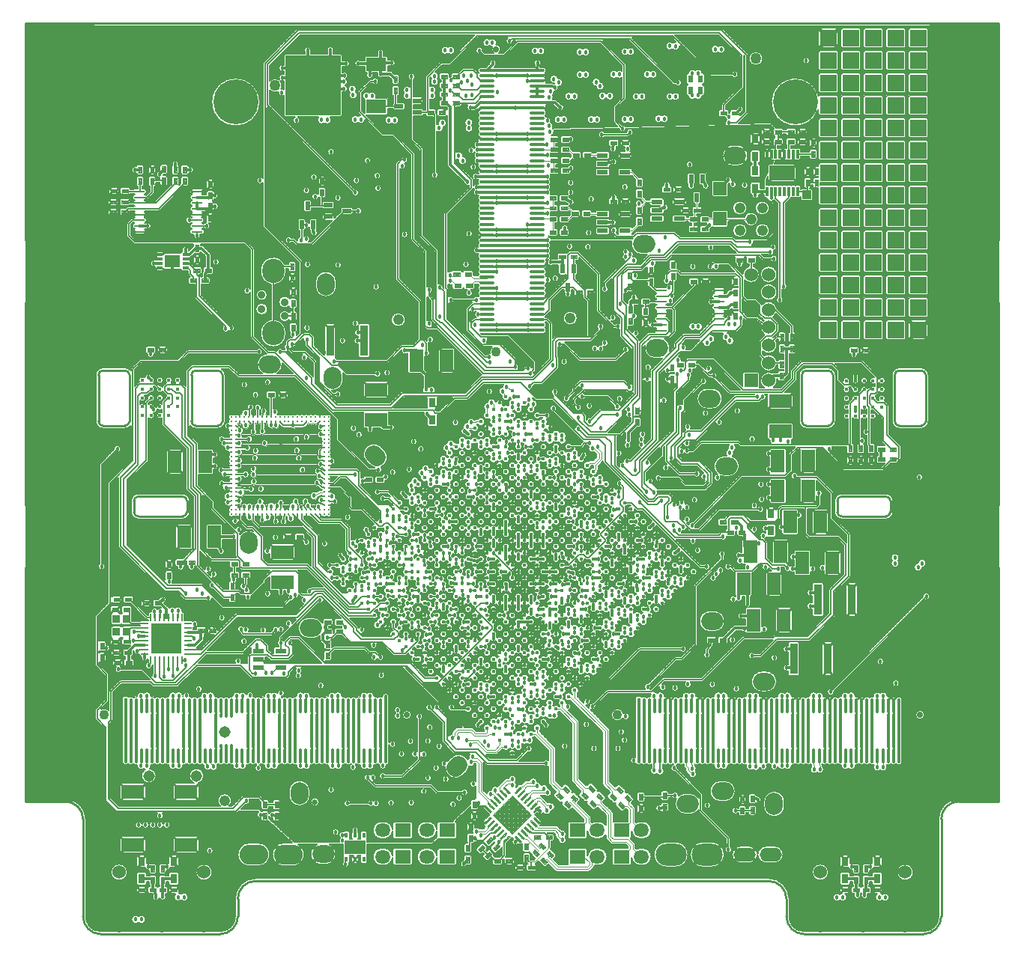
<source format=gtl>
*
*
G04 PADS 9.5 Build Number: 522968 generated Gerber (RS-274-X) file*
G04 PC Version=2.1*
*
%IN "SCROD.revB.layout.pcb"*%
*
%MOIN*%
*
%FSLAX35Y35*%
*
*
*
*
G04 PC Standard Apertures*
*
*
G04 Thermal Relief Aperture macro.*
%AMTER*
1,1,$1,0,0*
1,0,$1-$2,0,0*
21,0,$3,$4,0,0,45*
21,0,$3,$4,0,0,135*
%
*
*
G04 Annular Aperture macro.*
%AMANN*
1,1,$1,0,0*
1,0,$2,0,0*
%
*
*
G04 Odd Aperture macro.*
%AMODD*
1,1,$1,0,0*
1,0,$1-0.005,0,0*
%
*
*
G04 PC Custom Aperture Macros*
*
*
*
*
*
*
G04 PC Aperture Table*
*
%ADD010C,0.001*%
%ADD011C,0.005*%
%ADD012C,0.008*%
%ADD015C,0.04764*%
%ADD016C,0.05157*%
%ADD017C,0.06*%
%ADD018C,0.16*%
%ADD019R,0.01378X0.06693*%
%ADD020O,0.01378X0.06693*%
%ADD021C,0.04331*%
%ADD022C,0.02756*%
%ADD023R,0.06693X0.01378*%
%ADD024O,0.06693X0.01378*%
%ADD025C,0.01*%
%ADD026R,0.06X0.1*%
%ADD027R,0.1X0.06*%
%ADD028O,0.09843X0.07874*%
%ADD029O,0.07874X0.09843*%
%ADD030R,0.0315X0.04331*%
%ADD031R,0.10236X0.06299*%
%ADD032R,0.0374X0.1378*%
%ADD033R,0.06X0.06*%
%ADD034C,0.01575*%
%ADD035C,0.04882*%
%ADD036R,0.01969X0.03937*%
%ADD037O,0.12795X0.08858*%
%ADD038R,0.01575X0.02362*%
%ADD039R,0.09449X0.05906*%
%ADD040R,0.02953X0.01181*%
%ADD041R,0.0689X0.05709*%
%ADD042O,0.00984X0.03543*%
%ADD043O,0.03543X0.00984*%
%ADD044R,0.13583X0.13583*%
%ADD045C,0.03543*%
%ADD047R,0.03346X0.0374*%
%ADD048C,0.01102*%
%ADD049R,0.04921X0.00984*%
%ADD050O,0.04921X0.00984*%
%ADD051C,0.05*%
%ADD052C,0.2*%
%ADD053R,0.03937X0.01969*%
%ADD054R,0.08976X0.06*%
%ADD055R,0.24528X0.26535*%
%ADD056R,0.05X0.02*%
%ADD057O,0.1378X0.09843*%
%ADD058O,0.09843X0.06102*%
%ADD059O,0.0689X0.05906*%
%ADD060R,0.0689X0.05906*%
%ADD061R,0.075X0.075*%
%ADD062C,0.013*%
%ADD063C,0.004*%
%ADD064C,0.00472*%
%ADD065C,0.00787*%
%ADD066C,0.00425*%
%ADD067C,0.018*%
%ADD068C,0.026*%
%ADD069C,0.015*%
%ADD075R,0.01201X0.04*%
%ADD076R,0.11201X0.065*%
%ADD169O,0.09843X0.10827*%
%ADD170C,0.07874*%
%ADD242C,0.01772*%
%ADD243R,0.03937X0.03937*%
%ADD244C,0.00945*%
%ADD245C,0.01299*%
*
*
*
*
G04 PC Circuitry*
G04 Layer Name SCROD.revB.layout.pcb - circuitry*
%LPD*%
*
*
G04 PC Custom Flashes*
G04 Layer Name SCROD.revB.layout.pcb - flashes*
%LPD*%
*
*
G04 PC Circuitry*
G04 Layer Name SCROD.revB.layout.pcb - circuitry*
%LPD*%
*
G54D10*
G54D11*
G01X252190Y110704D02*
Y110335D01*
X255635Y107013*
X280364*
X283317Y104060*
X295374*
X242470Y72072D02*
Y74262D01*
X242717*
X240976Y85099D02*
X241004Y85238D01*
X242717Y84892*
X243209Y99139D02*
X253666D01*
X206545Y98622D02*
X211713D01*
X296850Y79183D02*
Y79700D01*
X297712Y80561*
Y83236*
X298081Y83605*
Y83661*
X300128Y83586D02*
X300223D01*
X301033Y82776*
X303740*
X306816Y85851*
X308292*
X309854Y87413*
X258957Y111319D02*
X267692D01*
X275197Y118701*
Y137894*
X305868Y76045D02*
X306780D01*
X309400Y73425*
X310039*
X322908Y74803D02*
Y74188D01*
X323917Y73179*
X332874Y84006D02*
X333004Y83958D01*
Y79559*
X310039Y73425D02*
X310630D01*
X313028Y75823*
Y82235*
X314030Y83237*
X298081Y83661D02*
X300128Y83586D01*
X323217Y87413D02*
X324040Y86590D01*
X324532*
X325148Y85974*
X330906*
X332874Y84006*
X302915Y78998D02*
X305868Y76045D01*
X325123Y70595D02*
Y73179D01*
X384449Y102559D02*
X386693D01*
X386841Y102707*
X389001*
X373868Y102067D02*
X384449D01*
Y102559*
X415822Y95940D02*
X415846Y95965D01*
X418898*
X423327Y95940*
X423450Y96088*
X131865Y182431D02*
Y160901D01*
X136048Y156718*
X131865Y182431D02*
X137525Y188091D01*
Y241609*
X147736Y251821*
Y292544*
X151304Y296112*
X168159*
X172343Y300295*
X203962*
X131865Y140600D02*
Y136786D01*
X135802Y132849*
Y100369*
X140477Y95694*
X193750*
X198179Y100123*
X131865Y140600D02*
X136048Y144783D01*
Y156718*
X136909Y135310D02*
Y101353D01*
X141339Y96924*
X192151*
X197072Y101845*
X203962*
X206545Y99262*
Y98622*
X136909Y135310D02*
X138017Y136417D01*
Y148844*
X142446Y153273*
X155610*
X157087Y151796*
X167421*
X176280Y160655*
X195719*
X201009Y155364*
X215896*
X216941Y156410*
Y157763*
X219587Y160408*
X269660*
X277042Y153027*
X283809*
X307800Y177018*
Y177879*
X148228Y175541D02*
X152953D01*
X153076Y175418*
X141339Y158809D02*
X151919D01*
X157825Y152904*
X166806*
X180217Y166314*
X196826*
X202547Y172035*
X204515*
X207406Y169144*
Y167421*
X209867Y164961*
X216511*
X217372Y165822*
Y168159*
X157456Y184646D02*
Y182013D01*
X157702*
X149705Y166929D02*
X150566Y167544D01*
X153076*
X148105Y171481D02*
X153076D01*
X167544Y158932D02*
Y162918D01*
X165576Y156102D02*
Y162918D01*
X163607Y158932D02*
Y162918D01*
X161639Y155610D02*
Y162918D01*
X157702Y155979D02*
Y162918D01*
X154872Y160531D02*
X155733Y161762D01*
Y162918*
X146260Y182185D02*
X144975Y181245D01*
X146998Y179355*
X153076*
X146383Y174090D02*
X144975Y175497D01*
X146875Y177387*
X153076*
X145005Y185507D02*
X146260Y185753D01*
Y182185*
X145128Y171235D02*
X145374Y170989D01*
X145891*
X146383Y171481*
Y174090*
X145743Y189936D02*
X146861Y189198D01*
X154046Y182013*
X155733*
X159670D02*
X159916D01*
Y184646*
X172170Y173450D02*
X173942D01*
X174926Y172712*
X172170Y167544D02*
X178371D01*
X193996Y183169*
X220202*
X229552Y192520*
X232136*
X247269Y177387*
Y176156*
X249975Y173450*
X262568*
X263642Y174523*
X172170Y165576D02*
X177879D01*
X194365Y182062*
X220940*
X230290Y191412*
X231767*
X245915Y177264*
Y175664*
X249360Y172219*
X264124*
X265846Y173942*
Y175172*
X159670Y162918D02*
Y155387D01*
X161046Y154011*
X165676*
X171235Y159570*
Y160531*
X199656Y158563D02*
Y164469D01*
X200394Y165207*
X207776*
X209498Y163484*
X216880*
X218848Y165453*
X199656Y158563D02*
X201117Y157102D01*
X202362Y156964*
X215773Y171112D02*
Y169759D01*
X217372Y168159*
X215773Y171112D02*
X217618Y172958D01*
X221801*
X233243Y161516*
X271178*
X277657Y155036*
X283129*
X213514Y170743D02*
Y172913D01*
X230290Y189690*
X231029*
X252205Y188465D02*
X255290D01*
Y188443*
X234473Y173081D02*
X236433D01*
X238835Y175483*
X238844*
X239026Y175664*
X239616*
X195842Y176772D02*
Y175787D01*
X197072Y174557*
X209498*
X211344Y176403*
X217495Y170497D02*
X217618D01*
X218848Y169267*
Y165453*
X213514Y167111D02*
Y170743D01*
X239616Y179847D02*
X240502Y179724D01*
X242224Y177633*
X239616Y175664D02*
X240193Y175727D01*
X244808Y171112*
X258588*
X263878Y165822*
X268872*
X274777Y171727*
Y174523*
X234473Y164985D02*
X234635Y165146D01*
Y165614*
X237303Y168282*
X251069*
X252928Y166424*
X255745*
X257707Y164461*
X257972Y164222*
X300418Y186245D02*
Y185261D01*
X307800Y177879*
X300418Y186245D02*
X302616Y188443D01*
X305400*
X267692Y167421D02*
X269209Y168956D01*
X282948Y186368D02*
X283129Y188443D01*
X269906Y188337D02*
X271993Y188443D01*
X266462Y191227D02*
X269209D01*
X261294Y191535D02*
X263642Y191227D01*
X255143Y191412D02*
X258074Y191227D01*
X303371Y177264D02*
X305400D01*
Y177307*
X279626Y141831D02*
X286270Y135187D01*
Y126821*
X291068Y122023*
X300295*
X305340Y116978*
X331791*
X278273Y163388D02*
X280345D01*
X280856Y182923D02*
X283129D01*
Y182875*
X296850Y189198D02*
X297048Y191227D01*
X289222Y185753D02*
X291480D01*
Y185659*
X282948Y141831D02*
X287500Y137279D01*
Y127559*
X291683Y123376*
X301156*
X306201Y118332*
X318627*
X323794Y123499*
X324040*
X269209Y172466D02*
Y174523D01*
X289493Y141831D02*
X290207Y141117D01*
X297048*
X333145Y169759D02*
X333268Y171739D01*
X258834Y182800D02*
X260858D01*
Y182875*
X327671D02*
X330561D01*
X330455Y174523D02*
X332530D01*
Y174557*
X333239Y171739D02*
X333268D01*
X310968Y182875D02*
X313091D01*
Y182800*
X302616Y185659D02*
X304741Y185445D01*
X280345Y191227D02*
X283317D01*
X288697Y182875D02*
Y182923D01*
X290945*
X294264Y177307D02*
Y177387D01*
X296973*
X302616Y168956D02*
X304601D01*
X277561Y188443D02*
X279380Y187968D01*
X285913Y180091D02*
Y180094D01*
X288115*
X297048Y168956D02*
Y171186D01*
X280345Y180091D02*
X282456D01*
X269209Y185659D02*
Y185630D01*
X271260*
X274777Y180091D02*
X274828D01*
Y177879*
X277561Y177307D02*
X279626Y177018D01*
X285913Y168956D02*
Y170989D01*
X263642Y185659D02*
X265723Y185261D01*
X266426Y182875D02*
Y183046D01*
X268430*
X271993Y177307D02*
X271998D01*
Y179601*
X277561Y171739D02*
Y171727D01*
X279626*
X291480Y157820D02*
X294513Y157825D01*
X294264Y155036D02*
X297096D01*
X299680Y157620*
Y158071*
X263642Y180091D02*
Y177377D01*
X265846Y175172*
X274777Y168956D02*
X276796D01*
X383349Y191905D02*
Y194011D01*
X379774Y113780D02*
Y120276D01*
X379921*
X352215Y142323D02*
X359073Y148967D01*
X378543*
X383834Y154257*
X400935*
X419513Y172835*
X432554*
X433169Y173450*
X448056*
X458268Y183661*
Y194242*
X465034Y201009*
Y214296*
X376821Y151058D02*
X389370Y163607D01*
X391954*
X398105Y169759*
Y195965*
X409916Y207776*
Y210236*
X388632Y114887D02*
X400443Y103076D01*
Y95940*
X412623Y83760*
Y81563*
X412746Y81440*
Y78593*
X349877Y144537D02*
X373253Y167913D01*
X392569*
X403273Y165330D02*
Y167613D01*
X405143Y169483*
Y171850*
X344341Y185015D02*
X344374Y182800D01*
Y182875*
X341511Y183538D02*
X341590Y185659D01*
X382283Y120276D02*
X382357D01*
Y113533*
X386133Y191227D02*
Y193381D01*
X458268Y148844D02*
X500837Y191412D01*
X423228Y164961D02*
X427018D01*
X434277Y172219*
X448671*
X459498Y183046*
Y193627*
X466265Y200394*
X172219Y263017D02*
Y291560D01*
X174311Y293652*
X190797*
X194857Y289592*
X219956*
X239149Y270399*
Y261294*
X252682Y247761*
X257111*
X172219Y263017D02*
X176033Y259203D01*
Y240502*
X183108Y233428*
Y230598*
X194365Y219341*
Y209252*
X197810Y205807*
X198031*
X142323Y213558D02*
Y244439D01*
X148844Y250960*
Y283939*
X150689Y285784*
X157702*
X159792Y283694*
X142323Y213558D02*
X162131Y193750D01*
X167913*
X170989Y190674*
X181447*
X143676Y214050D02*
X162746Y194980D01*
X169144*
X171358Y192766*
X143676Y214050D02*
Y243578D01*
X150074Y249975*
Y280733*
X151181Y281841*
X154002*
X155855Y283694*
X145153Y214419D02*
Y243209D01*
X153765Y251821*
Y277666*
X155855Y279757*
X145153Y214419D02*
X163238Y196334D01*
X178494*
X187968Y186860*
X214173*
X218110Y190797*
X133834Y204700D02*
Y250098D01*
X140846Y257111*
X163853Y200541D02*
X163976Y198056D01*
X168799Y206422D02*
X169513D01*
X175664Y212574*
Y235827*
X168799Y206422D02*
X169021D01*
Y204454*
X251608Y221006D02*
X251461Y220924D01*
X252506Y219066*
X224508Y233735D02*
X223893Y231521D01*
X225000Y229921*
X183046Y196211D02*
X188312Y190945D01*
X192028*
X196826Y195842D02*
X196918Y195915D01*
X198031Y197014*
Y200886*
X209252Y267692D02*
Y269291D01*
X213558Y232997D02*
X213681Y230536D01*
X230044Y247146D02*
X231373D01*
X232823Y245696*
X232847*
X232874Y245669*
X230659Y244931D02*
X232874Y243701D01*
X247619Y215929D02*
X249722Y216282D01*
X189198Y239764D02*
X191535D01*
X253297Y210728D02*
X255290D01*
Y210714*
X187475Y241732D02*
X191535D01*
X245546Y215034D02*
X246938Y213498D01*
X188583Y245669D02*
X191535D01*
X187106Y247638D02*
X191535D01*
X236442Y199656D02*
X238587D01*
Y199578*
X220202Y233735D02*
X221186Y231767D01*
X253297Y205438D02*
X255290Y205146D01*
X205315Y225246D02*
Y227953D01*
X203223Y231398D02*
Y229921D01*
X203346*
X246654Y193996D02*
X246938Y194119D01*
Y196794*
X192520Y198794D02*
Y200271D01*
X192913Y200886*
X205315Y264862D02*
Y269291D01*
X201378Y264739D02*
Y269291D01*
X188460Y259449D02*
X191535D01*
X187352Y261417D02*
X191535D01*
X190059Y267323D02*
X191535D01*
X214788Y224631D02*
X215157Y227953D01*
X235335Y205315D02*
X238587Y205146D01*
X229798Y241978D02*
Y242016D01*
X231928Y239887*
X232874*
Y239764*
X230413Y231398D02*
X230906Y229921D01*
X244808Y207930D02*
X246938D01*
X225738Y231767D02*
X226969Y229921D01*
X231521Y234350D02*
X232874Y233858D01*
X231398Y250344D02*
X232874Y249606D01*
X226476Y193750D02*
X227461Y194734D01*
X232997*
X243947Y183784*
X253297*
X257956Y188443*
X260858*
X192028Y196063D02*
X192520Y197195D01*
Y198794*
X192913Y200886D02*
Y205807D01*
X221900Y217864D02*
Y217126D01*
X223401*
X225000Y215527*
X193504Y233858D02*
X195103D01*
X193504Y239764D02*
X200271Y239149D01*
X193504Y243701D02*
X194857D01*
X193504Y245669D02*
X197933D01*
X193504Y249606D02*
Y249483D01*
X194857*
X193504Y255512D02*
X194980D01*
X193504Y257480D02*
X198671D01*
X193504Y261417D02*
X199409D01*
X193504Y267323D02*
X194488Y266585D01*
X195472Y265231*
Y227953D02*
Y225123D01*
X198671Y221924*
X201132*
X204946Y218110*
Y207899*
X207530Y205315*
X225369*
X243947Y186737*
X248017*
X249722Y188443*
X197441Y229921D02*
Y231275D01*
X199409Y227953D02*
Y226476D01*
X199532*
X199409Y229921D02*
X199656Y231398D01*
X199409Y271260D02*
X199783Y272019D01*
Y275201*
X200148Y275566*
X201378Y227953D02*
Y224877D01*
X204208Y222047*
X223401*
X227953Y217495*
Y204208*
X244316Y187844*
X246407*
X249790Y191227*
X252506*
X203346Y271260D02*
Y275443D01*
X205315Y229921D02*
X205438D01*
Y231398*
X205315Y271260D02*
X206053Y273844D01*
X209252Y271260D02*
Y280955D01*
X209400Y281102*
X211220Y227953D02*
Y226476D01*
X211344Y224754*
X213189Y229921D02*
X213681Y230536D01*
X221063Y227953D02*
Y226107D01*
X229060Y218110*
Y204700*
X240980Y192780*
X242924*
X244154Y194011*
X221063Y229921D02*
X221186D01*
Y231767*
X223031Y227953D02*
Y225738D01*
X230167Y218602*
Y206422*
X234227Y202362*
X235803*
X226969Y227953D02*
X230659Y224262D01*
X240010*
X242936Y221336*
Y211932*
X244154Y210714*
X228937Y227953D02*
X231521Y225369D01*
X240502*
X243947Y221924*
Y213681*
X249722Y207906*
Y205146*
X234843Y239764D02*
X240133D01*
X244439Y235458*
Y231152*
X245423Y230167*
X249729*
X257357Y222539*
X258711*
X260064Y223893*
X261417*
X266339Y218971*
X269115*
X269209Y219066*
X234843Y241732D02*
X237057D01*
X239825Y244500*
X242778*
X258074Y229205*
Y224633*
X234843Y245669D02*
X246777D01*
X234843Y247638D02*
X247269D01*
X248376Y246531*
Y240625*
X256865Y232136*
X261728*
X263642Y230201*
X252506Y207930D02*
X254281Y208391D01*
X246938Y202362D02*
Y204369D01*
X247023Y204454*
X249722Y199578D02*
X249768Y199532D01*
X251821*
X241371Y196794D02*
Y198917D01*
X296929Y200171D02*
X296760Y200241D01*
Y202362*
X297048*
X308184Y244685D02*
Y246904D01*
X285913Y194734D02*
Y196794D01*
X322810Y258040D02*
X324887D01*
X328346Y252472D02*
X330455D01*
X277534Y229675D02*
Y227417D01*
X277561*
X325640Y260824D02*
X327671D01*
X297716Y238199D02*
X297835Y238553D01*
X299832*
X300541Y241337D02*
X302616D01*
Y194734D02*
Y196794D01*
X327608Y224016D02*
Y221849D01*
X327671*
X317397Y263608D02*
X319319D01*
X279995Y215650D02*
X280345Y213435D01*
Y213498*
X285901Y210482D02*
X285913Y210470D01*
Y207930*
X308151Y210642D02*
X308255D01*
X316527Y202370*
X316535Y199578*
X259080Y234966D02*
X261786D01*
X266551Y230201*
X269209*
X260802Y213804D02*
Y216282D01*
X260858*
X263632Y210974D02*
Y213498D01*
X263642*
X257972Y200148D02*
X258074Y200249D01*
Y202362*
X256004Y196580D02*
X258074Y196794D01*
X297835Y194011D02*
X299832D01*
X277288Y196088D02*
Y194011D01*
X277561*
X274705Y198917D02*
X274777D01*
Y196794*
X291437Y211344D02*
X291480Y211387D01*
Y213498*
X277411Y207283D02*
X277561D01*
Y205146*
X256373Y207406D02*
X258074Y207930D01*
X283071Y207653D02*
X283129Y207595D01*
Y205146*
X269045Y210482D02*
Y213498D01*
X269209*
X277534Y218602D02*
X277561Y216282D01*
X291480Y205930D02*
Y207930D01*
X260802Y219833D02*
X260858Y221849D01*
X256619Y237918D02*
X261492D01*
X266426Y232985*
X314567Y266392D02*
X316535D01*
X314567Y255256D02*
X316535D01*
X257702Y243332D02*
X260187Y244562D01*
X327671Y271959D02*
X331914D01*
X319319Y258040D02*
Y260187D01*
X333239Y244120D02*
X335359D01*
X313752Y258040D02*
X313829Y260187D01*
X305400Y244120D02*
Y246284D01*
Y232985D02*
Y235581D01*
X283129Y227417D02*
Y227461D01*
X285285*
X294264Y210714D02*
Y212820D01*
X288697Y210714D02*
Y208178D01*
X288853Y208022*
X294264Y205146D02*
Y207283D01*
X271993Y221849D02*
Y223893D01*
X291480Y202362D02*
Y202485D01*
X293529*
X294264Y199578D02*
X294282D01*
Y197410*
X297048Y196794D02*
Y197072D01*
X299311*
X260858Y227417D02*
X260925Y229675D01*
X266426Y221849D02*
X269045Y221555D01*
X271993Y216282D02*
X273967Y216265D01*
X288697Y199578D02*
Y199286D01*
X290822*
X294264Y194011D02*
X294513Y191905D01*
X263642Y219066D02*
X263755Y217003D01*
X283129Y199578D02*
X285039Y199163D01*
X288697Y194011D02*
X290699D01*
X258074Y219066D02*
X258095Y216511D01*
X266426Y210714D02*
X266462Y208145D01*
X277561Y199578D02*
Y199532D01*
X279872*
X280345Y196794D02*
Y197072D01*
X282456*
X260858Y210714D02*
X261048Y208637D01*
X266426Y205146D02*
Y205438D01*
X268430*
X269209Y202362D02*
X271875D01*
X271998Y202239*
X266426Y199578D02*
X266462D01*
Y197441*
X269209Y196794D02*
X269291D01*
Y199532*
X271993Y194011D02*
Y193996D01*
X274828*
X260858Y199578D02*
X262894Y199902D01*
X266426Y194011D02*
X268430D01*
X255290Y199578D02*
X255389Y201747D01*
X260858Y194011D02*
Y193750D01*
X262894*
X413632Y219833D02*
X412992D01*
Y225615*
X413607Y226230*
X418775*
X421235Y223770*
Y221801*
X426526Y216511*
X428002*
X429355Y215157*
Y208145*
X432308Y205192*
X437721*
X439075Y203839*
X362426Y263386D02*
Y249606D01*
X372515Y239518*
X377404Y234719*
X379281*
X381373Y236811*
X386294*
X387525Y235581*
Y233612*
X362426Y263386D02*
X364764D01*
X370177Y268799*
Y276550*
X373253Y279626*
Y303986*
X377313Y308046*
X385049*
X386183Y309180*
Y313571*
X390231Y253666D02*
X392446Y251452D01*
X399828*
X404995Y246284*
Y241732*
X390231Y253666D02*
Y257603D01*
X393676Y261048*
X398351*
X415822Y278519*
X426280*
X428002Y280241*
X389124Y258219D02*
X393430Y262525D01*
Y264001*
X394537Y265108*
X400689*
X415822Y280241*
X425541*
X389124Y258219D02*
Y252928D01*
X391708Y250344*
X398967*
X403519Y245792*
X375468Y246531D02*
X383095Y254158D01*
Y258095*
X389493Y264493*
Y282210*
X395030Y287746*
Y289838*
X375468Y246531D02*
Y241732D01*
X379651Y237549*
X374360Y251206D02*
Y240010D01*
X376452Y237918*
X374360Y251206D02*
X388386Y265231D01*
Y282702*
X390108Y284424*
Y290207*
X384203Y232013D02*
Y225615D01*
X385064Y224754*
X390108*
X392692Y222170*
X384203Y232013D02*
X386294Y234104D01*
Y235119*
X385310Y251575D02*
X390969Y245915D01*
X398720*
X385310Y251575D02*
Y258588D01*
X390600Y263878*
Y274582*
X391462Y275443*
X355906Y219341D02*
X365994Y229429D01*
Y230906*
X355906Y219341D02*
Y218725D01*
X357997Y216634*
X364641Y233612D02*
X365871Y234843D01*
Y240194*
X364641Y233612D02*
Y232259D01*
X365994Y230906*
X381619Y244070D02*
X390723D01*
X393676Y241117*
X401550*
X403519Y243086*
Y245792*
X377928Y242470D02*
X381250Y239149D01*
X402411*
X404995Y241732*
X388916Y197564D02*
Y199578D01*
X380565Y200271D02*
Y202362D01*
X377781Y208637D02*
Y210714D01*
X345940Y265969D02*
X349631Y262279D01*
X358120*
X360581Y259818*
Y249975*
X377036Y233520*
X379681*
X381773Y235611*
X385802*
X386294Y235119*
X351107Y269414D02*
X355844Y274151D01*
X363964*
X371284Y281471*
Y303740*
X347158Y239272D02*
Y241337D01*
X346067Y271072D02*
Y270030D01*
X351603Y264493*
X358243*
X365502Y271752*
Y274090*
X372269Y280856*
Y305340*
X347158Y211467D02*
Y213498D01*
Y217003D02*
Y219066D01*
X391216Y230782D02*
Y225861D01*
X396014Y221063*
X399582*
X408686Y230167*
X427018*
X367594Y251575D02*
X369193D01*
X378912Y261294*
Y291683*
X389370Y302141*
Y303986*
X393061Y307677*
X399828*
X406964Y314813*
X408563*
X342249Y194119D02*
X344374Y194011D01*
X342247Y199962D02*
X344374Y199578D01*
X364456Y241609D02*
X365871Y240194D01*
X385802Y226476D02*
Y231890D01*
X387525Y233612*
X365748Y249729D02*
X370054Y245423D01*
X371592*
X373253Y247084*
Y251944*
X381816Y260507*
Y290896*
X391339Y300418*
X396260*
X405536Y309695*
X408563*
X396629Y223031D02*
X418775Y245177D01*
X438091*
X440428Y247515*
Y254528*
X443627Y257726*
X454521*
X464117Y248130*
X481152*
X485458Y252436*
X485925*
X394414Y256127D02*
X396875D01*
X400689Y259941*
X417298*
X418406Y258834*
X467003*
X373376Y233120D02*
X389001Y217495D01*
X410039*
X410408Y217864*
X388621Y220595D02*
X390491Y218725D01*
X408563*
X409670Y219833*
X412992*
X346801Y198794D02*
X347158Y196794D01*
X349877Y197318D02*
Y199578D01*
X349942*
X371161Y247638D02*
Y251698D01*
X380512Y261048*
Y291314*
X390600Y301403*
Y303396*
X393652Y306447*
X400320*
X406127Y312254*
X408563*
X412623Y204577D02*
X413853D01*
X415699Y202731*
X423327*
X426649Y206053*
X429847*
X432431Y203469*
X434892*
X387156Y253051D02*
Y258095D01*
X391831Y262771*
Y272982*
X393184Y274336*
Y278642*
X401673Y287131*
X335977Y193892D02*
X336616D01*
X336713Y193996*
X338807Y194011*
X410310Y224385D02*
X413386Y227461D01*
X419759*
X422466Y224754*
X433661*
X435015Y226107*
Y229921*
X436368Y231275*
X447133*
X341590Y258040D02*
X347170D01*
X348702Y259695*
X350984*
X363861Y235769D02*
Y237918D01*
X366645Y232985D02*
Y232874D01*
X369677*
X372392Y230167*
X374606*
X400173Y204601*
X403027*
X380565Y207930D02*
Y209990D01*
X391700Y196794D02*
Y198794D01*
X383349Y199578D02*
Y201747D01*
X341590Y224633D02*
X343602D01*
X349942Y205146D02*
X352461D01*
X352726Y202362D02*
X355413D01*
X338807Y210714D02*
Y208637D01*
X339187Y208613*
X338807Y205146D02*
X341511D01*
X346232Y209867*
X348278*
X349631Y208514*
X350615*
X357997Y215896*
Y216634*
X447133Y231275D02*
X451993D01*
X453100Y232382*
Y237303*
X447133Y231275D02*
Y219156D01*
X448548Y217741*
X461590*
X465034Y214296*
X467003Y258834D02*
Y277304D01*
X469247Y279549*
X472170Y260679D02*
X471047D01*
Y281348*
X473184Y283486*
X471047Y260679D02*
Y257726D01*
X471555*
Y257210*
X475369Y264493D02*
Y258834D01*
X476230Y257972*
Y257210*
X442151Y245054D02*
X442766Y244439D01*
X451870*
X458883Y237426*
Y226353*
X466265Y218971*
Y200394*
X474016Y264493D02*
X475369D01*
X467003Y257210D02*
Y258834D01*
X485925Y252436D02*
X486048Y252559D01*
X488164*
X488780Y253174*
X146014Y351845D02*
X148720Y349139D01*
X197810*
X201009Y345940*
Y306939*
X208022Y299926*
X210974*
X236565Y274336*
X281225*
X282456Y273105*
X284486*
X291006Y279626*
X296604*
X303617Y286639*
X320226*
X327362Y279503*
X334621*
X350738Y263386*
X362426*
X146014Y351845D02*
Y357382D01*
X147490Y358858*
X150689*
X161614Y278027D02*
X163344Y279757D01*
X163729*
X161614Y278027D02*
Y267840D01*
X172219Y257234*
Y239272*
X175664Y235827*
X161885Y284547D02*
X162869Y285531D01*
X169267*
X170866Y283932*
Y262402*
X174803Y258465*
Y240133*
X177879Y237057*
Y212574*
X182800Y207653*
X194611*
X195472Y206791*
Y204577*
X196211Y203839*
X225369*
X243549Y185659*
X252506*
X161885Y284547D02*
Y283071D01*
X163238Y281718*
X164592*
X165330Y280979*
X171161Y339665D02*
X172490D01*
X175935Y336220*
X176181Y336467*
X171161Y337697D02*
X172096D01*
X173327Y336467*
Y335064*
X174705Y333686*
Y332037*
X163729Y283694D02*
X165076D01*
X166929Y281841*
X168775*
X169513Y281102*
Y261909*
X173573Y257849*
Y239764*
X176772Y236565*
Y204823*
X187968Y193627*
X194857*
X195965Y192520*
X200394*
X205807Y197933*
Y198671*
X209621Y202485*
X220325*
X221555Y201255*
Y193381*
X223031Y191905*
X226969*
X228691Y193627*
X232505*
X243578Y182554*
X254969*
X255290Y182875*
X163729Y275820D02*
X165330Y277420D01*
Y280979*
X225246Y305709D02*
Y303248D01*
X230782Y297712*
Y287070*
X236505Y281348*
X238903*
X216511Y302387D02*
Y304478D01*
X217618Y305586*
X219833*
X222539Y308292*
Y340404*
X216511Y302387D02*
X218848Y300049D01*
X224416*
X228845Y295620*
Y286239*
X238533Y276550*
X262402*
X267692Y281841*
X295620*
X302879Y289099*
X325763*
X333637Y296973*
Y312844*
X176280Y352092D02*
Y353740D01*
X237426Y296112D02*
X260925D01*
X267446Y302633*
X272736*
X275566Y305463*
X218602Y303617D02*
X219833D01*
X224139Y307923*
X226353*
X227707Y306570*
Y302756*
X236196Y294267*
X239149*
X242963Y290453*
X256619*
X222539Y350000D02*
X222933Y350394D01*
Y356939*
X213312Y300295D02*
X215650D01*
X227276Y288669*
Y286085*
X237918Y275443*
X262894*
X268184Y280733*
X296112*
X303248Y287869*
X325886*
X334621Y296604*
Y305094*
X336344Y306816*
X350563*
Y322973*
X219094Y308046D02*
Y311024D01*
X217126Y350000D02*
X219312D01*
X220911Y348401*
X227288*
X241929Y363041*
X242913*
X219094Y316142D02*
Y321850D01*
X174705Y332037D02*
X176095D01*
Y324532*
X189075Y311553*
Y310507*
X176181Y336467D02*
Y334587D01*
X177264Y333504*
Y325148*
X191535Y310876*
X210236Y336811D02*
X211713Y338287D01*
X218602*
X210236Y308071D02*
Y336811D01*
X215354Y316142D02*
X219094D01*
X275566Y305463D02*
X276919D01*
X278396Y303986*
Y299680*
X298327Y311245D02*
X302510Y307062D01*
X314690*
X326132Y295620*
Y292298*
X298327Y311245D02*
Y312968D01*
X299926Y314567*
X305315*
X296850Y310015D02*
X303433Y303433D01*
X303494Y303494*
X310999*
X317889Y296604*
Y293652*
X296850Y310015D02*
Y319220D01*
X299334Y321703*
X305315*
Y321654*
X299065Y319242D02*
X305315D01*
Y319291*
X284301Y329035D02*
X286147Y327190D01*
Y314690*
X305340Y295497*
X306570*
X301280Y316929D02*
X305315D01*
X279503Y327854D02*
Y325148D01*
X281348Y323179*
Y314690*
X304232Y291806*
X321457*
X322441Y292790*
X323671*
X289222Y323425D02*
X300664D01*
X324532Y290699D02*
X326132Y292298D01*
X324286Y284916D02*
X324471D01*
X326009Y286454*
X329515*
X336344Y293282*
Y297712*
X327756Y314567D02*
X331914D01*
X333637Y312844*
X327756Y316929D02*
X331053D01*
X333022Y318898*
Y323179*
X338730Y328888*
X341388*
X327756Y321654D02*
X330413D01*
X331791Y323031*
Y323222*
X341388Y332818*
Y343439*
X342289Y344341*
X345604*
X354921Y335024*
Y318504*
X361811Y311614*
X363656*
X337574Y303740D02*
X339788D01*
X346555Y296973*
X362795*
X367101Y301280*
X387525Y325148D02*
X386909Y325886D01*
X388140Y327116*
Y333907*
X387549Y319980D02*
X388632Y318898D01*
Y309277*
X387549Y319980D02*
X397392Y329823D01*
Y331545*
X344094Y279011D02*
Y277411D01*
X345940Y275566*
X344094Y279011D02*
X348524Y283440D01*
X367594*
X368332Y282702*
X369685*
X370384Y283401*
Y302130*
X365428Y334458D02*
Y322984D01*
X367470Y320942*
Y310138*
X372269Y305340*
X365428Y334458D02*
X367929Y336959D01*
X374114*
X378420Y341265*
X385310*
X387402Y343356*
X426649*
X428253Y341757*
X432923*
X406164Y289530D02*
X413361Y282333D01*
X436799*
X442335Y287869*
Y291252*
X445965Y294882*
X458883*
X461836Y291929*
Y287869*
X464221Y285484*
X467249*
X469247Y283486*
X406164Y289530D02*
X406225Y289592D01*
X361811Y333386D02*
Y318750D01*
X365231Y315330*
Y307283*
X370384Y302130*
X361811Y333386D02*
X367598Y339173D01*
X373622*
X377682Y343233*
X383834*
X389985Y349385*
X414099*
X416629Y346855*
X432677*
X363214Y333516D02*
Y319734D01*
X366486Y316462*
Y308538*
X371284Y303740*
X363214Y333516D02*
X367764Y338066D01*
X373868*
X378051Y342249*
X384572*
X390600Y348278*
X413484*
X417175Y344587*
X431447*
Y344616*
X335974Y304724D02*
Y298081D01*
X336344Y297712*
X335974Y304724D02*
X336836Y305586D01*
X351353*
X355864Y310096*
Y311545*
X404626Y338189D02*
X406225Y339788D01*
X412869*
X419021Y333637*
Y324975*
X420940Y323056*
X424680*
X426772Y320965*
Y317274*
X428863Y315182*
X431811*
X431811D02*
X434359Y312634D01*
Y309610*
X385310Y331791D02*
Y334458D01*
X387073Y336220*
X390293*
X391523Y334990*
X416068*
X417913Y333145*
Y318258*
X421112Y315059*
X425295*
X430709Y311122*
X334867Y275074D02*
Y274582D01*
X348155Y261294*
X355167*
X357874Y258588*
Y251206*
X376944Y232136*
X381132*
X382788Y233792*
X382849Y233858*
X335482Y282456D02*
Y281225D01*
X343848Y272859*
X347539*
X348647Y271752*
Y269414*
X350615Y267446*
X351845*
X356644Y272244*
X363287*
X391708Y292052D02*
X393061D01*
X393799Y292790*
Y295743*
X394783Y296727*
X405979*
X419267Y283440*
X436368*
X441166Y288238*
Y291683*
X445349Y295866*
X472047*
X478814Y289099*
Y282333*
X341388Y325886D02*
Y328888D01*
X357751Y328223D02*
Y331053D01*
X369070Y342372*
Y343602*
X385802Y291929D02*
X387648D01*
Y293258*
X390354Y296727D02*
Y294390D01*
X391240*
X347655Y280369D02*
Y280364D01*
X358980*
X363224Y276120*
X363287Y276058*
X340773Y279503D02*
X343848Y282579D01*
Y283787*
X347070Y287008*
X366240*
X368701Y284547*
X341388Y328888D02*
X343553D01*
X345571Y326870*
X346211*
X343947Y342618D02*
Y337156D01*
Y332514*
X349004Y327457*
Y324532*
X350563Y322973*
X375837Y318356D02*
Y322589D01*
X375935Y322687*
X372146Y274065D02*
X374237D01*
Y303125*
X378174Y307062*
X386417*
X388632Y309277*
X375935Y322687D02*
X376132Y322490D01*
X382972*
X368701Y334350D02*
Y333760D01*
X370423Y332037*
X378297*
Y331447*
X369193Y313976D02*
X370792Y316166D01*
X378297Y331447D02*
Y329823D01*
X380512Y327608*
X382972*
X396358Y294390D02*
X399459D01*
X404257Y289592*
X406225*
X382972Y314813D02*
X384941D01*
X386183Y313571*
X382972Y319931D02*
X383022Y319980D01*
X387549*
X382972Y325049D02*
X383120Y324902D01*
X385925*
X386909Y325886*
X408563Y312254D02*
X409301Y312352D01*
X411024*
X411454Y313644*
X412992Y315182*
X413115*
X408563Y309695D02*
X416068D01*
X418282Y311909*
Y315428*
X475615Y277118D02*
Y280610D01*
X476476Y281471*
X477953*
X478814Y282333*
X475615Y277118D02*
X477121Y275612D01*
X474631Y282456D02*
Y276427D01*
X475369Y275689*
Y264493*
X474631Y282456D02*
X475661Y283486D01*
X477121*
X427059Y299024D02*
Y304760D01*
X429484Y307185*
X431934*
X434359Y309610*
X427059Y299024D02*
X430709Y295374D01*
X437352Y329331D02*
Y366486D01*
X439690Y368824*
Y371752*
X477121Y279549D02*
X479012Y277657D01*
X481890*
X483366Y276181*
Y263386*
X488780Y257972*
Y253174*
X477121Y275612D02*
X481767Y270966D01*
Y260556*
X485335Y256988*
Y256865*
X485925*
X422835Y334744D02*
X422933Y334843D01*
Y341142*
X430709Y318996D02*
X433661D01*
X441043Y311614*
Y306791*
X430709Y303248D02*
X434252Y306791D01*
X436614*
X430709Y295374D02*
X435876D01*
X436368Y294734*
X172835Y358858D02*
X176280D01*
X144144Y362549D02*
X145571Y363976D01*
X150689*
X144144Y366978D02*
X144193Y366535D01*
X150689*
X156348Y376230D02*
X156594Y376476D01*
X161516*
X150689Y363976D02*
X159252D01*
X170866Y375591*
Y376230*
X150689Y366535D02*
X157874D01*
X166634Y375295*
Y376181*
X166683Y376230*
X150689Y369094D02*
X154134D01*
X156348Y371309*
Y376230*
X150689Y371654D02*
X150935Y371900D01*
Y376230*
X144390Y371900D02*
X144636Y371654D01*
X150689*
X231890Y371309D02*
Y365207D01*
X234252*
X234646Y365600*
X206545Y428740D02*
X221309Y443504D01*
X409670*
X420866Y432308*
Y406964*
X206545Y428740D02*
Y356398D01*
X222539Y340404*
X246777Y371161D02*
X207653Y410285D01*
Y428125*
X221801Y442274*
X408686*
X418775Y432185*
X248745Y407210D02*
Y415945D01*
X253543Y420743*
X255512*
X248745Y407210D02*
X258834Y397121D01*
X263509*
X272367Y388263*
Y350246*
X277781Y344833*
Y312106*
X279011Y310876*
X283317*
X303494Y290699*
X324532*
X242913Y363041D02*
X248130D01*
X225492Y365207D02*
X231890D01*
X222933Y356939D02*
X224705D01*
X225000Y356644*
X176280Y356299D02*
X176378Y356398D01*
X180586*
X292360Y411024D02*
X300172D01*
X302928Y413780*
X305315*
X264616Y416585D02*
Y409528D01*
X266122*
X266142Y409547*
X278985Y406988D02*
Y422738D01*
X285110Y428863*
X288636*
X300816Y441043*
X387894*
X405118Y423819*
X415576*
X278985Y406988D02*
X280118D01*
X280266Y406841*
X287003Y361806D02*
X298327Y373130D01*
Y376821*
X287003Y361806D02*
Y351358D01*
X287008Y351353*
Y328716*
X287500Y328223*
Y314936*
X304355Y298081*
X306447*
X292360Y411024D02*
X290822D01*
Y384326*
X298327Y376821*
X265600Y383957D02*
X267446Y385802D01*
X268676*
X265600Y383957D02*
Y332653D01*
X275566Y322687*
Y305463*
X289345Y421235D02*
X290945Y422835D01*
X291535*
X271752D02*
X271791Y422796D01*
Y394744*
X276058Y390477*
Y351969*
X282734Y345292*
Y315059*
X284641Y313152*
X285347*
X305340Y293159*
X317397*
X317889Y293652*
X289099Y416560D02*
X291154Y414961D01*
X291535*
X280266Y406841D02*
X280979D01*
X282087Y406102*
Y379035*
X256083Y409528D02*
X264616D01*
X274409Y406988D02*
X278985D01*
X291535Y411024D02*
X292360D01*
X291535Y414961D02*
X292052D01*
X294513Y412500*
X299311*
X302953Y416142*
X305315*
X291535Y418898D02*
Y419632D01*
X292860*
X294021Y420128*
X291535Y418898D02*
X292126D01*
X294094Y416929*
X301083*
X302657Y418504*
X305315*
X291535Y422835D02*
X292052D01*
X294882Y425664*
X299188*
X300910Y423942*
Y422466*
X302510Y420866*
X305315*
X365625Y399705D02*
X362549Y402781D01*
Y409301*
X366363Y413115*
X361811Y354429D02*
Y352953D01*
X363041Y351722*
X370669*
X372023Y353076*
X388755*
X391216Y350615*
X414592*
X415945Y349139*
X422466*
X412869Y402288D02*
X416191D01*
X420866Y406964*
X356398Y396998D02*
X367840D01*
X368947Y398105*
X410679Y406594D02*
Y410187D01*
X418775Y418282*
Y432185*
X410679Y406594D02*
X412869Y404995D01*
X448056Y371752D02*
Y375492D01*
X447564Y370177D02*
X448056D01*
Y371752*
X434867Y398228D02*
X440576D01*
X433784Y388287D02*
Y393799D01*
X434867*
X439690Y388287D02*
Y392913D01*
X440576Y393799*
X443627Y388287D02*
X450517D01*
X443627Y371752D02*
X448056D01*
X433784D02*
Y368455D01*
X435630Y366548*
Y323425*
X448056Y375492D02*
X451993D01*
X434867Y393799D02*
Y398228D01*
X301895Y434400D02*
X303863Y432431D01*
X312968*
X318996Y438460*
X355906*
X366363Y428002*
Y413115*
X315305Y438706D02*
X316289Y439690D01*
X368947*
X388509Y420128*
X390477*
X100250Y100250D02*
X130262D01*
Y446207*
X100250*
Y100250*
X502809D02*
X532821D01*
Y446207*
X502809*
Y100250*
X291757Y98770D02*
G75*
G03X291757I-1550J0D01*
G01X294494Y101504D02*
G03X294494I-1550J0D01*
G01X288558Y109966D02*
G03X288558I-1550J0D01*
G01X284252Y114887D02*
G03X284252I-1550J0D01*
G01X285624Y124505D02*
G03X285624I-1550J0D01*
G01X272810Y126821D02*
G03X272810I-1550J0D01*
G01X268873Y121161D02*
G03X268873I-1550J0D01*
G01X271713Y138583D02*
G03X271713I-2028J0D01*
G01X259892Y156225D02*
G03X259892I-1550J0D01*
G01X232948Y151673D02*
G03X232948I-1550J0D01*
G01X178691Y150074D02*
G03X178691I-1550J0D01*
G01X230711Y99769D02*
G03X230711I-1950J0D01*
G01X239555Y86350D02*
G03X239555I-1550J0D01*
G01X237500Y105167D02*
G03X237500I-1550J0D01*
G01X273199Y99466D02*
G03X273199I-1550J0D01*
G01X264198Y99385D02*
G03X264198I-1550J0D01*
G01X280684Y110458D02*
G03X280684I-1550J0D01*
G01X280673Y126958D02*
G03X280673I-1550J0D01*
G01X281422Y133095D02*
G03X281422I-1550J0D01*
G01X431026Y354350D02*
G03X431026I-3191J0D01*
G01X421026D02*
G03X421026I-3191J0D01*
G01X431026Y364350D02*
G03X431026I-3191J0D01*
G01X421026D02*
G03X421026I-3191J0D01*
G01X421555Y374483D02*
G03X421555I-1550J0D01*
G01X397072Y383711D02*
G03X397072I-1550J0D01*
G01X344168Y375591D02*
G03X344168I-1550J0D01*
G01X352042Y353322D02*
G03X352042I-1550J0D01*
G01X353272Y368332D02*
G03X353272I-1550J0D01*
G01X368282Y373720D02*
G03X368282I-1550J0D01*
G01X500059Y138583D02*
G03X500059I-2028J0D01*
G01X495107Y68504D02*
G03X495107I-3650J0D01*
G01X488853Y152657D02*
G03X488853I-1550J0D01*
G01X481963Y162377D02*
G03X481963I-1550J0D01*
G01X499311Y244439D02*
G03X499311I-1550J0D01*
G01X434719Y163976D02*
G03X434719I-1550J0D01*
G01X417864Y150197D02*
G03X417864I-1550J0D01*
G01X407160Y152165D02*
G03X407160I-1550J0D01*
G01X390551Y150566D02*
G03X390551I-1550J0D01*
G01X429060Y234528D02*
G03X429060I-1550J0D01*
G01X428814Y241240D02*
G03X428814I-1550J0D01*
G01X434459Y326870D02*
G03X434459I-3750J0D01*
G01Y334744D02*
G03X434459I-3750J0D01*
G01X448991Y429970D02*
G03X448991I-1550J0D01*
G01X204254Y411516D02*
G03X204254I-10750J0D01*
G01X145304Y68504D02*
G03X145304I-3650J0D01*
G01X186319Y340281D02*
G03X186319I-1550J0D01*
G01X183099Y68504D02*
G03X183099I-3650J0D01*
G01X183489Y78100D02*
G03X183489I-1550J0D01*
G01X161329Y287631D02*
G03X161329I-1537J0D01*
G01X207840Y319291D02*
G03X207840I-2722J0D01*
G01X207640Y325591D02*
G03X207640I-2522J0D01*
G01X365207Y123622D02*
G03X365207I-1551J0D01*
G01X368036Y127313D02*
G03X368036I-1550J0D01*
G01X366683Y131004D02*
G03X366683I-1550J0D01*
G01X404946Y98278D02*
G03X404946I-1550J0D01*
G01X457311Y68504D02*
G03X457311I-3650J0D01*
G01X399286Y234350D02*
G03X399286I-1550J0D01*
G01X474722Y287423D02*
G03X474722I-1538J0D01*
G01X466848Y279549D02*
G03X466848I-1538J0D01*
G01X424877Y261417D02*
G03X424877I-1550J0D01*
G01X418356Y273967D02*
G03X418356I-1550J0D01*
G01X209326Y192520D02*
G03X209326I-1550J0D01*
G01X212770Y217618D02*
G03X212770I-1550J0D01*
G01X198745Y171358D02*
G03X198745I-1550J0D01*
G01X188902Y181816D02*
G03X188902I-1550J0D01*
G01X234670Y214788D02*
G03X234670I-1550J0D01*
G01X262494Y177307D02*
G03X262494I-1636J0D01*
G01X244882Y226599D02*
G03X244882I-1550J0D01*
G01X262494Y205146D02*
G03X262494I-1636J0D01*
G01X279197Y182875D02*
G03X279197I-1636J0D01*
G01X276413Y185659D02*
G03X276413I-1636J0D01*
G01X262475Y290945D02*
G03X262475I-1550J0D01*
G01X287549Y202362D02*
G03X287549I-1636J0D01*
G01X297539Y339173D02*
G03X297539I-1550J0D01*
G01X298893Y352953D02*
G03X298893I-1550J0D01*
G01X300738Y382603D02*
G03X300738I-1550J0D01*
G01X298684Y185659D02*
G03X298684I-1636J0D01*
G01X287549Y174523D02*
G03X287549I-1636J0D01*
G01X281981Y157820D02*
G03X281981I-1636J0D01*
G01X287549Y163388D02*
G03X287549I-1636J0D01*
G01X284765Y166172D02*
G03X284765I-1636J0D01*
G01X293116Y174523D02*
G03X293116I-1636J0D01*
G01X237475Y389370D02*
G03X237475I-1550J0D01*
G01X270226Y352584D02*
G03X270226I-1550J0D01*
G01X257573Y329204D02*
G03X257573I-1550J0D01*
G01X258415Y373130D02*
G03X258415I-1550J0D01*
G01X258058Y378674D02*
G03X258058I-1550J0D01*
G01X253715Y385433D02*
G03X253715I-1550J0D01*
G01X242643Y305217D02*
G03X242643I-1550J0D01*
G01X240576Y338927D02*
G03X240576I-1550J0D01*
G01X226796Y310876D02*
G03X226796I-1550J0D01*
G01X227042Y339173D02*
G03X227042I-1550J0D01*
G01X240576Y368824D02*
G03X240576I-1550J0D01*
G01X229847Y378051D02*
G03X229847I-1550J0D01*
G01X226550Y372146D02*
G03X226550I-1550J0D01*
G01X248794Y376575D02*
G03X248794I-1550J0D01*
G01X269037Y314567D02*
G03X269037I-3191J0D01*
G01X332091Y258040D02*
G03X332091I-1636J0D01*
G01X323739Y271959D02*
G03X323739I-1636J0D01*
G01X345563Y315305D02*
G03X345563I-3191J0D01*
G01X337278Y333022D02*
G03X337278I-1550J0D01*
G01X341461Y124606D02*
G03X341461I-1550J0D01*
G01X352436Y276181D02*
G03X352436I-1550J0D01*
G01X365945Y279380D02*
G03X365945I-1550J0D01*
G01X341215Y295866D02*
G03X341215I-1550J0D01*
G01X348794Y235769D02*
G03X348794I-1636J0D01*
G01X346010Y249688D02*
G03X346010I-1636J0D01*
G01X334875Y238553D02*
G03X334875I-1636J0D01*
G01X326523Y241337D02*
G03X326523I-1636J0D01*
G01X304252Y224633D02*
G03X304252I-1636J0D01*
G01X307036Y227417D02*
G03X307036I-1636J0D01*
G01X307997Y282579D02*
G03X307997I-1550J0D01*
G01X292864Y268799D02*
G03X292864I-1550J0D01*
G01X277430Y257007D02*
G03X277430I-1551J0D01*
G01X272318Y247884D02*
G03X272318I-1550J0D01*
G01X274286Y260310D02*
G03X274286I-1550J0D01*
G01X264936Y246654D02*
G03X264936I-1550J0D01*
G01X209326Y286762D02*
G03X209326I-1550J0D01*
G01X203912Y281102D02*
G03X203912I-1550J0D01*
G01X198991Y285655D02*
G03X198991I-1550J0D01*
G01X249926Y263386D02*
G03X249926I-1550J0D01*
G01X247465Y266216D02*
G03X247465I-1550J0D01*
G01X281981Y224633D02*
G03X281981I-1636J0D01*
G01Y235769D02*
G03X281981I-1636J0D01*
G01X284765Y238553D02*
G03X284765I-1636J0D01*
G01X279197D02*
G03X279197I-1636J0D01*
G01X293116Y219066D02*
G03X293116I-1636J0D01*
G01Y241337D02*
G03X293116I-1636J0D01*
G01X295900Y238553D02*
G03X295900I-1636J0D01*
G01X293116Y230201D02*
G03X293116I-1636J0D01*
G01X295900Y232985D02*
G03X295900I-1636J0D01*
G01Y216282D02*
G03X295900I-1636J0D01*
G01X298684Y252472D02*
G03X298684I-1636J0D01*
G01X301468Y255256D02*
G03X301468I-1636J0D01*
G01X304252Y252472D02*
G03X304252I-1636J0D01*
G01Y230201D02*
G03X304252I-1636J0D01*
G01X315387Y246904D02*
G03X315387I-1635J0D01*
G01X312604Y227417D02*
G03X312604I-1636J0D01*
G01X315387Y230201D02*
G03X315387I-1635J0D01*
G01X318171Y232985D02*
G03X318171I-1636J0D01*
G01X320955Y235769D02*
G03X320955I-1636J0D01*
G01Y230201D02*
G03X320955I-1636J0D01*
G01X323739Y221849D02*
G03X323739I-1636J0D01*
G01Y194011D02*
G03X323739I-1636J0D01*
G01X320955Y202362D02*
G03X320955I-1636J0D01*
G01X323739Y205146D02*
G03X323739I-1636J0D01*
G01X320955Y196794D02*
G03X320955I-1636J0D01*
G01X323739Y199578D02*
G03X323739I-1636J0D01*
G01X326523Y202362D02*
G03X326523I-1636J0D01*
G01X337658Y219066D02*
G03X337658I-1635J0D01*
G01X340442Y221849D02*
G03X340442I-1635J0D01*
G01X337658Y213498D02*
G03X337658I-1635J0D01*
G01X340442Y216282D02*
G03X340442I-1635J0D01*
G01X343226Y219066D02*
G03X343226I-1636J0D01*
G01X351578Y232985D02*
G03X351578I-1636J0D01*
G01X348794Y202362D02*
G03X348794I-1636J0D01*
G01X357146Y227417D02*
G03X357146I-1636J0D01*
G01X359930Y230201D02*
G03X359930I-1636J0D01*
G01X354362D02*
G03X354362I-1636J0D01*
G01X351810Y347031D02*
G03X351810I-1550J0D01*
G01X343676Y347146D02*
G03X343676I-1550J0D01*
G01X404084Y272982D02*
G03X404084I-1550J0D01*
G01X398499Y338189D02*
G03X398499I-1550J0D01*
G01X416114Y171967D02*
G03X416114I-1550J0D01*
G01X348794Y152252D02*
G03X348794I-1636J0D01*
G01X346010Y155036D02*
G03X346010I-1636J0D01*
G01X337658Y163388D02*
G03X337658I-1635J0D01*
G01X323739Y171739D02*
G03X323739I-1636J0D01*
G01X326523Y174523D02*
G03X326523I-1636J0D01*
G01X329307Y177307D02*
G03X329307I-1636J0D01*
G01X318171Y171739D02*
G03X318171I-1636J0D01*
G01X320955Y174523D02*
G03X320955I-1636J0D01*
G01X309820Y168956D02*
G03X309820I-1636J0D01*
G01X293116Y146685D02*
G03X293116I-1636J0D01*
G01X290332Y149468D02*
G03X290332I-1635J0D01*
G01X293116Y152252D02*
G03X293116I-1636J0D01*
G01X295900Y143901D02*
G03X295900I-1636J0D01*
G01X298684Y146685D02*
G03X298684I-1636J0D01*
G01X301468Y143901D02*
G03X301468I-1636J0D01*
G01X309820Y157820D02*
G03X309820I-1636J0D01*
G01X315387Y174523D02*
G03X315387I-1635J0D01*
G01X312604Y177307D02*
G03X312604I-1636J0D01*
G01X309820Y185659D02*
G03X309820I-1636J0D01*
G01X307036Y138333D02*
G03X307036I-1636J0D01*
G01X309820Y141117D02*
G03X309820I-1636J0D01*
G01X318171Y182875D02*
G03X318171I-1636J0D01*
G01X301468Y138333D02*
G03X301468I-1636J0D01*
G01X304252Y141117D02*
G03X304252I-1636J0D01*
G01X312604Y149468D02*
G03X312604I-1636J0D01*
G01X315387Y152252D02*
G03X315387I-1635J0D01*
G01X312604Y155036D02*
G03X312604I-1636J0D01*
G01X320955Y163388D02*
G03X320955I-1636J0D01*
G01X323739Y160604D02*
G03X323739I-1636J0D01*
G01X329307Y171739D02*
G03X329307I-1636J0D01*
G01X337658Y157820D02*
G03X337658I-1635J0D01*
G01X354503Y123622D02*
G03X354503I-1550J0D01*
G01X351102Y134281D02*
G03X351102I-1550J0D01*
G01X359930Y163388D02*
G03X359930I-1636J0D01*
G01X351578Y166172D02*
G03X351578I-1636J0D01*
G01X354362Y168956D02*
G03X354362I-1636J0D01*
G01X382201Y185659D02*
G03X382201I-1636J0D01*
G01X398904Y202362D02*
G03X398904I-1636J0D01*
G01X393336Y207930D02*
G03X393336I-1636J0D01*
G01X387768Y213498D02*
G03X387768I-1635J0D01*
G01X382201Y219066D02*
G03X382201I-1636J0D01*
G01X371065D02*
G03X371065I-1636J0D01*
G01X376633Y224633D02*
G03X376633I-1636J0D01*
G01X368281Y221849D02*
G03X368281I-1636J0D01*
G01X362713Y199578D02*
G03X362713I-1635J0D01*
G01X365497Y202362D02*
G03X365497I-1636J0D01*
G01X400640Y211836D02*
G03X400640I-1550J0D01*
G01X300414Y101601D02*
Y103848D01*
G03X300413Y103861I-50J0*
G01X300376Y104151D02*
G03X300413Y103861I1150J-0D01*
G01X300376Y104151D02*
Y106660D01*
G03X300292Y106698I-50J0*
G01Y109023D02*
G03Y106698I-1025J-1163D01*
G01Y109023D02*
G03X300376Y109060I34J37D01*
G01Y116604*
G03X300361Y116640I-50J0*
G01X300080Y116921*
G03X300044Y116936I-36J-35*
G01X300012*
G03X299964Y116901I-0J-50*
G01X297476Y115770D02*
G03X299964Y116901I728J1700D01*
G01X297476Y115770D02*
G03X297407Y115730I-20J-46D01*
G01X296073Y113020D02*
G03X297407Y115730I-3314J3314D01*
G01X296073Y113020D02*
X294681Y111628D01*
X286693Y115296D02*
G03X294681Y111628I4674J-354D01*
G01X286693Y115296D02*
G03X286632Y115348I-50J4D01*
G01X287534Y117752D02*
G03X286632Y115348I-1264J-897D01*
G01X287534Y117752D02*
G03X287615Y117751I41J29D01*
G01X288053Y118256D02*
G03X287615Y117751I3314J-3314D01*
G01X288053Y118256D02*
X289445Y119648D01*
X296777Y118747D02*
G03X289445Y119648I-4018J-2413D01*
G01X296777Y118747D02*
G03X296856Y118738I43J26D01*
G01X297353Y119113D02*
G03X296856Y118738I851J-1643D01*
G01X297353Y119113D02*
G03X297375Y119178I-23J44D01*
G01X297586Y121043D02*
G03X297375Y119178I1479J-1112D01*
G01X297586Y121043D02*
G03X297546Y121123I-40J30D01*
G01X291068*
X290432Y121386D02*
G03X291068Y121123I636J637D01*
G01X290432Y121386D02*
X285633Y126184D01*
X285370Y126821D02*
G03X285633Y126184I900J-0D01*
G01X285370Y126821D02*
Y134793D01*
G03X285355Y134829I-50J0*
G01X279900Y140284*
G03X279857Y140298I-35J-35*
G01X281159Y141600D02*
G03X279857Y140298I-1533J231D01*
G01X281159Y141600D02*
G03X281173Y141557I49J-8D01*
G01X281374Y141355*
G03X281458Y141404I35J36*
G01X284481Y141600D02*
G03X281458Y141404I-1533J231D01*
G01X284481Y141600D02*
G03X284495Y141557I49J-8D01*
G01X288136Y137915*
X288400Y137279D02*
G03X288136Y137915I-900J-0D01*
G01X288400Y137279D02*
Y129404D01*
G03X288490Y129375I50J-0*
G01X289726Y130119D02*
G03X288490Y129375I261J-1832D01*
G01X289726Y130119D02*
G03X289769Y130168I-7J49D01*
G01Y130609*
X290106Y131422D02*
G03X289769Y130609I813J-813D01*
G01X290106Y131422D02*
X291386Y132703D01*
X292199Y133039D02*
G03X291386Y132703I0J-1150D01*
G01X292199Y133039D02*
X294142D01*
G03X294177Y133125I0J50*
G01X267808Y159494*
G03X267773Y159508I-35J-36*
G01X222676*
G03X222641Y159423I0J-50*
G01X222611Y157182D02*
G03X222641Y159423I-1056J1135D01*
G01X222611Y157182D02*
G03X222607Y157113I34J-36D01*
G01X220376Y157237D02*
G03X222607Y157113I1056J-1135D01*
G01X220376Y157237D02*
G03X220380Y157306I-34J37D01*
G01X220469Y159423D02*
G03X220380Y157306I1086J-1106D01*
G01X220469Y159423D02*
G03X220434Y159508I-35J35D01*
G01X219980*
G03X219945Y159494I0J-50*
G01X217856Y157405*
G03X217841Y157370I35J-35*
G01Y156410*
X217578Y155774D02*
G03X217841Y156410I-637J636D01*
G01X217578Y155774D02*
X216532Y154728D01*
X215896Y154464D02*
G03X216532Y154728I-0J900D01*
G01X215896Y154464D02*
X201009D01*
X200372Y154728D02*
G03X201009Y154464I637J636D01*
G01X200372Y154728D02*
X195360Y159740D01*
G03X195325Y159755I-35J-35*
G01X176673*
G03X176638Y159740I0J-50*
G01X168058Y151160*
X167421Y150896D02*
G03X168058Y151160I0J900D01*
G01X167421Y150896D02*
X157087D01*
X156450Y151160D02*
G03X157087Y150896I637J636D01*
G01X156450Y151160D02*
X155252Y152358D01*
G03X155217Y152373I-35J-35*
G01X142839*
G03X142804Y152358I0J-50*
G01X138931Y148485*
G03X138917Y148450I36J-35*
G01Y136417*
X138653Y135781D02*
G03X138917Y136417I-636J636D01*
G01X138653Y135781D02*
X137824Y134952D01*
G03X137809Y134917I35J-35*
G01Y101747*
G03X137824Y101712I50J-0*
G01X141697Y97839*
G03X141732Y97824I35J35*
G01X186639*
G03X186670Y97914I0J50*
G01X190496D02*
G03X186670I-1913J2480D01*
G01X190496D02*
G03X190526Y97824I30J-40D01*
G01X191757*
G03X191792Y97839I0J50*
G01X196435Y102482*
X197072Y102745D02*
G03X196435Y102482I-0J-900D01*
G01X197072Y102745D02*
X203962D01*
X204598Y102482D02*
G03X203962Y102745I-636J-637D01*
G01X204598Y102482D02*
X206118Y100962D01*
G03X206154Y100947I36J35*
G01X207431*
X207961Y100727D02*
G03X207431Y100947I-530J-530D01*
G01X207961Y100727D02*
X208060Y100629D01*
X208280Y100098D02*
G03X208060Y100629I-750J0D01*
G01X208280Y100098D02*
Y99572D01*
G03X208330Y99522I50J0*
G01X209928*
G03X209978Y99572I0J50*
G01Y100098*
X210198Y100629D02*
G03X209978Y100098I530J-531D01*
G01X210198Y100629D02*
X210296Y100727D01*
X210827Y100947D02*
G03X210296Y100727I-0J-750D01*
G01X210827Y100947D02*
X212598D01*
X213129Y100727D02*
G03X212598Y100947I-531J-530D01*
G01X213129Y100727D02*
X213227Y100629D01*
X213447Y100098D02*
G03X213227Y100629I-750J0D01*
G01X213447Y100098D02*
Y97146D01*
X213227Y96615D02*
G03X213447Y97146I-530J531D01*
G01X213227Y96615D02*
X213129Y96517D01*
X212598Y96297D02*
G03X213129Y96517I0J750D01*
G01X212598Y96297D02*
X210827D01*
X210296Y96517D02*
G03X210827Y96297I531J530D01*
G01X210296Y96517D02*
X210198Y96615D01*
X209978Y97146D02*
G03X210198Y96615I750J-0D01*
G01X209978Y97146D02*
Y97672D01*
G03X209928Y97722I-50J0*
G01X208330*
G03X208280Y97672I-0J-50*
G01Y97146*
X208060Y96615D02*
G03X208280Y97146I-530J531D01*
G01X208060Y96615D02*
X207961Y96517D01*
X207431Y96297D02*
G03X207961Y96517I0J750D01*
G01X207431Y96297D02*
X205659D01*
X205129Y96517D02*
G03X205659Y96297I530J530D01*
G01X205129Y96517D02*
X205031Y96615D01*
X204811Y97146D02*
G03X205031Y96615I750J-0D01*
G01X204811Y97146D02*
Y99703D01*
G03X204796Y99738I-50J-0*
G01X203603Y100931*
G03X203568Y100945I-35J-36*
G01X199580*
G03X199537Y100871I0J-50*
G01X197948Y98590D02*
G03X199537Y100871I231J1533D01*
G01X197948Y98590D02*
G03X197905Y98576I-7J-49D01*
G01X195973Y96644*
G03X196009Y96559I36J-35*
G01X203908*
X204949Y95586*
G03X204972Y95574I34J37*
G01X205039Y95556D02*
G03X204972Y95574I-435J-1488D01*
G01X205039Y95556D02*
G03X205089Y95568I14J48D01*
G01X205129Y95609*
X205659Y95829D02*
G03X205129Y95609I0J-750D01*
G01X205659Y95829D02*
X207431D01*
X207961Y95609D02*
G03X207431Y95829I-530J-530D01*
G01X207961Y95609D02*
X208060Y95511D01*
X208280Y94980D02*
G03X208060Y95511I-750J0D01*
G01X208280Y94980D02*
Y94769D01*
G03X208374Y94747I50J-0*
G01X210199Y95549D02*
G03X208374Y94747I-434J-1488D01*
G01X210199Y95549D02*
G03X210249Y95561I14J48D01*
G01X210296Y95609*
X210827Y95829D02*
G03X210296Y95609I-0J-750D01*
G01X210827Y95829D02*
X212598D01*
X213129Y95609D02*
G03X212598Y95829I-531J-530D01*
G01X213129Y95609D02*
X213227Y95511D01*
X213447Y94980D02*
G03X213227Y95511I-750J0D01*
G01X213447Y94980D02*
Y92028D01*
X213227Y91497D02*
G03X213447Y92028I-530J531D01*
G01X213227Y91497D02*
X213129Y91399D01*
X212598Y91179D02*
G03X213129Y91399I0J750D01*
G01X212598Y91179D02*
X210827D01*
X210296Y91399D02*
G03X210827Y91179I531J530D01*
G01X210296Y91399D02*
X210198Y91497D01*
X209978Y92028D02*
G03X210198Y91497I750J-0D01*
G01X209978Y92028D02*
Y92469D01*
G03X209923Y92519I-50J0*
G01X208374Y93375D02*
G03X209923Y92519I1391J686D01*
G01X208374Y93375D02*
G03X208280Y93353I-44J-22D01*
G01Y92497*
G03X208295Y92460I50J-0*
G01X219565Y81932*
G03X219599Y81918I34J36*
G01X239671*
G03X239716Y81990I-0J50*
G01X240053Y83780D02*
G03X239716Y81990I1064J-1127D01*
G01X240053Y83780D02*
G03X240049Y83856I-34J36D01*
G01X241361Y86600D02*
G03X240049Y83856I-385J-1501D01*
G01X241361Y86600D02*
G03X241408Y86613I13J48D01*
G01X241929Y86823D02*
G03X241408Y86613I0J-750D01*
G01X241929Y86823D02*
X243504D01*
X244254Y86073D02*
G03X243504Y86823I-750J-0D01*
G01X244254Y86073D02*
Y83711D01*
X244163Y83353D02*
G03X244254Y83711I-659J358D01*
G01X244163Y83353D02*
G03X244207Y83280I44J-23D01*
G01X245163*
G03X245207Y83353I-0J50*
G01X245116Y83711D02*
G03X245207Y83353I750J-0D01*
G01X245116Y83711D02*
Y86073D01*
X245247Y86496D02*
G03X245116Y86073I619J-423D01*
G01X245247Y86496D02*
G03X245251Y86545I-41J28D01*
G01X248056D02*
G03X245251I-1402J660D01*
G01X248056D02*
G03X248060Y86496I46J-21D01*
G01X248191Y86073D02*
G03X248060Y86496I-750J-0D01*
G01X248191Y86073D02*
Y83711D01*
X248100Y83353D02*
G03X248191Y83711I-659J358D01*
G01X248100Y83353D02*
G03X248144Y83280I44J-23D01*
G01X249100*
G03X249144Y83353I-0J50*
G01X249053Y83711D02*
G03X249144Y83353I750J-0D01*
G01X249053Y83711D02*
Y86073D01*
X249803Y86823D02*
G03X249053Y86073I0J-750D01*
G01X249803Y86823D02*
X251378D01*
X252128Y86073D02*
G03X251378Y86823I-750J-0D01*
G01X252128Y86073D02*
Y83711D01*
X251884Y83157D02*
G03X252128Y83711I-506J554D01*
G01X251884Y83157D02*
G03Y83083I34J-37D01*
G01X252128Y82530D02*
G03X251884Y83083I-750J-0D01*
G01X252128Y82530D02*
Y81968D01*
G03X252178Y81918I50J0*
G01X280732*
G03X280767Y81933I0J50*
G01X283090Y84256*
G03X283105Y84291I-35J35*
G01Y86706*
G03X283005Y86713I-50J0*
G01X279134Y83302D02*
G03X283005Y86713I-0J3903D01*
G01X279134Y83302D02*
X278150D01*
Y91108D02*
G03Y83302I-0J-3903D01*
G01Y91108D02*
X279134D01*
X283005Y87697D02*
G03X279134Y91108I-3871J-492D01*
G01X283005Y87697D02*
G03X283105Y87703I50J6D01*
G01Y90157*
X284055Y91108D02*
G03X283105Y90157I0J-951D01*
G01X284055Y91108D02*
X289921D01*
X289921D02*
G03X289957Y91122I0J50D01*
G01X297931Y99097*
G03X297946Y99132I-35J35*
G01Y100098*
X298166Y100629D02*
G03X297946Y100098I530J-531D01*
G01X298166Y100629D02*
X298264Y100727D01*
X298794Y100947D02*
G03X298264Y100727I0J-750D01*
G01X298794Y100947D02*
X299761D01*
G03X299796Y100962I-0J50*
G01X300400Y101565*
G03X300414Y101601I-36J36*
G01X244940Y116624D02*
G03X244955Y116700I-23J44D01*
G01X244922Y116742D02*
G03X244955Y116700I1141J876D01*
G01X244922Y116742D02*
G03X244842I-40J-31D01*
G01X244727Y116609D02*
G03X244842Y116742I-1026J1009D01*
G01X244727Y116609D02*
G03X244791Y116533I36J-35D01*
G01X244940Y116624D02*
G03X244791Y116533I729J-1368D01*
G01X170079Y146758D02*
G03X170113Y146820I-14J48D01*
G01X170102Y146862D02*
G03X170113Y146820I1502J382D01*
G01X170102Y146862D02*
G03X170004Y146854I-48J-12D01*
G01X170000Y146807D02*
G03X170004Y146854I-1841J191D01*
G01X170000Y146807D02*
G03X170063Y146754I49J-5D01*
G01X170079Y146758D02*
G03X170064Y146754I393J-1384D01*
G01X433251Y396465D02*
G03X433213Y396515I-50J2D01*
G01X432860Y396714D02*
G03X433213Y396515I531J530D01*
G01X432860Y396714D02*
X432762Y396812D01*
X432542Y397343D02*
G03X432762Y396812I750J-0D01*
G01X432542Y397343D02*
Y399114D01*
X432762Y399645D02*
G03X432542Y399114I530J-531D01*
G01X432762Y399645D02*
X432855Y399738D01*
G03X432854Y399809I-35J35*
G01X431245Y401336*
G03X431210Y401350I-34J-36*
G01X413591Y400911*
G03X413570Y400906I2J-50*
G01X412238Y400873D02*
G03X413570Y400906I631J1415D01*
G01X412238Y400873D02*
G03X412216Y400877I-21J-46D01*
G01X367224Y399758*
G03X367175Y399708I1J-50*
G01X367175*
Y399705*
X364077Y399631D02*
G03X367175Y399705I1548J74D01*
G01X364077Y399631D02*
G03X364026Y399678I-50J-3D01*
G01X335373Y398965*
G03X335340Y398952I1J-50*
G01X335205Y398828*
G03X335191Y398780I34J-37*
G01X334028Y396615D02*
G03X335191Y398780I-637J1736D01*
G01X334028Y396615D02*
G03X334046Y396518I18J-47D01*
G01X336614*
X337145Y396298D02*
G03X336614Y396518I-531J-530D01*
G01X337145Y396298D02*
X337243Y396200D01*
X337463Y395669D02*
G03X337243Y396200I-750J0D01*
G01X337463Y395669D02*
Y393898D01*
X337243Y393367D02*
G03X337463Y393898I-530J531D01*
G01X337243Y393367D02*
X337145Y393269D01*
X336614Y393049D02*
G03X337145Y393269I0J750D01*
G01X336614Y393049D02*
X336075D01*
G03X336025Y392999I0J-50*
G01Y392139*
G03X336075Y392089I50J-0*
G01X336614*
X337145Y391869D02*
G03X336614Y392089I-531J-530D01*
G01X337145Y391869D02*
X337243Y391771D01*
X337463Y391240D02*
G03X337243Y391771I-750J0D01*
G01X337463Y391240D02*
Y389469D01*
X337243Y388938D02*
G03X337463Y389469I-530J531D01*
G01X337243Y388938D02*
X337145Y388840D01*
X336614Y388620D02*
G03X337145Y388840I0J750D01*
G01X336614Y388620D02*
X333661D01*
X333563Y388627D02*
G03X333661Y388620I98J743D01*
G01X333563Y388627D02*
G03X333513Y388553I-6J-50D01*
G01X333606Y387235D02*
G03X333513Y388553I-1446J560D01*
G01X333606Y387235D02*
G03X333653Y387167I46J-18D01*
G01X333661D02*
G03X333653I0J-750D01*
G01X333661D02*
X336614D01*
X337145Y386948D02*
G03X336614Y387167I-531J-531D01*
G01X337145Y386948D02*
X337243Y386849D01*
X337463Y386319D02*
G03X337243Y386849I-750J-0D01*
G01X337463Y386319D02*
Y384547D01*
X337243Y384017D02*
G03X337463Y384547I-530J530D01*
G01X337243Y384017D02*
X337145Y383918D01*
X336614Y383699D02*
G03X337145Y383918I0J750D01*
G01X336614Y383699D02*
X336075D01*
G03X336025Y383649I0J-50*
G01Y382788*
G03X336075Y382738I50J0*
G01X336614*
X337145Y382519D02*
G03X336614Y382738I-531J-531D01*
G01X337145Y382519D02*
X337243Y382420D01*
X337463Y381890D02*
G03X337243Y382420I-750J-0D01*
G01X337463Y381890D02*
Y380118D01*
X337243Y379588D02*
G03X337463Y380118I-530J530D01*
G01X337243Y379588D02*
X337145Y379489D01*
X336614Y379270D02*
G03X337145Y379489I0J750D01*
G01X336614Y379270D02*
X333661D01*
X333626Y379271D02*
G03X333661Y379270I35J749D01*
G01X333626D02*
G03X333582Y379193I-2J-49D01*
G01X333329Y377202D02*
G03X333582Y379193I-1046J1144D01*
G01X333329Y377202D02*
G03Y377128I34J-37D01*
G01Y374840D02*
G03Y377128I-1046J1144D01*
G01Y374840D02*
G03Y374766I34J-37D01*
G01Y372478D02*
G03Y374766I-1046J1144D01*
G01Y372478D02*
G03Y372404I34J-37D01*
G01X333640Y370509D02*
G03X333329Y372404I-1357J751D01*
G01X333640Y370509D02*
G03X333683Y370435I43J-24D01*
G01X336122*
X336652Y370215D02*
G03X336122Y370435I-530J-530D01*
G01X336652Y370215D02*
X336751Y370117D01*
X336970Y369587D02*
G03X336751Y370117I-750J-0D01*
G01X336970Y369587D02*
Y367815D01*
X336751Y367285D02*
G03X336970Y367815I-531J530D01*
G01X336751Y367285D02*
X336652Y367186D01*
X336122Y366967D02*
G03X336652Y367186I0J750D01*
G01X336122Y366967D02*
X335583D01*
G03X335533Y366917I0J-50*
G01Y366056*
G03X335583Y366006I50J-0*
G01X336122*
X336652Y365786D02*
G03X336122Y366006I-530J-530D01*
G01X336652Y365786D02*
X336751Y365688D01*
X336970Y365157D02*
G03X336751Y365688I-750J0D01*
G01X336970Y365157D02*
Y363386D01*
X336751Y362855D02*
G03X336970Y363386I-531J531D01*
G01X336751Y362855D02*
X336652Y362757D01*
X336122Y362537D02*
G03X336652Y362757I0J750D01*
G01X336122Y362537D02*
X333734D01*
X333734D02*
G03X333688Y362466I-0J-50D01*
G01Y361156D02*
G03Y362466I-1405J655D01*
G01Y361156D02*
G03X333734Y361085I46J-21D01*
G01X333734D02*
X336122D01*
X336652Y360865D02*
G03X336122Y361085I-530J-530D01*
G01X336652Y360865D02*
X336751Y360767D01*
X336970Y360236D02*
G03X336751Y360767I-750J0D01*
G01X336970Y360236D02*
Y358465D01*
X336751Y357934D02*
G03X336970Y358465I-531J531D01*
G01X336751Y357934D02*
X336652Y357836D01*
X336122Y357616D02*
G03X336652Y357836I0J750D01*
G01X336122Y357616D02*
X335583D01*
G03X335533Y357566I0J-50*
G01Y355229*
G03X335583Y355179I50J0*
G01X336122*
X336652Y354959D02*
G03X336122Y355179I-530J-530D01*
G01X336652Y354959D02*
X336751Y354861D01*
X336970Y354331D02*
G03X336751Y354861I-750J-0D01*
G01X336970Y354331D02*
Y352559D01*
X336751Y352029D02*
G03X336970Y352559I-531J530D01*
G01X336751Y352029D02*
X336652Y351930D01*
X336122Y351711D02*
G03X336652Y351930I0J750D01*
G01X336122Y351711D02*
X333169D01*
X332820Y351797D02*
G03X333169Y351711I349J664D01*
G01X332820Y351797D02*
G03X332761Y351717I-23J-44D01*
G01X333972Y350507*
G03X334007Y350492I35J35*
G01X364403*
X370079Y350493*
G03X370123Y350518I0J50*
G01X370258Y350746D02*
G03X370123Y350518I3956J-2515D01*
G01X370258Y350746D02*
G03X370216Y350822I-42J26D01*
G01X363041*
X362405Y351086D02*
G03X363041Y350822I636J636D01*
G01X362405Y351086D02*
X361175Y352316D01*
X360911Y352953D02*
G03X361175Y352316I900J-0D01*
G01X360911Y352953D02*
Y353142D01*
G03X360891Y353182I-50J-0*
G01X362841Y353271D02*
G03X360891Y353182I-1030J1158D01*
G01X362841Y353271D02*
G03X362839Y353198I33J-38D01*
G01X363399Y352637*
X363399D02*
G03X363435Y352622I36J35D01*
G01X363651*
G03X363692Y352701I-0J50*
G01X363561Y353124D02*
G03X363692Y352701I750J0D01*
G01X363561Y353124D02*
Y355124D01*
X364311Y355874D02*
G03X363561Y355124I0J-750D01*
G01X364311Y355874D02*
X369311D01*
X369940Y355533D02*
G03X369311Y355874I-629J-409D01*
G01X369940Y355533D02*
G03X370017Y355524I42J27D01*
G01X371381Y356888*
G03X371396Y356923I-35J35*
G01Y359744*
X371615Y360274D02*
G03X371396Y359744I531J-530D01*
G01X371615Y360274D02*
X371714Y360373D01*
X372244Y360593D02*
G03X371714Y360373I0J-750D01*
G01X372244Y360593D02*
X374016D01*
X374546Y360373D02*
G03X374016Y360593I-530J-530D01*
G01X374546Y360373D02*
X374645Y360274D01*
X374864Y359744D02*
G03X374645Y360274I-750J0D01*
G01X374864Y359744D02*
Y356791D01*
X374645Y356261D02*
G03X374864Y356791I-531J530D01*
G01X374645Y356261D02*
X374546Y356163D01*
X374016Y355943D02*
G03X374546Y356163I-0J750D01*
G01X374016Y355943D02*
X372967D01*
G03X372931Y355928I-0J-50*
G01X370500Y353496*
X370098Y353266D02*
G03X370500Y353496I-226J858D01*
G01X370098Y353266D02*
G03X370061Y353217I13J-49D01*
G01Y353124*
X369930Y352701D02*
G03X370061Y353124I-619J423D01*
G01X369930Y352701D02*
G03X369971Y352622I41J-29D01*
G01X370276*
G03X370311Y352637I-0J50*
G01X371386Y353712*
X372023Y353976D02*
G03X371386Y353712I-0J-900D01*
G01X372023Y353976D02*
X388755D01*
X389391Y353712D02*
G03X388755Y353976I-636J-636D01*
G01X389391Y353712D02*
X391574Y351530D01*
G03X391609Y351515I35J35*
G01X414592*
X415255Y351223D02*
G03X414592Y351515I-663J-608D01*
G01X415255Y351223D02*
X415908Y350511D01*
G03X415944Y350495I36J34*
G01X421703Y350496*
G03X421727Y350502I0J50*
G01X423204D02*
G03X421727I-738J-1363D01*
G01X423204D02*
G03X423228Y350496I24J44D01*
G01X429476*
G03X429511Y350511I-0J50*
G01X432167Y353206*
G03X432181Y353241I-36J35*
G01Y366239*
G03X432166Y366274I-50J-0*
G01X429453Y368987*
G03X429418Y369002I-35J-35*
G01X429247*
X428497Y369752D02*
G03X429247Y369002I750J-0D01*
G01X428497Y369752D02*
Y370409D01*
G03X428447Y370459I-50J-0*
G01X427056Y370466*
G03X427013Y370442I-1J-50*
G01X426398Y370092D02*
G03X427013Y370442I-20J750D01*
G01X426398Y370092D02*
G03X426349Y370038I1J-50D01*
G01X423257D02*
G03X426349I1546J-107D01*
G01X423257D02*
G03X423208Y370092I-50J4D01*
G01X422478Y370842D02*
G03X423208Y370092I750J-0D01*
G01X422478Y370842D02*
Y375172D01*
X423228Y375922D02*
G03X422478Y375172I0J-750D01*
G01X423228Y375922D02*
X426378D01*
X427128Y375172D02*
G03X426378Y375922I-750J0D01*
G01X427128Y375172D02*
Y373115D01*
G03X427178Y373065I50J0*
G01X428447Y373059*
G03X428497Y373109I0J50*
G01Y373752*
X428721Y374287D02*
G03X428497Y373752I526J-535D01*
G01X428721Y374287D02*
G03X428736Y374323I-35J36D01*
G01X428736D02*
Y375739D01*
G03X428734Y375753I-50J-0*
G01Y376658D02*
G03Y375753I1483J-452D01*
G01Y376658D02*
G03X428736Y376673I-48J15D01*
G01Y377250*
X430381Y380492*
G03X430387Y380514I-44J22*
G01Y383270*
X431137Y384020D02*
G03X430387Y383270I-0J-750D01*
G01X431137Y384020D02*
X432141D01*
G03X432186Y384047I0J50*
G01X432916Y385486*
G03X432921Y385508I-45J23*
G01X432923Y385549*
G03X432892Y385597I-50J1*
G01X432824Y385629D02*
G03X432892Y385597I360J658D01*
G01X432824Y385629D02*
G03X432776I-24J-44D01*
G01X432416Y385537D02*
G03X432776Y385629I0J750D01*
G01X432416Y385537D02*
X431216D01*
X430856Y385629D02*
G03X431216Y385537I360J658D01*
G01X430856Y385629D02*
G03X430808I-24J-44D01*
G01X430448Y385537D02*
G03X430808Y385629I-0J750D01*
G01X430448Y385537D02*
X429247D01*
X428497Y386287D02*
G03X429247Y385537I750J0D01*
G01X428497Y386287D02*
Y390287D01*
X429247Y391037D02*
G03X428497Y390287I0J-750D01*
G01X429247Y391037D02*
X430448D01*
X430808Y390945D02*
G03X430448Y391037I-360J-658D01*
G01X430808Y390945D02*
G03X430856I24J44D01*
G01X431216Y391037D02*
G03X430856Y390945I-0J-750D01*
G01X431216Y391037D02*
X432416D01*
X432776Y390945D02*
G03X432416Y391037I-360J-658D01*
G01X432776Y390945D02*
G03X432824I24J44D01*
G01X432856Y390962D02*
G03X432824Y390945I328J-675D01*
G01X432856Y390962D02*
G03X432884Y391007I-22J45D01*
G01Y392240*
G03X432869Y392276I-50J0*
G01X432860Y392285D02*
G03X432869Y392276I531J530D01*
G01X432860Y392285D02*
X432762Y392383D01*
X432542Y392913D02*
G03X432762Y392383I750J0D01*
G01X432542Y392913D02*
Y394685D01*
X432762Y395215D02*
G03X432542Y394685I530J-530D01*
G01X432762Y395215D02*
X432860Y395314D01*
X433187Y395505D02*
G03X432860Y395314I204J-722D01*
G01X433187Y395505D02*
G03X433224Y395552I-13J48D01*
G01X433251Y396465*
X531821Y351300D02*
Y445157D01*
G03X531771Y445207I-50J-0*
G01X101300*
G03X101250Y445157I0J-50*
G01Y351300*
G03X101300Y351250I50J0*
G01X113167*
Y321191D02*
G03Y351250I-0J15029D01*
G01Y321191D02*
X101300D01*
G03X101250Y321141I0J-50*
G01Y233190*
G03X101300Y233140I50J-0*
G01X113538*
Y203081D02*
G03Y233140I0J15029D01*
G01Y203081D02*
X101300D01*
G03X101250Y203031I0J-50*
G01Y101300*
G03X101300Y101250I50J0*
G01X117717*
X126841Y92126D02*
G03X117717Y101250I-9124J-0D01*
G01X126841Y92126D02*
Y48819D01*
G03X133465Y42195I6624J-0*
G01X186614*
G03X193238Y48819I0J6624*
G01Y56693*
X202362Y65817D02*
G03X193238Y56693I0J-9124D01*
G01X202362Y65817D02*
X430709D01*
X439833Y56693D02*
G03X430709Y65817I-9124J-0D01*
G01X439833Y56693D02*
Y48819D01*
G03X446457Y42195I6624J-0*
G01X499606*
G03X506230Y48819I0J6624*
G01Y92126*
X515354Y101250D02*
G03X506230Y92126I0J-9124D01*
G01X515354Y101250D02*
X531771D01*
G03X531821Y101300I-0J50*
G01Y203031*
G03X531771Y203081I-50J-0*
G01X519660*
Y233140D02*
G03Y203081I-0J-15030D01*
G01Y233140D02*
X531771D01*
G03X531821Y233190I-0J50*
G01Y321141*
G03X531771Y321191I-50J-0*
G01X519660*
Y351250D02*
G03Y321191I-0J-15030D01*
G01Y351250D02*
X531771D01*
G03X531821Y351300I-0J50*
G01X472019Y58969D02*
G03X472005Y59035I-43J26D01*
G01X471911Y59115D02*
G03X472005Y59035I530J531D01*
G01X471911Y59115D02*
X471837Y59189D01*
G03X471766I-36J-35*
G01X471692Y59115*
X471558Y59009D02*
G03X471692Y59115I-397J637D01*
G01X471558Y59009D02*
G03X471541Y58942I26J-43D01*
G01X471722Y58443D02*
G03X471541Y58942I-1525J-274D01*
G01X471722Y58443D02*
G03X471821I50J9D01*
G01X472019Y58969D02*
G03X471821Y58443I1327J-800D01*
G01X482328Y258598D02*
G03X482367Y258683I3J50D01*
G01X481130Y259920*
X480867Y260556D02*
G03X481130Y259920I900J0D01*
G01X480867Y260556D02*
Y270573D01*
G03X480852Y270608I-50J-0*
G01X477384Y274076*
G03X477342Y274090I-35J-35*
G01X476344Y274285D02*
G03X477342Y274090I777J1327D01*
G01X476344Y274285D02*
G03X476269Y274242I-25J-43D01*
G01Y273044*
G03X476344Y273001I50J0*
G01Y270348D02*
G03Y273001I777J1327D01*
G01Y270348D02*
G03X476269Y270305I-25J-43D01*
G01Y264493*
Y259584*
G03X476319Y259534I50J0*
G01X477116*
X477646Y259315D02*
G03X477116Y259534I-530J-531D01*
G01X477646Y259315D02*
X477745Y259216D01*
X477965Y258686D02*
G03X477745Y259216I-750J0D01*
G01X477965Y258686D02*
Y255733D01*
X477745Y255203D02*
G03X477965Y255733I-530J530D01*
G01X477745Y255203D02*
X477646Y255104D01*
X477116Y254885D02*
G03X477646Y255104I0J750D01*
G01X477116Y254885D02*
X475344D01*
X474814Y255104D02*
G03X475344Y254885I530J531D01*
G01X474814Y255104D02*
X474716Y255203D01*
X474496Y255733D02*
G03X474716Y255203I750J0D01*
G01X474496Y255733D02*
Y258609D01*
G03X474495Y258621I-50J-0*
G01X474469Y258834D02*
G03X474495Y258621I900J-0D01*
G01X474469Y258834D02*
Y262945D01*
G03X474406Y262993I-50J-0*
G01Y265993D02*
G03Y262993I-390J-1500D01*
G01Y265993D02*
G03X474469Y266041I13J48D01*
G01Y270677*
G03X474380Y270708I-50J0*
G01X472034Y270654D02*
G03X474380Y270708I1150J1021D01*
G01X472034Y270654D02*
G03X471947Y270621I-37J-33D01*
G01Y262270*
G03X472002Y262220I50J-0*
G01X473001Y259371D02*
G03X472002Y262220I-831J1308D01*
G01X473001Y259371D02*
G03X472993Y259293I27J-42D01*
G01X473070Y259216*
X473289Y258686D02*
G03X473070Y259216I-750J0D01*
G01X473289Y258686D02*
Y255733D01*
X473070Y255203D02*
G03X473289Y255733I-531J530D01*
G01X473070Y255203D02*
X472971Y255104D01*
X472441Y254885D02*
G03X472971Y255104I-0J750D01*
G01X472441Y254885D02*
X470669D01*
X470139Y255104D02*
G03X470669Y254885I530J531D01*
G01X470139Y255104D02*
X470041Y255203D01*
X469821Y255733D02*
G03X470041Y255203I750J0D01*
G01X469821Y255733D02*
Y258686D01*
X470041Y259216D02*
G03X469821Y258686I530J-530D01*
G01X470041Y259216D02*
X470132Y259308D01*
G03X470147Y259344I-35J36*
G01Y260679*
Y270334*
G03X470070Y270376I-50J-0*
G01X467994Y270785D02*
G03X470070Y270376I1253J890D01*
G01X467994Y270785D02*
G03X467903Y270756I-41J-29D01*
G01Y259582*
G03X467949Y259532I50J-0*
G01X468419Y259315D02*
G03X467949Y259532I-530J-531D01*
G01X468419Y259315D02*
X468518Y259216D01*
X468737Y258686D02*
G03X468518Y259216I-750J0D01*
G01X468737Y258686D02*
Y255733D01*
X468518Y255203D02*
G03X468737Y255733I-531J530D01*
G01X468518Y255203D02*
X468419Y255104D01*
X467889Y254885D02*
G03X468419Y255104I-0J750D01*
G01X467889Y254885D02*
X466117D01*
X465587Y255104D02*
G03X466117Y254885I530J531D01*
G01X465587Y255104D02*
X465488Y255203D01*
X465269Y255733D02*
G03X465488Y255203I750J0D01*
G01X465269Y255733D02*
Y257884D01*
G03X465219Y257934I-50J-0*
G01X458931*
G03X458887Y257860I-0J-50*
G01X457992Y255632D02*
G03X458887Y257859I-462J1479D01*
G01X457992Y255632D02*
G03X457971Y255549I15J-48D01*
G01X464475Y249045*
G03X464511Y249030I36J35*
G01X480758*
G03X480793Y249045I0J50*
G01X482367Y250618*
G03X482328Y250703I-36J35*
G01X482283Y250702D02*
G03X482328Y250703I0J750D01*
G01X482283Y250702D02*
X479331D01*
X478800Y250921D02*
G03X479331Y250702I531J531D01*
G01X478800Y250921D02*
X478702Y251020D01*
X478482Y251550D02*
G03X478702Y251020I750J0D01*
G01X478482Y251550D02*
Y253322D01*
X478702Y253852D02*
G03X478482Y253322I530J-530D01*
G01X478702Y253852D02*
X478800Y253951D01*
X479244Y254165D02*
G03X478800Y253951I87J-745D01*
G01X479244Y254165D02*
G03X479287Y254225I-6J50D01*
G01X479353Y255064D02*
G03X479287Y254225I1454J-536D01*
G01X479353Y255064D02*
G03X479307Y255131I-47J17D01*
G01X478800Y255351D02*
G03X479307Y255131I531J530D01*
G01X478800Y255351D02*
X478702Y255449D01*
X478482Y255979D02*
G03X478702Y255449I750J0D01*
G01X478482Y255979D02*
Y257751D01*
X478702Y258281D02*
G03X478482Y257751I530J-530D01*
G01X478702Y258281D02*
X478800Y258380D01*
X479331Y258599D02*
G03X478800Y258380I-0J-750D01*
G01X479331Y258599D02*
X482283D01*
X482328Y258598D02*
G03X482283Y258599I-45J-749D01*
G01X474469Y272672D02*
Y274614D01*
G03X474380Y274645I-50J0*
G01X472034Y274591D02*
G03X474380Y274645I1150J1021D01*
G01X472034Y274591D02*
G03X471947Y274558I-37J-33D01*
G01Y272728*
G03X472034Y272695I50J0*
G01X474380Y272641D02*
G03X472034Y272695I-1196J-966D01*
G01X474380Y272641D02*
G03X474469Y272672I39J31D01*
G01X442476Y257848D02*
G03X442441Y257934I-35J36D01*
G01X418406*
X417769Y258197D02*
G03X418406Y257934I637J637D01*
G01X417769Y258197D02*
X416940Y259026D01*
G03X416905Y259041I-35J-35*
G01X415643*
G03X415609Y258954I0J-50*
G01X415136Y255931D02*
G03X415609Y258954I-791J1672D01*
G01X415136Y255931D02*
G03X415110Y255869I21J-45D01*
G01X414567Y253863D02*
G03X415110Y255869I-1206J1403D01*
G01X414567Y253863D02*
G03X414582Y253778I33J-38D01*
G01X412892Y244719D02*
G03X414582Y253778I0J4687D01*
G01X412892Y244719D02*
X410924D01*
X409231Y245036D02*
G03X410924Y244719I1693J4370D01*
G01X409231Y245036D02*
G03X409169Y244964I-18J-47D01*
G01X407860Y245743D02*
G03X409169Y244964I-35J-1550D01*
G01X407860Y245743D02*
G03X407893Y245831I1J50D01*
G01X410924Y254093D02*
G03X407893Y245831I-0J-4687D01*
G01X410924Y254093D02*
X411828D01*
G03X411869Y254173I0J50*
G01X412571Y256938D02*
G03X411869Y254173I790J-1672D01*
G01X412571Y256938D02*
G03X412597Y257000I-22J46D01*
G01X413082Y258954D02*
G03X412597Y257000I1263J-1351D01*
G01X413082Y258954D02*
G03X413048Y259041I-34J37D01*
G01X401082*
G03X401047Y259026I0J-50*
G01X397511Y255491*
X396875Y255227D02*
G03X397511Y255491I0J900D01*
G01X396875Y255227D02*
X395702D01*
G03X395662Y255207I-0J-50*
G01X393206Y255156D02*
G03X395662Y255207I1208J971D01*
G01X393206Y255156D02*
G03X393126Y255152I-39J-32D01*
G01X391202Y254587D02*
G03X393126Y255152I629J1417D01*
G01X391202Y254587D02*
G03X391131Y254542I-21J-45D01*
G01Y254060*
G03X391146Y254024I50J-0*
G01X392804Y252366*
G03X392839Y252352I35J36*
G01X399828*
X400464Y252088D02*
G03X399828Y252352I-636J-636D01*
G01X400464Y252088D02*
X405631Y246921D01*
X405895Y246284D02*
G03X405631Y246921I-900J0D01*
G01X405895Y246284D02*
Y241732D01*
X405631Y241096D02*
G03X405895Y241732I-636J636D01*
G01X405631Y241096D02*
X403048Y238512D01*
X402411Y238249D02*
G03X403048Y238512I0J900D01*
G01X402411Y238249D02*
X381250D01*
X381116Y238259D02*
G03X381250Y238249I134J890D01*
G01X381116Y238259D02*
G03X381063Y238189I-8J-50D01*
G01X381188Y237745D02*
G03X381063Y238189I-1537J-196D01*
G01X381188Y237745D02*
G03X381245Y237702I50J6D01*
G01X381373Y237711D02*
G03X381245Y237702I0J-900D01*
G01X381373Y237711D02*
X386294D01*
X386931Y237447D02*
G03X386294Y237711I-637J-636D01*
G01X386931Y237447D02*
X388161Y236217D01*
X388425Y235581D02*
G03X388161Y236217I-900J-0D01*
G01X388425Y235581D02*
Y233735D01*
G03X388476Y233685I50J0*
G01X390045Y231931D02*
G03X388476Y233685I-1536J205D01*
G01X390045Y231931D02*
G03X390130Y231889I50J-7D01*
G01X390720Y232251D02*
G03X390130Y231889I496J-1469D01*
G01X390720Y232251D02*
G03X390747Y232324I-16J47D01*
G01X393478Y232457D02*
G03X390747Y232324I-1401J663D01*
G01X393478Y232457D02*
G03X393544Y232390I45J-22D01*
G01X392797Y230354D02*
G03X393544Y232390I1413J636D01*
G01X392797Y230354D02*
G03X392703Y230347I-46J-21D01*
G01X392136Y229535D02*
G03X392703Y230347I-920J1247D01*
G01X392136Y229535D02*
G03X392116Y229495I30J-40D01*
G01Y226255*
G03X392130Y226219I50J-0*
G01X392754Y225595*
G03X392840Y225631I36J36*
G01X392840*
X394370Y224101D02*
G03X392840Y225631I20J1550D01*
G01X394370Y224101D02*
G03X394334Y224015I-0J-50D01*
G01X395027Y223322*
G03X395111Y223348I36J36*
G01X396860Y224564D02*
G03X395111Y223348I-231J-1533D01*
G01X396860Y224564D02*
G03X396903Y224578I8J50D01*
G01X418138Y245814*
X418775Y246077D02*
G03X418138Y245814I-0J-900D01*
G01X418775Y246077D02*
X431122D01*
G03X431164Y246155I0J50*
G01X431047Y246442D02*
G03X431164Y246155I738J133D01*
G01X431047Y246442D02*
G03X430989Y246482I-49J-9D01*
G01X430977Y249534D02*
G03X430989Y246482I-268J-1527D01*
G01X430977Y249534D02*
G03X431035Y249583I8J49D01*
G01Y253444*
G03X430977Y253493I-50J-0*
G01Y256546D02*
G03Y253493I-268J-1526D01*
G01Y256546D02*
G03X431036Y256594I9J50D01*
G01X431785Y257325D02*
G03X431036Y256594I0J-750D01*
G01X431785Y257325D02*
X437785D01*
X438535Y256575D02*
G03X437785Y257325I-750J-0D01*
G01X438535Y256575D02*
Y247016D01*
G03X438621Y246980I50J-0*
G01X439513Y247873*
G03X439528Y247908I-35J35*
G01Y254528*
X439792Y255164D02*
G03X439528Y254528I636J-636D01*
G01X439792Y255164D02*
X442476Y257848D01*
X477914Y284889D02*
Y286020D01*
G03X477841Y286064I-50J-0*
G01X477634Y288872D02*
G03X477841Y286064I-513J-1449D01*
G01X477634Y288872D02*
G03X477686Y288955I17J47D01*
G01X471689Y294951*
G03X471654Y294966I-35J-35*
G01X460192*
G03X460157Y294881I0J-50*
G01X462472Y292566*
X462736Y291929D02*
G03X462472Y292566I-900J0D01*
G01X462736Y291929D02*
Y288263D01*
G03X462750Y288227I50J-0*
G01X463691Y287287*
G03X463776Y287325I35J35*
G01X466513Y286465D02*
G03X463776Y287325I-1203J958D01*
G01X466513Y286465D02*
G03X466552Y286384I39J-31D01*
G01X467249*
X467885Y286120D02*
G03X467249Y286384I-636J-636D01*
G01X467885Y286120D02*
X468984Y285021D01*
G03X469027Y285007I36J36*
G01X467726Y283706D02*
G03X469027Y285007I1521J-220D01*
G01X467726Y283706D02*
G03X467712Y283749I-50J7D01*
G01X466891Y284569*
G03X466856Y284584I-35J-35*
G01X466502*
G03X466465Y284501I0J-50*
G01X464160Y284506D02*
G03X466465Y284501I1150J-1020D01*
G01X464160Y284506D02*
G03X464128Y284589I-37J33D01*
G01X463584Y284848D02*
G03X464128Y284589I637J636D01*
G01X463584Y284848D02*
X461199Y287233D01*
X460936Y287869D02*
G03X461199Y287233I900J0D01*
G01X460936Y287869D02*
Y291536D01*
G03X460921Y291571I-50J-0*
G01X458525Y293967*
G03X458489Y293982I-36J-35*
G01X446358*
G03X446323Y293967I0J-50*
G01X443250Y290894*
G03X443235Y290859I35J-35*
G01Y287869*
X442972Y287233D02*
G03X443235Y287869I-637J636D01*
G01X442972Y287233D02*
X437953Y282214D01*
G03X437989Y282129I36J-35*
G01X440876*
X441626Y281379D02*
G03X440876Y282129I-750J-0D01*
G01X441626Y281379D02*
Y275379D01*
X440876Y274629D02*
G03X441626Y275379I-0J750D01*
G01X440876Y274629D02*
X430876D01*
X430126Y275379D02*
G03X430876Y274629I750J-0D01*
G01X430126Y275379D02*
Y281379D01*
X430126*
Y281383*
X430126*
G03X430076Y281433I-50J-0*
G01X429123*
G03X429088Y281347I0J-50*
G01X427771Y278708D02*
G03X429088Y281347I231J1533D01*
G01X427771Y278708D02*
G03X427728Y278694I-8J-49D01*
G01X426916Y277882*
X426280Y277619D02*
G03X426916Y277882I-0J900D01*
G01X426280Y277619D02*
X416215D01*
G03X416180Y277604I0J-50*
G01X408977Y270401*
G03X409002Y270317I35J-35*
G01X407169Y268483D02*
G03X409002Y270317I1517J316D01*
G01X407169Y268483D02*
G03X407084Y268508I-49J-10D01*
G01X398988Y260412*
X398351Y260148D02*
G03X398988Y260412I0J900D01*
G01X398351Y260148D02*
X395754D01*
G03X395708Y260078I-0J-50*
G01X392858Y258859D02*
G03X395708Y260078I1433J590D01*
G01X392858Y258859D02*
G03X392776Y258875I-46J-19D01*
G01X391515Y257615*
G03X391560Y257530I36J-36*
G01X393039Y256975D02*
G03X391560Y257530I-1208J-971D01*
G01X393039Y256975D02*
G03X393119Y256979I39J31D01*
G01X395662Y257047D02*
G03X393120Y256979I-1248J-920D01*
G01X395662Y257047D02*
G03X395702Y257027I40J30D01*
G01X396481*
G03X396517Y257042I0J50*
G01X400053Y260577*
X400689Y260841D02*
G03X400053Y260577I-0J-900D01*
G01X400689Y260841D02*
X417298D01*
X417935Y260577D02*
G03X417298Y260841I-637J-636D01*
G01X417935Y260577D02*
X418764Y259748D01*
G03X418799Y259734I35J36*
G01X431556*
G03X431591Y259819I0J50*
G01X431134Y261074D02*
G03X431591Y259819I1543J-149D01*
G01X431134Y261074D02*
G03X431085Y261129I-49J5D01*
G01X430876*
X430126Y261879D02*
G03X430876Y261129I750J-0D01*
G01X430126Y261879D02*
Y267879D01*
X430876Y268629D02*
G03X430126Y267879I-0J-750D01*
G01X430876Y268629D02*
X440876D01*
X441626Y267879D02*
G03X440876Y268629I-750J-0D01*
G01X441626Y267879D02*
Y261879D01*
X440906Y261129D02*
G03X441626Y261879I-30J750D01*
G01X440906Y261129D02*
G03X440862Y261059I2J-49D01*
G01X440861Y259804D02*
G03X440862Y261059I-1417J629D01*
G01X440861Y259804D02*
G03X440906Y259734I45J-20D01*
G01X466053*
G03X466103Y259784I-0J50*
G01Y270272*
G03X466030Y270316I-50J-0*
G01Y273033D02*
G03Y270316I-720J-1358D01*
G01Y273033D02*
G03X466103Y273078I23J45D01*
G01Y274209*
G03X466030Y274253I-50J-0*
G01Y276970D02*
G03Y274253I-720J-1358D01*
G01Y276970D02*
G03X466103Y277015I23J45D01*
G01Y277304*
X466367Y277941D02*
G03X466103Y277304I636J-637D01*
G01X466367Y277941D02*
X467712Y279286D01*
G03X467726Y279328I-36J35*
G01X470070Y280847D02*
G03X467726Y279328I-823J-1298D01*
G01X470070Y280847D02*
G03X470147Y280889I27J42D01*
G01Y281348*
X470411Y281985D02*
G03X470147Y281348I636J-637D01*
G01X470411Y281985D02*
X471649Y283223D01*
G03X471663Y283265I-36J35*
G01X474671Y283875D02*
G03X471663Y283265I-1487J-389D01*
G01X474671Y283876D02*
G03X474755Y283853I49J12D01*
G01X475024Y284122*
X475661Y284386D02*
G03X475024Y284122I-0J-900D01*
G01X475661Y284386D02*
X475850D01*
G03X475890Y284406I-0J50*
G01X477841Y284844D02*
G03X475890Y284406I-720J-1358D01*
G01X477841Y284844D02*
G03X477914Y284889I23J45D01*
G01X419966Y407357D02*
Y431915D01*
G03X419951Y431950I-50J-0*
G01X419760Y432141*
G03X419675Y432106I-35J-35*
G01Y418282*
X419411Y417646D02*
G03X419675Y418282I-636J636D01*
G01X419411Y417646D02*
X411594Y409829D01*
G03X411579Y409793I35J-36*
G01Y408379*
G03X411629Y408329I50J-0*
G01X412156*
X412686Y408109D02*
G03X412156Y408329I-530J-530D01*
G01X412686Y408109D02*
X412784Y408011D01*
X413004Y407480D02*
G03X412784Y408011I-750J0D01*
G01X413004Y407480D02*
Y406584D01*
G03X413048Y406535I50J0*
G01X413405Y406449D02*
G03X413048Y406535I-536J-1454D01*
G01X413405Y406449D02*
G03X413472Y406496I17J47D01*
G01Y407480*
X413692Y408011D02*
G03X413472Y407480I530J-531D01*
G01X413692Y408011D02*
X413791Y408109D01*
X414321Y408329D02*
G03X413791Y408109I-0J-750D01*
G01X414321Y408329D02*
X416312D01*
G03X416347Y408343I0J50*
G01X416510Y408506*
G03X416523Y408530I-35J35*
G01X418373Y406681D02*
G03X416523Y408530I-337J1513D01*
G01X418373Y406681D02*
G03X418348Y406667I11J-49D01*
G01X418137Y406456*
G03X418122Y406420I35J-36*
G01Y405709*
X418116Y405613D02*
G03X418122Y405709I-744J96D01*
G01X418116Y405613D02*
G03X418201Y405571I50J-7D01*
G01X419951Y407322*
G03X419966Y407357I-35J35*
G01X417875Y418676D02*
Y431792D01*
G03X417860Y431827I-50J-0*
G01X408328Y441359*
G03X408293Y441374I-35J-35*
G01X388957*
G03X388922Y441288I-0J-50*
G01X405476Y424734*
G03X405512Y424719I36J35*
G01X414288*
G03X414329Y424739I0J50*
G01Y422899D02*
G03Y424739I1247J920D01*
G01Y422899D02*
G03X414288Y422919I-41J-30D01*
G01X405118*
X404482Y423182D02*
G03X405118Y422919I636J637D01*
G01X404482Y423182D02*
X391182Y436482D01*
G03X391097Y436447I-35J-35*
G01Y436446*
X387955Y435102D02*
G03X391097Y436446I1292J1324D01*
G01X387955Y435102D02*
G03X387887Y435104I-35J-36D01*
G01X387955Y437815D02*
G03X387887Y435104I-1292J-1324D01*
G01X387955Y437815D02*
G03X388023Y437814I35J36D01*
G01X389267Y438276D02*
G03X388023Y437814I-20J-1850D01*
G01X389267Y438276D02*
G03X389303Y438361I1J50D01*
G01X387536Y440129*
G03X387500Y440143I-36J-36*
G01X369887*
G03X369852Y440058I0J-50*
G01X388867Y421043*
G03X388902Y421028I35J35*
G01X389190*
G03X389230Y421048I-0J50*
G01Y419208D02*
G03Y421048I1247J920D01*
G01Y419208D02*
G03X389190Y419228I-40J-30D01*
G01X388509*
X387872Y419492D02*
G03X388509Y419228I637J636D01*
G01X387872Y419492D02*
X368589Y438775D01*
G03X368553Y438790I-36J-35*
G01X356969*
G03X356933Y438705I-0J-50*
G01X367000Y428638*
X367263Y428002D02*
G03X367000Y428638I-900J-0D01*
G01X367263Y428002D02*
Y413115D01*
X367000Y412479D02*
G03X367263Y413115I-637J636D01*
G01X367000Y412479D02*
X363464Y408943D01*
G03X363449Y408908I35J-35*
G01Y403174*
G03X363464Y403139I50J0*
G01X365351Y401252*
G03X365394Y401237I35J35*
G01X366839Y400668D02*
G03X365394Y401237I-1214J-963D01*
G01X366839Y400668D02*
G03X366879Y400650I39J32D01*
G01X411345Y401756*
G03X411391Y401821I-1J50*
G01X412042Y403599D02*
G03X411391Y401821I827J-1311D01*
G01X412042Y403599D02*
G03Y403684I-26J43D01*
G01X411329Y404816D02*
G03X412042Y403684I1540J179D01*
G01X411329Y404816D02*
G03X411280Y404860I-49J-6D01*
G01X409203*
X408672Y405080D02*
G03X409203Y404860I531J530D01*
G01X408672Y405080D02*
X408574Y405178D01*
X408354Y405709D02*
G03X408574Y405178I750J-0D01*
G01X408354Y405709D02*
Y407480D01*
X408574Y408011D02*
G03X408354Y407480I530J-531D01*
G01X408574Y408011D02*
X408672Y408109D01*
X409203Y408329D02*
G03X408672Y408109I-0J-750D01*
G01X409203Y408329D02*
X409729D01*
G03X409779Y408379I0J50*
G01Y410187*
X410043Y410823D02*
G03X409779Y410187I636J-636D01*
G01X410043Y410823D02*
X417860Y418641D01*
G03X417875Y418676I-35J35*
G01X282869Y311776D02*
G03X282904Y311861I-0J50D01*
G01X280712Y314054*
X280448Y314690D02*
G03X280712Y314054I900J-0D01*
G01X280448Y314690D02*
Y322803D01*
G03X280435Y322838I-50J0*
G01X278846Y324532*
X278771Y324624D02*
G03X278846Y324532I732J524D01*
G01X278771Y324624D02*
G03X278681Y324595I-40J-29D01*
G01Y314174*
G03X278756Y314131I50J0*
G01X280777Y311856D02*
G03X278756Y314131I-1232J941D01*
G01X280777Y311856D02*
G03X280817Y311776I40J-30D01*
G01X282869*
X162713Y280911D02*
G03X162710Y280989I-33J37D01*
G01X162602Y281081D02*
G03X162710Y280989I636J637D01*
G01X162602Y281081D02*
X161248Y282434D01*
X161063Y282705D02*
G03X161248Y282434I822J366D01*
G01X161063Y282705D02*
G03X160978Y282716I-46J-21D01*
G01X158270Y283914D02*
G03X160978Y282716I1522J-220D01*
G01X158270Y283914D02*
G03X158256Y283957I-49J7D01*
G01X157344Y284869*
G03X157308Y284884I-36J-35*
G01X156959*
G03X156925Y284798I0J-50*
G01X155635Y282172D02*
G03X156925Y284798I220J1522D01*
G01X155635Y282172D02*
G03X155592Y282158I-7J-49D01*
G01X154638Y281204*
X154002Y280941D02*
G03X154638Y281204I-0J900D01*
G01X154002Y280941D02*
X153029D01*
G03X152994Y280855I0J-50*
G01X151052Y278486D02*
G03X152994Y280855I866J1271D01*
G01X151052Y278486D02*
G03X150974Y278445I-28J-41D01*
G01Y277131*
G03X151052Y277090I50J0*
G01X152786Y277088D02*
G03X151052Y277090I-868J-1268D01*
G01X152787Y277088D02*
G03X152865Y277130I28J42D01*
G01Y277666*
X153128Y278303D02*
G03X152865Y277666I637J-637D01*
G01X153128Y278303D02*
X154319Y279494D01*
G03X154333Y279536I-35J35*
G01X155635Y278235D02*
G03X154333Y279536I220J1522D01*
G01X155635Y278235D02*
G03X155592Y278221I-7J-49D01*
G01X154679Y277308*
G03X154665Y277273I36J-35*
G01Y276924*
G03X154751Y276889I50J0*
G01X157352Y276168D02*
G03X154751Y276889I-1497J-348D01*
G01X157352Y276168D02*
G03X157366Y276145I49J12D01*
G01X157403Y276107*
G03X157427Y276094I35J36*
G01X158173Y275688D02*
G03X157427Y276094I-1086J-1106D01*
G01X158173Y275688D02*
G03X158257Y275726I35J35D01*
G01X160637Y277104D02*
G03X158257Y275726I-845J-1284D01*
G01X160637Y277104D02*
G03X160714Y277146I27J42D01*
G01Y278027*
X160861Y278519D02*
G03X160714Y278027I753J-492D01*
G01X160861Y278519D02*
G03X160786Y278584I-42J27D01*
G01X161056Y278882D02*
G03X160786Y278584I-1264J875D01*
G01X161056Y278882D02*
G03X161133Y278818I41J-29D01*
G01X162184Y279869*
G03X162198Y279900I-35J35*
G01X162713Y280911D02*
G03X162198Y279900I1016J-1154D01*
G01X192013Y202670D02*
Y204023D01*
G03X191963Y204073I-50J-0*
G01X191437*
X190907Y204292D02*
G03X191437Y204073I530J531D01*
G01X190907Y204292D02*
X190808Y204391D01*
X190589Y204921D02*
G03X190808Y204391I750J0D01*
G01X190589Y204921D02*
Y206693D01*
Y206702D02*
G03Y206693I750J-9D01*
G01Y206702D02*
Y206703D01*
G03X190539Y206753I-50J-0*
G01X182800*
X182164Y207016D02*
G03X182800Y206753I636J637D01*
G01X182164Y207016D02*
X177757Y211423D01*
G03X177672Y211388I-35J-35*
G01Y205216*
G03X177686Y205181I50J0*
G01X179750Y203117*
G03X179834Y203166I35J36*
G01X180898Y202102D02*
G03X179834Y203166I426J1491D01*
G01X180898Y202102D02*
G03X180848Y202019I-14J-48D01*
G01X182279Y200589*
G03X182360Y200644I35J35*
G01X183173Y199831D02*
G03X182360Y200644I611J1424D01*
G01X183173Y199831D02*
G03X183118Y199749I-20J-46D01*
G01X188326Y194542*
G03X188361Y194527I35J35*
G01X190243*
G03X190293Y194577I0J50*
G01Y194578*
Y194587D02*
G03Y194578I750J-0D01*
G01Y194587D02*
Y197539D01*
X190513Y198070D02*
G03X190293Y197539I530J-531D01*
G01X190513Y198070D02*
X190611Y198168D01*
X190976Y198369D02*
G03X190611Y198168I166J-731D01*
G01X190976Y198369D02*
G03X191013Y198430I-11J49D01*
G01X191032Y199228D02*
G03X191013Y198430I1488J-434D01*
G01X191032Y199228D02*
G03X191012Y199284I-48J14D01*
G01X190907Y199371D02*
G03X191012Y199284I530J531D01*
G01X190907Y199371D02*
X190808Y199470D01*
X190589Y200000D02*
G03X190808Y199470I750J0D01*
G01X190589Y200000D02*
Y201772D01*
X190808Y202302D02*
G03X190589Y201772I531J-530D01*
G01X190808Y202302D02*
X190907Y202400D01*
X191437Y202620D02*
G03X190907Y202400I0J-750D01*
G01X191437Y202620D02*
X191963D01*
G03X192013Y202670I0J50*
G01X193672Y208553D02*
G03X193708Y208637I-0J50D01*
G01X193465Y209252D02*
G03X193708Y208637I900J-0D01*
G01X193465Y209252D02*
Y216586D01*
G03X193391Y216630I-50J-0*
G01X191811Y216679D02*
G03X193391Y216630I832J1308D01*
G01X191811Y216679D02*
G03X191784Y216687I-27J-42D01*
G01X187814*
G03X187764Y216637I-0J-50*
G01Y213105*
G03X187769Y213083I50J-0*
G01X187903Y212806*
G03X187922Y212785I45J21*
G01X185567Y211646D02*
G03X187922Y212785I1539J-179D01*
G01X185567Y211646D02*
G03X185562Y211674I-50J6D01*
G01X185363Y212086*
G03X185318Y212114I-45J-22*
G01X181014*
X180264Y212864D02*
G03X181014Y212114I750J0D01*
G01X180264Y212864D02*
Y222864D01*
X181014Y223614D02*
G03X180264Y222864I-0J-750D01*
G01X181014Y223614D02*
X187014D01*
X187764Y222864D02*
G03X187014Y223614I-750J0D01*
G01X187764Y222864D02*
Y219337D01*
G03X187814Y219287I50J0*
G01X191784*
G03X191811Y219295I-0J50*
G01X192777Y219531D02*
G03X191811Y219295I-134J-1544D01*
G01X192777Y219531D02*
G03X192816Y219617I4J50D01*
G01X182471Y229962*
X182208Y230598D02*
G03X182471Y229962I900J-0D01*
G01X182208Y230598D02*
Y233034D01*
G03X182193Y233070I-50J0*
G01X182193D02*
X178864Y236398D01*
G03X178779Y236363I-35J-35*
G01Y212967*
G03X178794Y212932I50J0*
G01X183158Y208567*
G03X183194Y208553I36J36*
G01X193672*
X201364Y220281D02*
G03X201422Y220361I23J45D01*
G01X200774Y221010*
G03X200738Y221024I-36J-36*
G01X198671*
X198035Y221288D02*
G03X198671Y221024I636J636D01*
G01X198035Y221288D02*
X194836Y224487D01*
G03X194752Y224465I-36J-35*
G01X194483Y225827D02*
G03X194752Y224465I-1225J-950D01*
G01X194483Y225827D02*
G03X194572Y225857I39J30D01*
G01Y226992*
G03X194558Y227027I-50J-0*
G01X194525Y227061D02*
G03X194558Y227027I947J892D01*
G01X194525Y227061D02*
G03X194452I-37J-34D01*
G01X192556D02*
G03X194452I948J892D01*
G01X192556D02*
G03X192483I-36J-34D01*
G01X190644Y228901D02*
G03X192483Y227061I891J-948D01*
G01X190644Y228901D02*
G03Y228973I-34J36D01*
G01Y230869D02*
G03Y228973I891J-948D01*
G01Y230869D02*
G03Y230942I-34J37D01*
G01X190252Y231674D02*
G03X190644Y230942I1283J216D01*
G01X190252Y231674D02*
G03X190195Y231715I-49J-8D01*
G01X188853Y234352D02*
G03X190195Y231715I1083J-1109D01*
G01X188853Y234352D02*
G03X188851Y234426I-35J36D01*
G01X190183Y237673D02*
G03X188851Y234426I-124J-1846D01*
G01X190183Y237673D02*
G03X190236Y237725I3J50D01*
G01X190644Y238743D02*
G03X190236Y237725I891J-948D01*
G01X190644Y238743D02*
G03Y238816I-34J37D01*
G01X190610Y238849D02*
G03X190644Y238816I925J915D01*
G01X190610Y238849D02*
G03X190575Y238864I-35J-35D01*
G01X190485*
G03X190445Y238843I0J-50*
G01X187692Y240129D02*
G03X190445Y238843I1506J-365D01*
G01X187692Y240129D02*
G03X187638Y240191I-49J12D01*
G01X188723Y242653D02*
G03X187638Y240191I-1248J-921D01*
G01X188723Y242653D02*
G03X188763Y242632I40J29D01*
G01X190575*
G03X190610Y242647I-0J50*
G01X190644Y242680D02*
G03X190610Y242647I891J-948D01*
G01X190644Y242680D02*
G03Y242753I-34J37D01*
G01Y244649D02*
G03Y242753I891J-948D01*
G01Y244649D02*
G03Y244721I-34J36D01*
G01X190610Y244754D02*
G03X190644Y244721I925J915D01*
G01X190610Y244754D02*
G03X190575Y244769I-35J-35D01*
G01X189870*
G03X189830Y244749I0J-50*
G01X187075Y246028D02*
G03X189830Y244749I1508J-359D01*
G01X187075Y246028D02*
G03X187029Y246090I-49J12D01*
G01X188354Y248558D02*
G03X187029Y246090I-1248J-920D01*
G01X188354Y248558D02*
G03X188394Y248538I40J30D01*
G01X190575*
G03X190610Y248553I-0J50*
G01X190644Y248586D02*
G03X190610Y248553I891J-948D01*
G01X190644Y248586D02*
G03Y248658I-34J36D01*
G01Y250554D02*
G03Y248658I891J-948D01*
G01Y250554D02*
G03Y250627I-34J37D01*
G01Y252523D02*
G03Y250627I891J-948D01*
G01Y252523D02*
G03Y252595I-34J36D01*
G01Y254491D02*
G03Y252595I891J-948D01*
G01Y254491D02*
G03Y254564I-34J37D01*
G01X190292Y255896D02*
G03X190644Y254564I1243J-384D01*
G01X190292Y255896D02*
G03X190235Y255959I-48J14D01*
G01X188428Y257839D02*
G03X190235Y255959I1508J-359D01*
G01X188428Y257839D02*
G03X188382Y257901I-49J12D01*
G01X186966Y259864D02*
G03X188382Y257901I1494J-415D01*
G01X186966Y259864D02*
G03X186932Y259925I-48J13D01*
G01X188600Y262338D02*
G03X186932Y259925I-1248J-921D01*
G01X188600Y262338D02*
G03X188640Y262317I40J29D01*
G01X190575*
G03X190610Y262332I-0J50*
G01X190644Y262365D02*
G03X190610Y262332I891J-948D01*
G01X190644Y262365D02*
G03Y262438I-34J37D01*
G01Y264334D02*
G03Y262438I891J-948D01*
G01Y264334D02*
G03Y264406I-34J36D01*
G01X190286Y265719D02*
G03X190644Y264407I1249J-365D01*
G01X190286Y265719D02*
G03X190233Y265783I-48J14D01*
G01X188571Y267756D02*
G03X190233Y265783I1488J-433D01*
G01X188571Y267756D02*
G03X188479Y267793I-48J14D01*
G01X185630Y266073D02*
G03X188479Y267793I-0J3218D01*
G01X185630Y266073D02*
X175787D01*
X173210Y267364D02*
G03X175787Y266073I2577J1927D01*
G01X173210Y267364D02*
G03X173120Y267334I-40J-30D01*
G01Y263410*
G03X173134Y263375I50J0*
G01X176670Y259839*
X176933Y259203D02*
G03X176670Y259839I-900J-0D01*
G01X176933Y259203D02*
Y257129D01*
G03X176983Y257079I50J-0*
G01X182954*
X183704Y256329D02*
G03X182954Y257079I-750J-0D01*
G01X183704Y256329D02*
Y256077D01*
G03X183766Y256028I50J-0*
G01Y253027D02*
G03Y256028I388J1501D01*
G01Y253027D02*
G03X183704Y252978I-12J-49D01*
G01Y250910*
G03X183766Y250861I50J-0*
G01Y247859D02*
G03Y250861I388J1501D01*
G01Y247859D02*
G03X183704Y247811I-12J-48D01*
G01Y246329*
X182954Y245579D02*
G03X183704Y246329I-0J750D01*
G01X182954Y245579D02*
X176983D01*
G03X176933Y245529I0J-50*
G01Y240895*
G03X176948Y240860I50J0*
G01X183744Y234064*
X184008Y233428D02*
G03X183744Y234064I-900J-0D01*
G01X184008Y233428D02*
Y230991D01*
G03X184022Y230956I50J0*
G01X193342Y221636*
G03X193424Y221653I36J36*
G01X195283Y219573D02*
G03X193424Y221653I-426J1490D01*
G01X195283Y219573D02*
G03X195248Y219515I14J-48D01*
G01X195265Y219341D02*
G03X195248Y219515I-900J-0D01*
G01X195265Y219341D02*
Y218816D01*
G03X195356Y218787I50J-0*
G01X201364Y220281D02*
G03X195356Y218787I-2155J-4162D01*
G01X179999Y338251D02*
Y342797D01*
G03X179985Y342832I-50J0*
G01X178069Y344748*
G03X177985Y344726I-36J-35*
G01X177794Y344401D02*
G03X177985Y344726I-530J530D01*
G01X177794Y344401D02*
X177696Y344302D01*
X177165Y344083D02*
G03X177696Y344302I0J750D01*
G01X177165Y344083D02*
X175394D01*
X175211Y344105D02*
G03X175394Y344083I183J728D01*
G01X175211Y344105D02*
G03X175163Y344092I-13J-48D01*
G01X173754Y342683*
X173400Y342431D02*
G03X173754Y342683I-565J1171D01*
G01X173400Y342431D02*
G03X173372Y342376I21J-45D01*
G01X173388Y342224D02*
G03X173372Y342376I-750J0D01*
G01X173388Y342224D02*
Y341043D01*
X173291Y340674D02*
G03X173388Y341043I-653J369D01*
G01X173291Y340674D02*
G03Y340625I43J-24D01*
G01X173388Y340256D02*
G03X173291Y340625I-750J-0D01*
G01X173388Y340256D02*
Y340061D01*
G03X173402Y340026I50J0*
G01X175213Y338215*
G03X175248Y338201I35J36*
G01X177657*
X178188Y337981D02*
G03X177657Y338201I-531J-530D01*
G01X178188Y337981D02*
X178286Y337883D01*
X178506Y337352D02*
G03X178286Y337883I-750J0D01*
G01X178506Y337352D02*
Y335581D01*
X178482Y335393D02*
G03X178506Y335581I-726J188D01*
G01X178482Y335393D02*
G03X178481Y335374I48J-13D01*
X178472Y335357I38J-32*
G01X178286Y335050D02*
G03X178472Y335357I-530J531D01*
G01X178286Y335050D02*
X178188Y334952D01*
X177657Y334732D02*
G03X178188Y334952I0J750D01*
G01X177657Y334732D02*
X177429D01*
G03X177394Y334647I-0J-50*
G01X177900Y334140*
X178119Y333785D02*
G03X177900Y334140I-855J-281D01*
G01X178119Y333785D02*
G03X178177Y333752I47J16D01*
G01X178346Y333772D02*
G03X178177Y333752I0J-750D01*
G01X178346Y333772D02*
X178473D01*
G03X178523Y333822I-0J50*
G01Y334990*
X178568Y335329D02*
G03X178523Y334990I1255J-339D01*
G01X178568Y335329D02*
G03X178569Y335348I-49J13D01*
X178578Y335366I-39J32*
G01X178904Y335909D02*
G03X178578Y335366I919J-919D01*
G01X178904Y335909D02*
X178960Y335966D01*
G03X178974Y336001I-36J35*
G01Y337352*
X179194Y337883D02*
G03X178974Y337352I530J-531D01*
G01X179194Y337883D02*
X179292Y337981D01*
X179823Y338201D02*
G03X179292Y337981I-0J-750D01*
G01X179823Y338201D02*
X179949D01*
G03X179999Y338251I0J50*
G01X204834Y272853D02*
G03X204826Y272897I-48J14D01*
G01X204595Y274369D02*
G03X204826Y272897I1458J-525D01*
G01X204595Y274369D02*
G03X204510Y274419I-47J17D01*
G01X204267Y274196D02*
G03X204510Y274419I-921J1247D01*
G01X204267Y274196D02*
G03X204246Y274155I29J-41D01*
G01Y272221*
G03X204261Y272185I50J-0*
G01X204294Y272151D02*
G03X204261Y272185I-948J-891D01*
G01X204294Y272151D02*
G03X204367I37J35D01*
G01X204689Y272401D02*
G03X204367Y272151I626J-1141D01*
G01X204689Y272401D02*
G03X204714Y272431I-24J44D01*
G01X204834Y272853*
X200322Y168401D02*
G03X200241Y168456I-46J20D01*
G01X197462Y165678*
X196826Y165414D02*
G03X197462Y165678I-0J900D01*
G01X196826Y165414D02*
X180610D01*
G03X180575Y165399I0J-50*
G01X176815Y161640*
G03X176851Y161555I36J-35*
G01X181432*
X181432*
X193364Y161571*
G03X193403Y161653I-0J50*
G01X195823Y161656D02*
G03X193403Y161653I-1212J967D01*
G01X195823Y161656D02*
G03X195862Y161575I39J-31D01*
G01X198706Y161579*
G03X198755Y161629I-1J50*
G01Y164469*
X199019Y165105D02*
G03X198755Y164469I637J-636D01*
G01X199019Y165105D02*
X199757Y165843D01*
X200223Y166090D02*
G03X199757Y165843I171J-883D01*
G01X200223Y166090D02*
G03X200264Y166140I-9J50D01*
G01Y168111*
X200322Y168401D02*
G03X200264Y168111I692J-290D01*
G01X216999Y191877D02*
G03X216968Y191962I-36J35D01*
G01X215599Y193772D02*
G03X216968Y191962I1527J-268D01*
G01X215599Y193772D02*
G03X215550Y193831I-49J9D01*
G01X215084*
G03X215040Y193757I0J-50*
G01X212322D02*
G03X215040I1359J-745D01*
G01X212322D02*
G03X212278Y193831I-44J24D01*
G01X209296*
X208546Y194581D02*
G03X209296Y193831I750J-0D01*
G01X208546Y194581D02*
Y200017D01*
G03X208461Y200052I-50J-0*
G01X206722Y198313*
G03X206707Y198278I35J-35*
G01Y197933*
X206443Y197297D02*
G03X206707Y197933I-636J636D01*
G01X206443Y197297D02*
X201030Y191883D01*
X200494Y191625D02*
G03X201030Y191883I-100J895D01*
G01X200494Y191625D02*
G03X200454Y191555I6J-49D01*
G01X197624Y191549D02*
G03X200454Y191555I1416J-629D01*
G01X197624Y191549D02*
G03X197578Y191620I-46J21D01*
G01X195965*
X195328Y191883D02*
G03X195965Y191620I637J637D01*
G01X195328Y191883D02*
X194499Y192712D01*
G03X194464Y192727I-35J-35*
G01X193770*
G03X193722Y192661I-0J-50*
G01X193762Y192421D02*
G03X193722Y192661I-750J0D01*
G01X193762Y192421D02*
Y189469D01*
X193542Y188938D02*
G03X193762Y189469I-530J531D01*
G01X193542Y188938D02*
X193444Y188840D01*
X192913Y188620D02*
G03X193444Y188840I0J750D01*
G01X192913Y188620D02*
X191142D01*
X190611Y188840D02*
G03X191142Y188620I531J530D01*
G01X190611Y188840D02*
X190513Y188938D01*
X190293Y189469D02*
G03X190513Y188938I750J-0D01*
G01X190293Y189469D02*
Y189995D01*
G03X190243Y190045I-50J-0*
G01X188312*
X187676Y190308D02*
G03X188312Y190045I636J637D01*
G01X187676Y190308D02*
X183320Y194664D01*
G03X183277Y194678I-35J-36*
G01X182543Y197677D02*
G03X183277Y194678I503J-1466D01*
G01X182543Y197677D02*
G03X182562Y197759I-16J47D01*
G01X176135Y204186*
X175873Y204766D02*
G03X176135Y204186I899J57D01*
G01X175873Y204766D02*
G03X175797Y204805I-49J-3D01*
G01X175407Y204688D02*
G03X175797Y204805I-13J750D01*
G01X175407Y204688D02*
G03X175359Y204632I1J-50D01*
G01X172283Y204659D02*
G03X175359Y204632I1536J-205D01*
G01X172283Y204659D02*
G03X172246Y204714I-50J6D01*
G01X171911Y204908D02*
G03X172246Y204714I530J530D01*
G01X171911Y204908D02*
X171812Y205006D01*
X171592Y205536D02*
G03X171812Y205006I751J0D01*
G01X171592Y205536D02*
Y207108D01*
X171592D02*
G03X171507Y207144I-50J0D01*
G01X171139Y206775*
G03X171124Y206740I35J-35*
G01Y205536*
X170904Y205006D02*
G03X171124Y205536I-530J530D01*
G01X170904Y205006D02*
X170806Y204908D01*
X170580Y204753D02*
G03X170806Y204908I-304J685D01*
G01X170580Y204753D02*
G03X170551Y204699I21J-46D01*
G01X167481Y204632D02*
G03X170551Y204699I1540J-178D01*
G01X167481Y204632D02*
G03X167431Y204688I-50J6D01*
G01X167323*
X166792Y204908D02*
G03X167323Y204688I531J530D01*
G01X166792Y204908D02*
X166694Y205006D01*
X166474Y205536D02*
G03X166694Y205006I750J0D01*
G01X166474Y205536D02*
Y207308D01*
X166694Y207838D02*
G03X166474Y207308I530J-530D01*
G01X166694Y207838D02*
X166792Y207937D01*
X167323Y208157D02*
G03X166792Y207937I-0J-751D01*
G01X167323Y208157D02*
X169954D01*
G03X169989Y208171I-0J50*
G01X173960Y212142*
X173960D02*
G03X173899Y212221I-35J36D01*
G01X173514Y212114D02*
G03X173899Y212221I-0J750D01*
G01X173514Y212114D02*
X167514D01*
X166764Y212864D02*
G03X167514Y212114I750J0D01*
G01X166764Y212864D02*
Y222864D01*
X167514Y223614D02*
G03X166764Y222864I-0J-750D01*
G01X167514Y223614D02*
X173514D01*
X174264Y222864D02*
G03X173514Y223614I-750J0D01*
G01X174264Y222864D02*
Y212864D01*
X174157Y212479D02*
G03X174264Y212864I-643J385D01*
G01X174157Y212479D02*
G03X174235Y212418I43J-26D01*
G01X174750Y212932*
G03X174764Y212967I-36J35*
G01Y235433*
G03X174750Y235469I-50J0*
G01X171583Y238635*
X171319Y239272D02*
G03X171583Y238635I900J-0D01*
G01X171319Y239272D02*
Y256841D01*
G03X171305Y256876I-50J-0*
G01X160978Y267203*
X160714Y267840D02*
G03X160978Y267203I900J-0D01*
G01X160714Y267840D02*
Y270556D01*
G03X160637Y270598I-50J0*
G01Y273167D02*
G03Y270598I-845J-1284D01*
G01Y273167D02*
G03X160714Y273209I27J42D01*
G01Y274493*
G03X160637Y274535I-50J0*
G01X158718Y274719D02*
G03X160637Y274535I1074J1101D01*
G01X158718Y274719D02*
G03X158633Y274680I-35J-35D01*
G01X157001Y273034D02*
G03X158633Y274680I86J1548D01*
G01X157001Y273034D02*
G03X156962Y272949I-3J-50D01*
G01X154751Y270813D02*
G03X156962Y272949I1104J1070D01*
G01X154751Y270813D02*
G03X154665Y270778I-36J-35D01*
G01Y251821*
X154401Y251184D02*
G03X154665Y251821I-636J637D01*
G01X154401Y251184D02*
X146067Y242851D01*
X146067D02*
G03X146053Y242815I36J-36D01*
G01Y214813*
G03X146067Y214777I50J-0*
G01X162078Y198766*
G03X162161Y198818I36J36*
G01X162119Y199065D02*
G03X162161Y198818I750J-0D01*
G01X162119Y199065D02*
Y202018D01*
X162339Y202548D02*
G03X162119Y202018I530J-530D01*
G01X162339Y202548D02*
X162437Y202646D01*
X162968Y202866D02*
G03X162437Y202646I-0J-750D01*
G01X162968Y202866D02*
X164739D01*
X165270Y202646D02*
G03X164739Y202866I-531J-530D01*
G01X165270Y202646D02*
X165368Y202548D01*
X165588Y202018D02*
G03X165368Y202548I-750J-0D01*
G01X165588Y202018D02*
Y199065D01*
X165443Y198623D02*
G03X165588Y199065I-605J442D01*
G01X165443Y198623D02*
G03X165437Y198576I41J-30D01*
G01X165334Y197308D02*
G03X165437Y198576I-1358J748D01*
G01X165334Y197308D02*
G03X165378Y197234I44J-24D01*
G01X178494*
X179131Y196970D02*
G03X178494Y197234I-637J-636D01*
G01X179131Y196970D02*
X188326Y187775D01*
G03X188361Y187760I35J35*
G01X213780*
G03X213815Y187775I-0J50*
G01X216563Y190523*
G03X216578Y190566I-35J36*
G01X216999Y191877D02*
G03X216578Y190566I1111J-1080D01*
G01X214939Y417133D02*
Y420856D01*
G03X214870Y420903I-50J0*
G01X213450Y421044D02*
G03X214870Y420903I846J1299D01*
G01X213450Y421044D02*
G03X213385Y420969I-28J-42D01*
G01X213770Y417377D02*
G03X213385Y420969I-2758J1521D01*
G01X213770Y417377D02*
G03X213822Y417303I44J-24D01*
G01X214863Y417090D02*
G03X213822Y417303I-813J-1320D01*
G01X214863Y417090D02*
G03X214939Y417133I26J43D01*
G01X219016Y290492D02*
G03X219051Y290577I-0J50D01*
G01X214388Y295240*
G03X214302Y295199I-36J-35*
G01X211921Y290585D02*
G03X214302Y295199I-2277J4097D01*
G01X211921Y290585D02*
G03X211946Y290492I25J-43D01*
G01X219016*
X227945Y289394D02*
Y295227D01*
G03X227930Y295262I-50J-0*
G01X225642Y297550*
G03X225557Y297520I-36J-35*
G01X223287Y299055D02*
G03X225557Y297520I729J-1368D01*
G01X223287Y299055D02*
G03X223264Y299149I-23J44D01*
G01X218848*
X218212Y299413D02*
G03X218848Y299149I636J636D01*
G01X218212Y299413D02*
X216785Y300840D01*
G03X216742Y300854I-36J-35*
G01X216502Y300837D02*
G03X216742Y300854I9J1550D01*
G01X216502Y300837D02*
G03X216466Y300751I-0J-50D01*
G01X227859Y289358*
G03X227945Y289394I36J36*
G01X208716Y202853D02*
G03X208681Y202939I-35J36D01*
G01X196211*
X195574Y203202D02*
G03X196211Y202939I637J637D01*
G01X195574Y203202D02*
X194836Y203940D01*
X194710Y204099D02*
G03X194836Y203940I762J478D01*
G01X194710Y204099D02*
G03X194650Y204119I-43J-27D01*
G01X194390Y204073D02*
G03X194650Y204119I-0J750D01*
G01X194390Y204073D02*
X193863D01*
G03X193813Y204023I0J-50*
G01Y202670*
G03X193863Y202620I50J0*
G01X194390*
X194920Y202400D02*
G03X194390Y202620I-530J-530D01*
G01X194920Y202400D02*
X195019Y202302D01*
X195238Y201772D02*
G03X195019Y202302I-750J-0D01*
G01X195238Y201772D02*
Y200000D01*
X195019Y199470D02*
G03X195238Y200000I-531J530D01*
G01X195019Y199470D02*
X194920Y199371D01*
X194390Y199152D02*
G03X194920Y199371I-0J750D01*
G01X194390Y199152D02*
X194090D01*
G03X194041Y199092I-0J-50*
G01X193731Y197827D02*
G03X194041Y199092I-1211J967D01*
G01X193731Y197827D02*
G03X193722Y197780I39J-31D01*
G01X193762Y197539D02*
G03X193722Y197780I-750J0D01*
G01X193762Y197539D02*
Y194587D01*
Y194578D02*
G03Y194587I-750J9D01*
G01Y194578D02*
Y194577D01*
G03X193812Y194527I50J-0*
G01X194857*
X195494Y194263D02*
G03X194857Y194527I-637J-636D01*
G01X195494Y194263D02*
X196323Y193434D01*
G03X196358Y193420I35J36*
G01X196963*
G03X197009Y193490I-0J50*
G01X196880Y194238D02*
G03X197009Y193490I1545J-119D01*
G01X196880Y194238D02*
G03X196830Y194292I-50J4D01*
G01X197073Y197372D02*
G03X196830Y194292I-247J-1530D01*
G01X197073Y197372D02*
G03X197131Y197421I8J49D01*
G01Y199102*
G03X197081Y199152I-50J-0*
G01X196555*
X196025Y199371D02*
G03X196555Y199152I530J531D01*
G01X196025Y199371D02*
X195926Y199470D01*
X195707Y200000D02*
G03X195926Y199470I750J0D01*
G01X195707Y200000D02*
Y201772D01*
X195926Y202302D02*
G03X195707Y201772I531J-530D01*
G01X195926Y202302D02*
X196025Y202400D01*
X196555Y202620D02*
G03X196025Y202400I0J-750D01*
G01X196555Y202620D02*
X199508D01*
X200038Y202400D02*
G03X199508Y202620I-530J-530D01*
G01X200038Y202400D02*
X200137Y202302D01*
X200356Y201772D02*
G03X200137Y202302I-750J-0D01*
G01X200356Y201772D02*
Y200000D01*
X200137Y199470D02*
G03X200356Y200000I-531J530D01*
G01X200137Y199470D02*
X200038Y199371D01*
X199508Y199152D02*
G03X200038Y199371I-0J750D01*
G01X199508Y199152D02*
X198982D01*
G03X198932Y199102I-0J-50*
G01Y197014*
X198664Y196373D02*
G03X198932Y197014I-633J641D01*
G01X198664Y196373D02*
X198377Y196090D01*
G03X198362Y196047I35J-36*
G01X198371Y195723D02*
G03X198362Y196047I-1545J119D01*
G01X198371Y195723D02*
G03X198421Y195669I50J-4D01*
G01X199842Y193490D02*
G03X198421Y195669I-1417J629D01*
G01X199842Y193490D02*
G03X199888Y193420I46J-20D01*
G01X200000*
G03X200036Y193434I0J50*
G01X204892Y198291*
G03X204907Y198327I-35J36*
G01Y198671*
X205171Y199308D02*
G03X204907Y198671I636J-637D01*
G01X205171Y199308D02*
X208716Y202853D01*
X227053Y205025D02*
Y217102D01*
G03X227038Y217137I-50J-0*
G01X223042Y221133*
G03X223007Y221147I-35J-36*
G01X204208*
X203571Y221411D02*
G03X204208Y221147I637J636D01*
G01X203571Y221411D02*
X200742Y224241D01*
X200478Y224877D02*
G03X200742Y224241I900J-0D01*
G01X200478Y224877D02*
Y225150D01*
G03X200400Y225192I-50J0*
G01X197998Y226693D02*
G03X200400Y225192I1534J-217D01*
G01X197998Y226693D02*
G03X197929Y226747I-50J7D01*
G01X196493Y227061D02*
G03X197929Y226747I948J892D01*
G01X196493Y227061D02*
G03X196420I-36J-34D01*
G01X196387Y227027D02*
G03X196420Y227061I-915J926D01*
G01X196387Y227027D02*
G03X196372Y226992I35J-35D01*
G01Y225517*
G03X196387Y225481I50J-0*
G01X199029Y222839*
G03X199065Y222824I36J35*
G01X201132*
X201768Y222561D02*
G03X201132Y222824I-636J-637D01*
G01X201768Y222561D02*
X205582Y218747D01*
X205846Y218110D02*
G03X205582Y218747I-900J0D01*
G01X205846Y218110D02*
Y208292D01*
G03X205861Y208257I50J0*
G01X207888Y206230*
G03X207923Y206215I35J35*
G01X225369*
X226006Y205951D02*
G03X225369Y206215I-637J-636D01*
G01X226006Y205951D02*
X226967Y204989D01*
Y204990D02*
G03X227053Y205025I36J35D01*
G01X222829Y222947D02*
G03X222865Y223033I0J50D01*
G01X220427Y225471*
X220163Y226107D02*
G03X220427Y225471I900J0D01*
G01X220163Y226107D02*
Y226992D01*
G03X220148Y227027I-50J-0*
G01X220115Y227061D02*
G03X220148Y227027I948J892D01*
G01X220115Y227061D02*
G03X220042I-36J-34D01*
G01X219740Y226823D02*
G03X220042Y227061I-646J1130D01*
G01X219740Y226823D02*
G03X219718Y226762I24J-44D01*
G01X216235Y226701D02*
G03X219718Y226762I1752J-594D01*
G01X216235Y226701D02*
G03X216218Y226757I-47J16D01*
G01X216032Y226925D02*
G03X216218Y226757I1094J1028D01*
G01X216032Y226925D02*
G03X215946Y226896I-37J-34D01*
G01X215825Y225811*
G03X215841Y225769I50J-5*
G01X214011Y225972D02*
G03X215841Y225769I777J-1341D01*
G01X214011Y225972D02*
G03X214036Y226010I-25J43D01*
G01X214139Y226940*
G03X214056Y226983I-49J6*
G01X212241Y227061D02*
G03X214056Y226983I948J892D01*
G01X212241Y227061D02*
G03X212168I-36J-34D01*
G01X212135Y227027D02*
G03X212168Y227061I-915J926D01*
G01X212135Y227027D02*
G03X212120Y226992I35J-35D01*
G01Y226510*
G03X212121Y226507I50J0*
G01X212150Y226102*
G03X212173Y226064I49J4*
G01X210337Y225932D02*
G03X212173Y226064I1007J-1178D01*
G01X210337Y225932D02*
G03X210354Y225974I-33J38D01*
G01X210323Y226412*
X210320Y226476D02*
G03X210323Y226412I900J0D01*
G01X210320Y226476D02*
Y226992D01*
G03X210306Y227027I-50J-0*
G01X210273Y227061D02*
G03X210306Y227027I947J892D01*
G01X210273Y227061D02*
G03X210200I-37J-34D01*
G01X209418Y226662D02*
G03X210200Y227061I-166J1291D01*
G01X209418Y226662D02*
G03X209375Y226609I7J-49D01*
G01X206842Y224759D02*
G03X209375Y226609I688J1717D01*
G01X206842Y224759D02*
G03X206776Y224729I-19J-47D01*
G01X204395Y226493D02*
G03X206776Y224729I920J-1247D01*
G01X204395Y226493D02*
G03X204415Y226534I-30J41D01*
G01Y226992*
G03X204400Y227027I-50J-0*
G01X204367Y227061D02*
G03X204400Y227027I948J892D01*
G01X204367Y227061D02*
G03X204294I-36J-34D01*
G01X202399D02*
G03X204294I947J892D01*
G01X202399D02*
G03X202326I-37J-34D01*
G01X202293Y227027D02*
G03X202326Y227061I-915J926D01*
G01X202293Y227027D02*
G03X202278Y226992I35J-35D01*
G01Y225270*
G03X202293Y225235I50J0*
G01X204566Y222962*
G03X204601Y222947I35J35*
G01X222829*
X231741Y161625D02*
G03X231776Y161710I-1J50D01*
G01X221443Y172043*
G03X221408Y172058I-35J-35*
G01X218022*
G03X218006Y171960I0J-50*
G01X219040Y170373D02*
G03X218006Y171960I-1545J124D01*
G01X219040Y170373D02*
G03X219055Y170333I50J-4D01*
G01X219485Y169903*
X219748Y169267D02*
G03X219485Y169903I-900J-0D01*
G01X219748Y169267D02*
Y165453D01*
X219485Y164816D02*
G03X219748Y165453I-637J637D01*
G01X219485Y164816D02*
X217516Y162848D01*
X216880Y162584D02*
G03X217516Y162848I-0J900D01*
G01X216880Y162584D02*
X209498D01*
X208862Y162848D02*
G03X209498Y162584I636J636D01*
G01X208862Y162848D02*
X207417Y164292D01*
G03X207382Y164307I-35J-35*
G01X206814*
G03X206764Y164257I-0J-50*
G01Y162361*
X206337Y161685D02*
G03X206764Y162361I-323J676D01*
G01X206337Y161685D02*
G03X206359Y161589I22J-46D01*
G01X231741Y161625*
X241113Y200446D02*
G03X241112Y200545I-8J49D01*
G01X239730Y203185D02*
G03X241112Y200545I1641J-823D01*
G01X239730Y203185D02*
G03X239729Y203231I-45J23D01*
G01X239553Y203741D02*
G03X239729Y203231I1818J344D01*
G01X239553Y203741D02*
G03X239476Y203773I-49J-10D01*
G01X237189Y204296D02*
G03X239476Y203773I1398J850D01*
G01X237189Y204296D02*
G03X237149Y204319I-42J-26D01*
G01X237149D02*
X236574Y204349D01*
G03X236532Y204331I-3J-50*
G01X236206Y204033D02*
G03X236532Y204331I-871J1282D01*
G01X236206Y204033D02*
G03X236222Y203944I28J-41D01*
G01X236950Y201196D02*
G03X236222Y203944I-1147J1166D01*
G01X236950Y201196D02*
G03X236968Y201113I35J-35D01*
G01X237460Y200824D02*
G03X236968Y201113I-1018J-1168D01*
G01X237460Y200824D02*
G03X237526I33J38D01*
G01X240165Y200009D02*
G03X237526Y200824I-1578J-431D01*
G01X240165Y200009D02*
G03X240249Y199987I48J13D01*
G01X241113Y200446D02*
G03X240249Y199987I258J-1529D01*
G01X220404Y181077D02*
G03X220369Y181162I-35J35D01*
G01X194759*
G03X194723Y181147I-0J-50*
G01X180875Y167299*
G03X180911Y167214I36J-35*
G01X196432*
G03X196468Y167229I0J50*
G01X201910Y172671*
X202547Y172935D02*
G03X201910Y172671I-0J-900D01*
G01X202547Y172935D02*
X204515D01*
X205152Y172671D02*
G03X204515Y172935I-637J-636D01*
G01X205152Y172671D02*
X208043Y169780D01*
X208307Y169144D02*
G03X208043Y169780I-901J-0D01*
G01X208307Y169144D02*
Y167815D01*
G03X208321Y167779I50J-0*
G01X210197Y165903*
G03X210281Y165949I36J36*
G01X210264Y166111D02*
G03X210281Y165949I750J0D01*
G01X210264Y166111D02*
Y168111D01*
X211014Y168861D02*
G03X210264Y168111I-0J-750D01*
G01X211014Y168861D02*
X212564D01*
G03X212614Y168911I-0J50*
G01Y169456*
G03X212593Y169496I-50J-0*
G01Y171990D02*
G03Y169496I921J-1247D01*
G01Y171990D02*
G03X212614Y172031I-29J41D01*
G01Y172913*
X212877Y173550D02*
G03X212614Y172913I637J-637D01*
G01X212877Y173550D02*
X217051Y177724D01*
G03X217019Y177809I-35J35*
G01X218672Y179462D02*
G03X217019Y177809I-1546J-107D01*
G01X218672Y179462D02*
G03X218758Y179430I50J3D01*
G01X220404Y181077*
X223749Y187989D02*
G03X223727Y188073I-36J35D01*
G01X223367Y190911D02*
G03X223727Y188073I772J-1344D01*
G01X223367Y190911D02*
G03X223342Y191005I-25J44D01*
G01X223031*
X222395Y191268D02*
G03X223031Y191005I636J637D01*
G01X222395Y191268D02*
X221710Y191953D01*
G03X221625Y191921I-35J-35*
G01X219691Y190527D02*
G03X221625Y191921I388J1501D01*
G01X219691Y190527D02*
G03X219629Y190488I-13J-49D01*
G01X217879Y189265D02*
G03X219629Y190488I231J1532D01*
G01X217879Y189265D02*
G03X217836Y189250I-7J-50D01*
G01X214810Y186224*
X214173Y185960D02*
G03X214810Y186224I0J900D01*
G01X214173Y185960D02*
X187968D01*
X187331Y186224D02*
G03X187968Y185960I637J636D01*
G01X187331Y186224D02*
X183067Y190488D01*
G03X182982Y190460I-36J-35*
G01X180200Y189754D02*
G03X182982Y190460I1247J920D01*
G01X180200Y189754D02*
G03X180159Y189774I-41J-30D01*
G01X170989*
X170353Y190038D02*
G03X170989Y189774I636J636D01*
G01X170353Y190038D02*
X167555Y192835D01*
G03X167520Y192850I-35J-35*
G01X162131*
X161494Y193114D02*
G03X162131Y192850I637J636D01*
G01X161494Y193114D02*
X141686Y212922D01*
X141423Y213558D02*
G03X141686Y212922I900J0D01*
G01X141423Y213558D02*
Y244114D01*
G03X141337Y244149I-50J-0*
G01X138439Y241251*
G03X138425Y241216I36J-35*
G01Y191378*
G03X138511Y191343I50J-0*
G01X138520Y191352D02*
G03X138511Y191343I530J-530D01*
G01X138520Y191352D02*
X138618Y191451D01*
X139149Y191670D02*
G03X138618Y191451I-0J-750D01*
G01X139149Y191670D02*
X142101D01*
X142632Y191451D02*
G03X142101Y191670I-531J-531D01*
G01X142632Y191451D02*
X142730Y191352D01*
X142950Y190822D02*
G03X142730Y191352I-750J-0D01*
G01X142950Y190822D02*
Y189050D01*
X142730Y188520D02*
G03X142950Y189050I-530J530D01*
G01X142730Y188520D02*
X142632Y188421D01*
X142101Y188202D02*
G03X142632Y188421I0J750D01*
G01X142101Y188202D02*
X139149D01*
X138618Y188421D02*
G03X139149Y188202I531J531D01*
G01X138618Y188421D02*
X138520Y188520D01*
X138511Y188529D02*
G03X138520Y188520I539J521D01*
G01X138511Y188529D02*
G03X138425Y188495I-36J-34D01*
G01Y188091*
X138161Y187454D02*
G03X138425Y188091I-636J637D01*
G01X138161Y187454D02*
X132780Y182073D01*
G03X132765Y182038I35J-35*
G01Y171522*
G03X132839Y171478I50J-0*
G01X133194Y171567D02*
G03X132839Y171478I-0J-750D01*
G01X133194Y171567D02*
X134966D01*
X135496Y171347D02*
G03X134966Y171567I-530J-530D01*
G01X135496Y171347D02*
X135594Y171249D01*
X135814Y170719D02*
G03X135594Y171249I-750J-0D01*
G01X135814Y170719D02*
Y169872D01*
G03X135870Y169822I50J-0*
G01X135251Y166953D02*
G03X135870Y169822I797J1329D01*
G01X135251Y166953D02*
G03X135209Y166958I-26J-42D01*
G01X134966Y166917D02*
G03X135209Y166958I-0J750D01*
G01X134966Y166917D02*
X133194D01*
X132839Y167007D02*
G03X133194Y166917I355J660D01*
G01X132839Y167007D02*
G03X132765Y166963I-24J-44D01*
G01Y166404*
G03X132839Y166359I50J-0*
G01X133194Y166449D02*
G03X132839Y166359I-0J-750D01*
G01X133194Y166449D02*
X134966D01*
X135496Y166229D02*
G03X134966Y166449I-530J-530D01*
G01X135496Y166229D02*
X135594Y166131D01*
X135814Y165600D02*
G03X135594Y166131I-750J0D01*
G01X135814Y165600D02*
Y162648D01*
X135594Y162117D02*
G03X135814Y162648I-530J531D01*
G01X135594Y162117D02*
X135496Y162019D01*
X134966Y161799D02*
G03X135496Y162019I-0J750D01*
G01X134966Y161799D02*
X133194D01*
X132839Y161889D02*
G03X133194Y161799I355J660D01*
G01X132839Y161889D02*
G03X132765Y161845I-24J-44D01*
G01Y161294*
G03X132780Y161259I50J0*
G01X136685Y157354*
X136948Y156718D02*
G03X136685Y157354I-900J-0D01*
G01X136948Y156718D02*
Y144783D01*
X136685Y144147D02*
G03X136948Y144783I-637J636D01*
G01X136685Y144147D02*
X133714Y141177D01*
G03X133772Y141097I36J-36*
G01X137031Y140572D02*
G03X133772Y141097I-1992J-1989D01*
G01X137031Y140572D02*
G03X137117Y140608I36J36D01*
G01Y148844*
X137380Y149480D02*
G03X137117Y148844I637J-636D01*
G01X137380Y149480D02*
X141809Y153909D01*
X142446Y154173D02*
G03X141809Y153909I-0J-900D01*
G01X142446Y154173D02*
X155162D01*
G03X155198Y154258I0J50*
G01X151561Y157894*
G03X151526Y157909I-35J-35*
G01X142626*
G03X142586Y157889I0J-50*
G01X140424Y160060D02*
G03X142586Y157889I915J-1251D01*
G01X140424Y160060D02*
G03X140394Y160151I-30J41D01*
G01X139395*
X138864Y160370D02*
G03X139395Y160151I531J531D01*
G01X138864Y160370D02*
X138766Y160469D01*
X138546Y160999D02*
G03X138766Y160469I750J0D01*
G01X138546Y160999D02*
Y162771D01*
X138766Y163301D02*
G03X138546Y162771I530J-530D01*
G01X138766Y163301D02*
X138864Y163399D01*
X139395Y163619D02*
G03X138864Y163399I-0J-750D01*
G01X139395Y163619D02*
X142347D01*
X142878Y163399D02*
G03X142347Y163619I-531J-530D01*
G01X142878Y163399D02*
X142976Y163301D01*
X143196Y162771D02*
G03X142976Y163301I-750J-0D01*
G01X143196Y162771D02*
Y160999D01*
X142976Y160469D02*
G03X143196Y160999I-530J530D01*
G01X142976Y160469D02*
X142878Y160370D01*
X142347Y160151D02*
G03X142878Y160370I0J750D01*
G01X142347Y160151D02*
X142283D01*
G03X142254Y160060I0J-50*
G01X142586Y159729D02*
G03X142254Y160060I-1247J-920D01*
G01X142586Y159729D02*
G03X142626Y159709I40J30D01*
G01X151919*
X152556Y159445D02*
G03X151919Y159709I-637J-636D01*
G01X152556Y159445D02*
X156066Y155935D01*
G03X156152Y155970I36J35*
G01X156152*
X156781Y157227D02*
G03X156152Y155970I921J-1248D01*
G01X156781Y157227D02*
G03X156802Y157267I-29J40D01*
G01Y160763*
G03X156789Y160797I-50J-0*
G01X156756Y160834D02*
G03X156789Y160797I946J805D01*
G01X156756Y160834D02*
G03X156679I-38J-32D01*
G01X156443Y160619D02*
G03X156679Y160834I-710J1020D01*
G01X156443Y160619D02*
G03X156421Y160577I28J-41D01*
G01X154455Y162024D02*
G03X156421Y160577I417J-1493D01*
G01X154455Y162024D02*
G03X154491Y162072I-14J48D01*
G01Y163352*
G03X154397Y163375I-50J-0*
G01X151493Y164325D02*
G03X154397Y163375I1534J-226D01*
G01X151493Y164325D02*
G03X151457Y164381I-49J8D01*
G01X150555Y165545D02*
G03X151457Y164381I1241J31D01*
G01X150555Y165545D02*
G03X150480Y165587I-50J-2D01*
G01X148157Y167012D02*
G03X150480Y165587I1548J-83D01*
G01X148157Y167012D02*
G03X148072Y167050I-50J3D01*
G01X147837Y166815*
G03X147822Y166780I35J-35*
G01Y165428*
X147602Y164898D02*
G03X147822Y165428I-530J530D01*
G01X147602Y164898D02*
X147504Y164799D01*
X147367Y164691D02*
G03X147504Y164799I-394J639D01*
G01X147367Y164691D02*
G03X147347Y164632I26J-42D01*
G01X147384Y163683D02*
G03X147347Y164632I-1493J416D01*
G01X147384Y163683D02*
G03X147432Y163619I48J-14D01*
G01X147466*
X147996Y163399D02*
G03X147466Y163619I-530J-530D01*
G01X147996Y163399D02*
X148094Y163301D01*
X148314Y162771D02*
G03X148094Y163301I-750J-0D01*
G01X148314Y162771D02*
Y160999D01*
X148094Y160469D02*
G03X148314Y160999I-530J530D01*
G01X148094Y160469D02*
X147996Y160370D01*
X147466Y160151D02*
G03X147996Y160370I-0J750D01*
G01X147466Y160151D02*
X144513D01*
X143982Y160370D02*
G03X144513Y160151I531J531D01*
G01X143982Y160370D02*
X143884Y160469D01*
X143664Y160999D02*
G03X143884Y160469I750J0D01*
G01X143664Y160999D02*
Y162771D01*
X143884Y163301D02*
G03X143664Y162771I530J-530D01*
G01X143884Y163301D02*
X143982Y163399D01*
X144364Y163604D02*
G03X143982Y163399I149J-735D01*
G01X144364Y163604D02*
G03X144402Y163667I-10J49D01*
G01X144398Y164516D02*
G03X144402Y163667I1493J-417D01*
G01X144398Y164516D02*
G03X144350Y164580I-48J14D01*
G01X144021*
X143490Y164799D02*
G03X144021Y164580I531J531D01*
G01X143490Y164799D02*
X143392Y164898D01*
X143172Y165428D02*
G03X143392Y164898I750J0D01*
G01X143172Y165428D02*
Y167200D01*
X143392Y167730D02*
G03X143172Y167200I530J-530D01*
G01X143392Y167730D02*
X143490Y167829D01*
X144021Y168048D02*
G03X143490Y167829I-0J-750D01*
G01X144021Y168048D02*
X145372D01*
G03X145407Y168063I0J50*
G01X146771Y169426*
G03X146727Y169511I-35J36*
G01X146604Y169501D02*
G03X146727Y169511I0J750D01*
G01X146604Y169501D02*
X143652D01*
X143121Y169721D02*
G03X143652Y169501I531J530D01*
G01X143121Y169721D02*
X143023Y169819D01*
X142803Y170349D02*
G03X143023Y169819I750J0D01*
G01X142803Y170349D02*
Y172121D01*
X143023Y172651D02*
G03X142803Y172121I530J-530D01*
G01X143023Y172651D02*
X143121Y172750D01*
X143180Y172803D02*
G03X143121Y172750I472J-584D01*
G01X143180Y172803D02*
G03X143158Y172891I-31J39D01*
G01X142730Y173142D02*
G03X143158Y172891I572J485D01*
G01X142730Y173142D02*
G03X142654I-38J-32D01*
G01X142082Y172877D02*
G03X142654Y173142I-0J750D01*
G01X142082Y172877D02*
X142007D01*
G03X141974Y172789I-0J-50*
G01X142017Y172750D02*
G03X141974Y172789I-531J-531D01*
G01X142017Y172750D02*
X142115Y172651D01*
X142335Y172121D02*
G03X142115Y172651I-750J0D01*
G01X142335Y172121D02*
Y170349D01*
X142115Y169819D02*
G03X142335Y170349I-530J530D01*
G01X142115Y169819D02*
X142017Y169721D01*
X141486Y169501D02*
G03X142017Y169721I0J750D01*
G01X141486Y169501D02*
X138533D01*
X138003Y169721D02*
G03X138533Y169501I530J530D01*
G01X138003Y169721D02*
X137905Y169819D01*
X137685Y170349D02*
G03X137905Y169819I750J0D01*
G01X137685Y170349D02*
Y172121D01*
X137905Y172651D02*
G03X137685Y172121I530J-530D01*
G01X137905Y172651D02*
X138003Y172750D01*
X138288Y172928D02*
G03X138003Y172750I245J-709D01*
G01X138288Y172928D02*
G03X138300Y173016I-17J47D01*
G01X137985Y173627D02*
G03X138300Y173016I750J-0D01*
G01X137985Y173627D02*
Y177367D01*
X138735Y178117D02*
G03X137985Y177367I0J-750D01*
G01X138735Y178117D02*
X142082D01*
X142654Y177852D02*
G03X142082Y178117I-572J-485D01*
G01X142654Y177852D02*
G03X142730I38J32D01*
G01X143302Y178117D02*
G03X142730Y177852I0J-750D01*
G01X143302Y178117D02*
X146333D01*
G03X146362Y178126I0J50*
G01X146875Y178287D02*
G03X146362Y178126I0J-900D01*
G01X146875Y178287D02*
X150920D01*
G03X150954Y178300I0J50*
G01X150991Y178333D02*
G03X150954Y178300I805J-946D01*
G01X150991Y178333D02*
G03Y178409I-32J38D01*
G01X150954Y178442D02*
G03X150991Y178409I842J913D01*
G01X150954Y178442D02*
G03X150920Y178455I-34J-37D01*
G01X146998*
X146485Y178616D02*
G03X146998Y178455I513J739D01*
G01X146485Y178616D02*
G03X146456Y178625I-29J-41D01*
G01X143302*
X142730Y178890D02*
G03X143302Y178625I572J485D01*
G01X142730Y178890D02*
G03X142654I-38J-32D01*
G01X142082Y178625D02*
G03X142654Y178890I-0J750D01*
G01X142082Y178625D02*
X138735D01*
X137985Y179375D02*
G03X138735Y178625I750J0D01*
G01X137985Y179375D02*
Y183115D01*
X138269Y183702D02*
G03X137985Y183115I466J-587D01*
G01X138269Y183702D02*
G03X138248Y183790I-31J40D01*
G01X137880Y183992D02*
G03X138248Y183790I530J531D01*
G01X137880Y183992D02*
X137782Y184091D01*
X137562Y184621D02*
G03X137782Y184091I750J0D01*
G01X137562Y184621D02*
Y186393D01*
X137782Y186923D02*
G03X137562Y186393I530J-530D01*
G01X137782Y186923D02*
X137880Y187021D01*
X138410Y187241D02*
G03X137880Y187021I0J-750D01*
G01X138410Y187241D02*
X141363D01*
X141894Y187021D02*
G03X141363Y187241I-531J-530D01*
G01X141894Y187021D02*
X141992Y186923D01*
X142212Y186393D02*
G03X141992Y186923I-750J-0D01*
G01X142212Y186393D02*
Y184621D01*
X141992Y184091D02*
G03X142212Y184621I-530J530D01*
G01X141992Y184091D02*
X141894Y183992D01*
X141851Y183953D02*
G03X141894Y183992I-488J570D01*
G01X141851Y183953D02*
G03X141884Y183865I33J-38D01*
G01X142082*
X142654Y183600D02*
G03X142082Y183865I-572J-485D01*
G01X142654Y183600D02*
G03X142730I38J33D01*
G01X143072Y183829D02*
G03X142730Y183600I230J-714D01*
G01X143072Y183829D02*
G03X143086Y183917I-15J48D01*
G01X142998Y183992D02*
G03X143086Y183917I531J531D01*
G01X142998Y183992D02*
X142900Y184091D01*
X142680Y184621D02*
G03X142900Y184091I750J0D01*
G01X142680Y184621D02*
Y186393D01*
X142900Y186923D02*
G03X142680Y186393I530J-530D01*
G01X142900Y186923D02*
X142998Y187021D01*
X143529Y187241D02*
G03X142998Y187021I-0J-750D01*
G01X143529Y187241D02*
X146481D01*
X147012Y187021D02*
G03X146481Y187241I-531J-530D01*
G01X147012Y187021D02*
X147110Y186923D01*
X147330Y186393D02*
G03X147110Y186923I-750J-0D01*
G01X147330Y186393D02*
Y184621D01*
X147170Y184159D02*
G03X147330Y184621I-590J462D01*
G01X147170Y184159D02*
G03X147160Y184128I40J-31D01*
G01Y183685*
G03X147175Y183650I50J0*
G01X147399Y183115D02*
G03X147175Y183650I-750J0D01*
G01X147399Y183115D02*
Y180305D01*
G03X147449Y180255I50J0*
G01X150920*
G03X150954Y180269I0J50*
G01X151796Y180597D02*
G03X150954Y180269I0J-1242D01*
G01X151796Y180597D02*
X154355D01*
X154441Y180595D02*
G03X154355Y180597I-86J-1240D01*
G01X154441Y180595D02*
G03X154494Y180648I3J49D01*
G01X154491Y180733D02*
G03X154494Y180648I1242J0D01*
G01X154491Y180733D02*
Y181063D01*
G03X154441Y181113I-50J-0*
G01X154046*
X153410Y181376D02*
G03X154046Y181113I636J637D01*
G01X153410Y181376D02*
X146599Y188187D01*
G03X146563Y188202I-36J-35*
G01X144267*
X143736Y188421D02*
G03X144267Y188202I531J531D01*
G01X143736Y188421D02*
X143638Y188520D01*
X143418Y189050D02*
G03X143638Y188520I750J0D01*
G01X143418Y189050D02*
Y190822D01*
X143638Y191352D02*
G03X143418Y190822I530J-530D01*
G01X143638Y191352D02*
X143736Y191451D01*
X144267Y191670D02*
G03X143736Y191451I-0J-750D01*
G01X144267Y191670D02*
X147219D01*
X147750Y191451D02*
G03X147219Y191670I-531J-531D01*
G01X147750Y191451D02*
X147848Y191352D01*
X148068Y190822D02*
G03X147848Y191352I-750J-0D01*
G01X148068Y190822D02*
Y189284D01*
G03X148083Y189249I50J0*
G01X154404Y182927*
G03X154439Y182913I35J36*
G01X154441*
G03X154491Y182963I0J50*
G01Y183292*
X155852Y184529D02*
G03X154491Y183292I-119J-1237D01*
G01X155852Y184529D02*
G03X155907Y184581I5J50D01*
G01X158648Y185637D02*
G03X155907Y184581I-1192J-991D01*
G01X158648Y185637D02*
G03X158724I38J32D01*
G01X160247Y186160D02*
G03X158724Y185637I-331J-1514D01*
G01X160247Y186160D02*
G03X160293Y186244I11J49D01*
G01X159940Y186597*
G03X159905Y186612I-35J-35*
G01X157408*
X156878Y186832D02*
G03X157408Y186612I530J530D01*
G01X156878Y186832D02*
X156780Y186930D01*
X156560Y187460D02*
G03X156780Y186930I750J0D01*
G01X156560Y187460D02*
Y189232D01*
X156780Y189762D02*
G03X156560Y189232I530J-530D01*
G01X156780Y189762D02*
X156878Y189861D01*
X157408Y190080D02*
G03X156878Y189861I0J-750D01*
G01X157408Y190080D02*
X159076D01*
G03X159104Y190089I-0J50*
G01X159696Y190506*
G03X159714Y190528I-28J41*
G01X161786Y188524D02*
G03X159714Y190528I-639J1412D01*
G01X161786Y188524D02*
G03X161771Y188443I21J-46D01*
G01X163542Y186672*
X163832Y186232D02*
G03X163542Y186672I-1209J-479D01*
G01X163832Y186232D02*
G03X163913Y186214I46J18D01*
G01X166524Y186190D02*
G03X163913Y186214I-1317J-1298D01*
G01X166524Y186190D02*
G03X166596I36J35D01*
G01X169734Y184565D02*
G03X166596Y186190I-1821J327D01*
G01X169734Y184565D02*
G03X169773Y184507I49J-9D01*
G01X170755Y183292D02*
G03X169773Y184507I-1242J0D01*
G01X170755Y183292D02*
Y180733D01*
X170752Y180648D02*
G03X170755Y180733I-1239J85D01*
G01X170752Y180648D02*
G03X170805Y180595I50J-4D01*
G01X170891Y180597D02*
G03X170805Y180595I-0J-1242D01*
G01X170891Y180597D02*
X173450D01*
X174248Y180307D02*
G03X173450Y180597I-798J-952D01*
G01X174248Y180307D02*
G03X174311I32J39D01*
G01X174739Y177662D02*
G03X174311Y180307I556J1447D01*
G01X174739Y177662D02*
G03X174672Y177607I-17J-46D01*
G01X174540Y176792D02*
G03X174672Y177607I-1090J595D01*
G01X174540Y176792D02*
G03X174584Y176718I44J-24D01*
G01X175775*
G03X175825Y176768I-0J50*
G01Y177042*
X176044Y177573D02*
G03X175825Y177042I531J-531D01*
G01X176044Y177573D02*
X176143Y177671D01*
X176673Y177891D02*
G03X176143Y177671I0J-750D01*
G01X176673Y177891D02*
X179626D01*
X180156Y177671D02*
G03X179626Y177891I-530J-530D01*
G01X180156Y177671D02*
X180255Y177573D01*
X180474Y177042D02*
G03X180255Y177573I-750J0D01*
G01X180474Y177042D02*
Y175271D01*
X180255Y174740D02*
G03X180474Y175271I-531J531D01*
G01X180255Y174740D02*
X180156Y174642D01*
X179663Y174423D02*
G03X180156Y174642I-37J749D01*
G01X179663Y174423D02*
G03X179618Y174360I3J-50D01*
G01X179435Y173113D02*
G03X179618Y174360I-1310J829D01*
G01X179435Y173113D02*
G03X179427Y173086I42J-27D01*
G01X179427*
X179428Y172349*
X179428*
Y172346*
X179048Y171427D02*
G03X179428Y172346I-920J919D01*
G01X179048Y171427D02*
X176215Y168594D01*
X176149Y168532D02*
G03X176215Y168594I-854J981D01*
G01X176149Y168532D02*
G03X176181Y168444I32J-38D01*
G01X177978*
G03X178013Y168459I-0J50*
G01X183891Y174337*
G03X183855Y174422I-36J35*
G01X181791*
X181261Y174642D02*
G03X181791Y174422I530J530D01*
G01X181261Y174642D02*
X181163Y174740D01*
X180943Y175271D02*
G03X181163Y174740I750J-0D01*
G01X180943Y175271D02*
Y177042D01*
X181163Y177573D02*
G03X180943Y177042I530J-531D01*
G01X181163Y177573D02*
X181261Y177671D01*
X181791Y177891D02*
G03X181261Y177671I0J-750D01*
G01X181791Y177891D02*
X184744D01*
X185274Y177671D02*
G03X184744Y177891I-530J-530D01*
G01X185274Y177671D02*
X185373Y177573D01*
X185593Y177042D02*
G03X185373Y177573I-750J0D01*
G01X185593Y177042D02*
Y176159D01*
G03X185678Y176124I50J0*
G01X193360Y183806*
X193996Y184069D02*
G03X193360Y183806I0J-900D01*
G01X193996Y184069D02*
X219808D01*
G03X219844Y184084I0J50*
G01X223749Y187989*
X232180Y195634D02*
G03X232215Y195720I-0J50D01*
G01X225011Y202924*
G03X224976Y202939I-35J-35*
G01X221265*
G03X221230Y202853I0J-50*
G01X222192Y201891*
X222455Y201255D02*
G03X222192Y201891I-900J-0D01*
G01X222455Y201255D02*
Y193774D01*
G03X222470Y193739I50J0*
G01X223390Y192819*
G03X223425Y192805I35J36*
G01X225150*
G03X225192Y192883I0J50*
G01X226708Y195283D02*
G03X225192Y192883I-232J-1533D01*
G01X226708Y195283D02*
G03X226750Y195297I7J49D01*
G01X226824Y195371*
X227461Y195634D02*
G03X226824Y195371I-0J-900D01*
G01X227461Y195634D02*
X232180D01*
X243739Y209053D02*
G03X243718Y209137I-34J36D01*
G01X242547Y211018D02*
G03X243718Y209137I1607J-304D01*
G01X242547Y211018D02*
G03X242533Y211062I-49J9D01*
G01X242300Y211296*
X242036Y211932D02*
G03X242300Y211296I900J0D01*
G01X242036Y211932D02*
Y220942D01*
G03X242021Y220977I-50J0*
G01X239652Y223347*
G03X239616Y223362I-36J-35*
G01X230659*
X230023Y223625D02*
G03X230659Y223362I636J637D01*
G01X230023Y223625D02*
X227012Y226637D01*
G03X226976Y226652I-36J-35*
G01X226021Y227061D02*
G03X226976Y226652I948J892D01*
G01X226021Y227061D02*
G03X225948I-37J-34D01*
G01X224052D02*
G03X225948I948J892D01*
G01X224052D02*
G03X223979I-36J-34D01*
G01X223946Y227027D02*
G03X223979Y227061I-915J926D01*
G01X223946Y227027D02*
G03X223932Y226992I36J-35D01*
G01Y226132*
G03X223946Y226096I50J-0*
G01X230804Y219239*
X231067Y218602D02*
G03X230804Y219239I-900J0D01*
G01X231067Y218602D02*
Y206816D01*
G03X231082Y206780I50J-0*
G01X234465Y203397*
G03X234539Y203401I35J36*
G01X234915Y203736D02*
G03X234539Y203401I888J-1374D01*
G01X234915Y203736D02*
G03X234902Y203826I-27J42D01*
G01X236628Y206169D02*
G03X234902Y203826I-1293J-854D01*
G01X236628Y206169D02*
G03X236667Y206147I42J28D01*
G01X237243Y206117*
G03X237285Y206137I2J50*
G01X240164Y205578D02*
G03X237285Y206137I-1577J-432D01*
G01X240164Y205578D02*
G03X240243Y205551I49J13D01*
G01X242329Y205667D02*
G03X240243Y205551I-958J-1582D01*
G01X242329Y205667D02*
G03X242403Y205695I26J43D01*
G01X243571Y206887D02*
G03X242403Y205695I583J-1741D01*
G01X243571Y206887D02*
G03X243595Y206965I-15J47D01*
G01X243740Y209053D02*
G03X243595Y206965I1068J-1123D01*
G01X238736Y244684D02*
G03X238701Y244769I-35J35D01*
G01X235803*
G03X235768Y244754I0J-50*
G01X235734Y244721D02*
G03X235768Y244754I-891J948D01*
G01X235734Y244721D02*
G03Y244649I34J-36D01*
G01Y242753D02*
G03Y244649I-891J948D01*
G01Y242753D02*
G03Y242680I34J-36D01*
G01X235768Y242647D02*
G03X235734Y242680I-925J-915D01*
G01X235768Y242647D02*
G03X235803Y242632I35J35D01*
G01X236664*
G03X236699Y242647I-0J50*
G01X238736Y244684*
X260585Y190056D02*
G03X260600Y190150I-8J49D01*
G01X259803Y191113D02*
G03X260600Y190150I1491J422D01*
G01X259803Y191113D02*
G03X259705Y191103I-48J-14D01*
G01X256667Y190392D02*
G03X259705Y191103I1407J835D01*
G01X256667Y190392D02*
G03X256627Y190417I-43J-25D01*
G01X256371Y190433*
G03X256329Y190415I-3J-50*
G01X255888Y190053D02*
G03X256329Y190415I-745J1359D01*
G01X255888Y190053D02*
G03X255894Y189963I24J-43D01*
G01X256894Y188764D02*
G03X255894Y189963I-1604J-321D01*
G01X256894Y188764D02*
G03X256978Y188738I49J10D01*
G01X257319Y189079*
X257956Y189343D02*
G03X257319Y189079I-0J-900D01*
G01X257956Y189343D02*
X259465D01*
G03X259506Y189365I0J50*
G01X260585Y190056D02*
G03X259506Y189365I273J-1613D01*
G01X260149Y195485D02*
G03X260141Y195578I-21J45D01*
G01X259523Y195916D02*
G03X260141Y195578I1033J1156D01*
G01X259523Y195916D02*
G03X259448Y195906I-33J-37D01*
G01X257131Y195457D02*
G03X259448Y195906I943J1337D01*
G01X257131Y195457D02*
G03X257068Y195453I-28J-40D01*
G01X256567Y195136D02*
G03X257068Y195453I-563J1444D01*
G01X256567Y195136D02*
G03X256547Y195057I19J-47D01*
G01X256187Y192642D02*
G03X256547Y195057I-897J1369D01*
G01X256187Y192642D02*
G03X256181Y192564I27J-41D01*
G01X256446Y192252D02*
G03X256181Y192564I-1303J-840D01*
G01X256446Y192252D02*
G03X256485Y192229I42J27D01*
G01X256741Y192213*
G03X256783Y192232I3J50*
G01X259652Y191658D02*
G03X256783Y192232I-1578J-431D01*
G01X259652Y191658D02*
G03X259750Y191667I48J13D01*
G01X260083Y192503D02*
G03X259750Y191667I1211J-968D01*
G01X260083Y192503D02*
G03X260068Y192578I-39J31D01*
G01X260150Y195485D02*
G03X260068Y192578I708J-1474D01*
G01X266453Y181143D02*
G03X266433Y181239I-20J46D01*
G01X265070Y183791D02*
G03X266433Y181239I1356J-916D01*
G01X265070Y183791D02*
G03X265051Y183864I-41J28D01*
G01X264550Y184248D02*
G03X265051Y183864I1173J1013D01*
G01X264550Y184248D02*
G03X264486Y184258I-38J-33D01*
G01X264944Y186649D02*
G03X264486Y184258I-1302J-990D01*
G01X264944Y186649D02*
G03X265007Y186635I39J30D01*
G01X265854Y186805D02*
G03X265007Y186635I-131J-1544D01*
G01X265854Y186805D02*
G03X265875Y186902I5J50D01*
G01X265597Y189854D02*
G03X265875Y186902I829J-1411D01*
G01X265597Y189854D02*
G03X265600Y189938I-25J43D01*
G01X265144Y190410D02*
G03X265600Y189938I1318J817D01*
G01X265144Y190410D02*
G03X265058Y190409I-42J-26D01*
G01X262301Y190289D02*
G03X265058Y190409I1341J938D01*
G01X262301Y190289D02*
G03X262230Y190300I-41J-29D01*
G01X261578Y190012D02*
G03X262230Y190300I-284J1523D01*
G01X261578Y190012D02*
G03X261566Y189917I9J-49D01*
G01X261257Y186857D02*
G03X261566Y189917I-399J1586D01*
G01X261257Y186857D02*
G03X261236Y186771I13J-49D01*
G01X261282Y184533D02*
G03X261236Y186771I-1095J1097D01*
G01X261282Y184533D02*
G03X261303Y184449I35J-36D01*
G01X259855Y181583D02*
G03X261303Y184449I1003J1292D01*
G01X259855Y181583D02*
G03X259793I-31J-40D01*
G01X259467Y181385D02*
G03X259793Y181583I-633J1415D01*
G01X259467Y181385D02*
G03X259450Y181307I20J-45D01*
G01X258473Y178299D02*
G03X259450Y181307I-399J1792D01*
G01X258473Y178299D02*
G03X258434Y178260I10J-49D01*
G01X256238Y180427D02*
G03X258434Y178260I381J-1810D01*
G01X256238Y180427D02*
G03X256277Y180466I-10J49D01*
G01X257531Y181845D02*
G03X256277Y180466I543J-1754D01*
G01X257531Y181845D02*
G03X257557Y181921I-15J48D01*
G01X257808Y183962D02*
G03X257557Y181921I1026J-1162D01*
G01X257808Y183962D02*
G03X257784Y184049I-33J38D01*
G01X256442Y185540D02*
G03X257784Y184049I1632J119D01*
G01X256442Y185540D02*
G03X256357Y185572I-50J-4D01*
G01X255377Y184592*
G03X255409Y184507I36J-36*
G01X254215Y181642D02*
G03X255409Y184507I1075J1233D01*
G01X254215Y181642D02*
G03X254182Y181654I-33J-38D01*
G01X244395*
G03X244360Y181569I-0J-50*
G01X247905Y178023*
X248169Y177387D02*
G03X247905Y178023I-900J-0D01*
G01X248169Y177387D02*
Y177322D01*
G03X248262Y177297I50J0*
G01X249821Y174990D02*
G03X248262Y177297I-215J1536D01*
G01X249821Y174990D02*
G03X249792Y174906I7J-49D01*
G01X250334Y174364*
G03X250369Y174350I35J36*
G01X261960*
G03X262010Y174403I0J50*
G01X263479Y176151D02*
G03X262010Y174403I163J-1628D01*
G01X263479Y176151D02*
G03X263510Y176236I-5J50D01*
G01X263005Y176741*
X262742Y177377D02*
G03X263005Y176741I900J0D01*
G01X262742Y177377D02*
Y178698D01*
G03X262720Y178740I-50J0*
G01X264563D02*
G03X262720I-921J1351D01*
G01X264563D02*
G03X264542Y178698I29J-42D01*
G01Y177771*
G03X264556Y177735I50J-0*
G01X264729Y177562*
G03X264814Y177589I36J35*
G01X265759Y178801D02*
G03X264814Y177589I667J-1494D01*
G01X265759Y178801D02*
G03X265781Y178874I-20J46D01*
G01X266453Y181143D02*
G03X265781Y178874I624J-1419D01*
G01X240721Y178011D02*
G03X240711Y178055I-48J12D01*
G01X240678Y178095*
G03X240639Y178113I-39J-32*
G01X238140*
X237609Y178333D02*
G03X238140Y178113I531J530D01*
G01X237609Y178333D02*
X237511Y178431D01*
X237291Y178962D02*
G03X237511Y178431I750J-0D01*
G01X237291Y178962D02*
Y180733D01*
X237511Y181264D02*
G03X237291Y180733I530J-531D01*
G01X237511Y181264D02*
X237609Y181362D01*
X238140Y181582D02*
G03X237609Y181362I-0J-750D01*
G01X238140Y181582D02*
X240204D01*
G03X240239Y181667I-0J50*
G01X232606Y189300*
G03X232523Y189278I-35J-35*
G01X230266Y188341D02*
G03X232523Y189278I763J1349D01*
G01X230266Y188341D02*
G03X230206Y188332I-25J-44D01*
G01X214428Y172555*
G03X214414Y172520I36J-35*
G01Y172031*
G03X214434Y171990I50J-0*
G01X214870Y171494D02*
G03X214434Y171990I-1356J-751D01*
G01X214870Y171494D02*
G03X214959Y171497I44J24D01*
G01X215136Y171749D02*
G03X214959Y171497I637J-637D01*
G01X215136Y171749D02*
X216982Y173594D01*
X217618Y173858D02*
G03X216982Y173594I0J-900D01*
G01X217618Y173858D02*
X221801D01*
X222438Y173594D02*
G03X221801Y173858I-637J-636D01*
G01X222438Y173594D02*
X232660Y163371D01*
G03X232745Y163413I36J36*
G01X232739Y163509D02*
G03X232745Y163413I750J-0D01*
G01X232739Y163509D02*
Y166462D01*
X232959Y166992D02*
G03X232739Y166462I530J-530D01*
G01X232959Y166992D02*
X233057Y167090D01*
X233588Y167310D02*
G03X233057Y167090I-0J-750D01*
G01X233588Y167310D02*
X235037D01*
G03X235073Y167325I0J50*
G01X235442Y167695*
G03X235404Y167780I-35J35*
G01X235359Y167779D02*
G03X235404Y167780I0J750D01*
G01X235359Y167779D02*
X233588D01*
X233057Y167998D02*
G03X233588Y167779I531J531D01*
G01X233057Y167998D02*
X232959Y168097D01*
X232739Y168627D02*
G03X232959Y168097I750J-0D01*
G01X232739Y168627D02*
Y169757D01*
G03X232725Y169792I-50J-0*
G01X231463Y171054*
X231082Y171973D02*
G03X231463Y171054I1300J0D01*
G01X231082Y171973D02*
Y173690D01*
G03X231000Y173729I-50J0*
G01X227976Y172623D02*
G03X231000Y173729I-0J4687D01*
G01X227976Y172623D02*
X226007D01*
Y181997D02*
G03Y172623I0J-4687D01*
G01Y181997D02*
X227976D01*
X232079Y179574D02*
G03X227976Y181997I-4103J-2264D01*
G01X232079Y179574D02*
G03X232173Y179599I44J25D01*
G01Y180733*
X232393Y181264D02*
G03X232173Y180733I530J-531D01*
G01X232393Y181264D02*
X232491Y181362D01*
X233022Y181582D02*
G03X232491Y181362I-0J-750D01*
G01X233022Y181582D02*
X235974D01*
X236505Y181362D02*
G03X235974Y181582I-531J-530D01*
G01X236505Y181362D02*
X236603Y181264D01*
X236823Y180733D02*
G03X236603Y181264I-750J0D01*
G01X236823Y180733D02*
Y178962D01*
X236603Y178431D02*
G03X236823Y178962I-530J531D01*
G01X236603Y178431D02*
X236505Y178333D01*
X235974Y178113D02*
G03X236505Y178333I0J750D01*
G01X235974Y178113D02*
X235134D01*
G03X235089Y178085I0J-50*
G01X234910Y177716*
G03X234906Y177689I45J-22*
G01X234916Y177484D02*
G03X234906Y177689I-1550J26D01*
G01X234916Y177484D02*
X234916D01*
G03X234923Y177457I50J-0*
G01X234945Y177423*
G03X234987Y177399I42J26*
G01X235974*
X236505Y177179D02*
G03X235974Y177399I-531J-530D01*
G01X236505Y177179D02*
X236603Y177081D01*
X236823Y176550D02*
G03X236603Y177081I-750J0D01*
G01X236823Y176550D02*
Y174864D01*
G03X236908Y174828I50J-0*
G01X237277Y175197*
G03X237291Y175232I-36J35*
G01Y176550*
X237511Y177081D02*
G03X237291Y176550I530J-531D01*
G01X237511Y177081D02*
X237609Y177179D01*
X238140Y177399D02*
G03X237609Y177179I-0J-750D01*
G01X238140Y177399D02*
X240635D01*
G03X240685Y177454I0J50*
G01X240721Y178011D02*
G03X240685Y177454I1503J-378D01*
G01X251170Y198053D02*
G03X251155Y198133I-37J35D01*
G01X250843Y198330D02*
G03X251155Y198133I978J1202D01*
G01X250843Y198330D02*
G03X250779Y198329I-32J-39D01*
G01X249127Y201102D02*
G03X250779Y198330I595J-1524D01*
G01X249127Y201102D02*
G03X249151Y201175I-18J47D01*
G01X249858Y203418D02*
G03X249151Y201175I610J-1425D01*
G01X249858Y203418D02*
G03X249835Y203514I-20J46D01*
G01X248575Y203980D02*
G03X249835Y203514I1147J1166D01*
G01X248575Y203980D02*
G03X248492Y203961I-35J-35D01*
G01X248209Y203456D02*
G03X248492Y203961I-1186J998D01*
G01X248209Y203456D02*
G03Y203393I39J-32D01*
G01X245378Y201869D02*
G03X248209Y203393I1560J493D01*
G01X245378Y201869D02*
G03X245300Y201894I-47J-15D01*
G01X243175Y201777D02*
G03X245300Y201894I979J1569D01*
G01X243175Y201777D02*
G03X243102Y201751I-26J-43D01*
G01X241629Y200545D02*
G03X243102Y201751I-258J1817D01*
G01X241629Y200545D02*
G03X241628Y200446I7J-50D01*
G01X242492Y199987D02*
G03X241628Y200446I-1121J-1070D01*
G01X242492Y199987D02*
G03X242576Y200009I36J35D01*
G01X242938Y198484D02*
G03X242576Y200009I1216J1094D01*
G01X242938Y198484D02*
G03X242853Y198465I-37J-33D01*
G01X242584Y197953D02*
G03X242853Y198465I-1213J964D01*
G01X242584Y197953D02*
G03X242586Y197889I40J-31D01*
G01X240155D02*
G03X242586I1216J-1095D01*
G01X240155D02*
G03X240157Y197953I-37J33D01*
G01X239888Y198465D02*
G03X240157Y197953I1483J452D01*
G01X239888Y198465D02*
G03X239803Y198484I-48J-14D01*
G01X237439Y198413D02*
G03X239803Y198484I1148J1165D01*
G01X237439Y198413D02*
G03X237374Y198417I-35J-36D01*
G01X236945Y198189D02*
G03X237374Y198417I-503J1467D01*
G01X236945Y198189D02*
G03X236926Y198107I16J-47D01*
G01X241338Y193695*
G03X241373Y193680I35J35*
G01X242492*
G03X242541Y193739I0J50*
G01X245428Y195038D02*
G03X242541Y193739I-1274J-1027D01*
G01X245428Y195038D02*
G03X245504Y195035I39J31D01*
G01X245968Y195386D02*
G03X245504Y195035I686J-1390D01*
G01X245968Y195386D02*
G03X245976Y195472I-22J45D01*
G01X248457Y197403D02*
G03X245976Y195472I-1519J-609D01*
G01X248457Y197403D02*
G03X248535Y197384I46J19D01*
G01X250748Y197504D02*
G03X248535Y197384I-1026J-1539D01*
G01X250748Y197504D02*
G03X250822Y197526I28J41D01*
G01X251170Y198053D02*
G03X250822Y197526I1336J-1259D01*
G01X252505Y203998D02*
G03X252529Y204091I-0J50D01*
G01X252012Y206304D02*
G03X252529Y204091I1285J-866D01*
G01X252012Y206304D02*
G03X251986Y206379I-42J28D01*
G01X252189Y209535D02*
G03X251986Y206379I317J-1605D01*
G01X252189Y209535D02*
G03X252214Y209620I-10J49D01*
G01X252050Y211649D02*
G03X252214Y209620I1247J-921D01*
G01X252050Y211649D02*
G03X252023Y211727I-40J29D01*
G01X250914Y214412D02*
G03X252023Y211727I1592J-914D01*
G01X250914Y214412D02*
G03Y214462I-43J25D01*
G01X250724Y214905D02*
G03X250914Y214462I1782J499D01*
G01X250724Y214905D02*
G03X250648Y214933I-48J-13D01*
G01X248839Y214905D02*
G03X250648Y214933I883J1377D01*
G01X248839Y214905D02*
G03X248775Y214896I-27J-42D01*
G01X248284Y214529D02*
G03X248775Y214896I-665J1400D01*
G01X248284Y214529D02*
G03X248265Y214454I22J-45D01*
G01X247140Y211874D02*
G03X248265Y214454I-202J1624D01*
G01X247140Y211874D02*
G03X247111Y211789I7J-49D01*
G01X248014Y210887*
G03X248099Y210916I35J35*
G01X249924Y209091D02*
G03X248099Y210916I-202J1623D01*
G01X249924Y209091D02*
G03X249895Y209006I7J-50D01*
G01X250359Y208542*
X250622Y207906D02*
G03X250359Y208542I-900J-0D01*
G01X250622Y207906D02*
Y206539D01*
G03X250644Y206497I50J-0*
G01X250352Y203636D02*
G03X250644Y206497I-630J1510D01*
G01X250352Y203636D02*
G03X250374Y203540I19J-46D01*
G01X251053Y203428D02*
G03X250374Y203540I-585J-1435D01*
G01X251053Y203428D02*
G03X251081Y203425I19J47D01*
G01X251281Y203462*
G03X251309Y203477I-9J49*
G01X252505Y203998D02*
G03X251309Y203477I1J-1636D01*
G01X259573Y220776D02*
G03X259572Y220838I-40J31D01*
G01X259227Y221716D02*
G03X259572Y220838I1631J133D01*
G01X259227Y221716D02*
G03X259153Y221756I-50J-4D01*
G01X258711Y221639D02*
G03X259153Y221756I-0J900D01*
G01X258711Y221639D02*
X257357D01*
X256987Y221719D02*
G03X257357Y221639I370J820D01*
G01X256987Y221719D02*
G03X256917Y221679I-20J-46D01*
G01X255044Y223467D02*
G03X256917Y221679I246J-1618D01*
G01X255044Y223467D02*
G03X255072Y223552I-7J49D01*
G01X249371Y229253*
G03X249336Y229267I-35J-36*
G01X245423*
X244787Y229531D02*
G03X245423Y229267I636J636D01*
G01X244787Y229531D02*
X243803Y230515D01*
X243539Y231152D02*
G03X243803Y230515I900J-0D01*
G01X243539Y231152D02*
Y235064D01*
G03X243524Y235100I-50J0*
G01X239775Y238849*
G03X239739Y238864I-36J-35*
G01X235803*
G03X235768Y238849I0J-50*
G01X235734Y238816D02*
G03X235768Y238849I-891J948D01*
G01X235734Y238816D02*
G03Y238743I34J-36D01*
G01X236142Y237725D02*
G03X235734Y238743I-1299J70D01*
G01X236142Y237725D02*
G03X236195Y237673I50J-2D01*
G01X238049Y235173D02*
G03X236195Y237673I-1730J654D01*
G01X238049Y235173D02*
G03X238083Y235107I47J-18D01*
G01X236547Y232547D02*
G03X238083Y235107I1125J1065D01*
G01X236547Y232547D02*
G03X236510Y232562I-37J-35D01*
G01X236042*
G03X235997Y232489I-0J-50*
G01X235734Y230942D02*
G03X235997Y232489I-891J948D01*
G01X235734Y230942D02*
G03Y230869I34J-36D01*
G01Y228973D02*
G03Y230869I-891J948D01*
G01Y228973D02*
G03Y228901I34J-36D01*
G01X233895Y227061D02*
G03X235734Y228901I948J892D01*
G01X233895Y227061D02*
G03X233822I-37J-34D01*
G01X231926D02*
G03X233822I948J892D01*
G01X231926D02*
G03X231853I-36J-34D01*
G01X231474Y226782D02*
G03X231853Y227061I-568J1171D01*
G01X231474Y226782D02*
G03X231461Y226702I22J-45D01*
G01X231879Y226284*
G03X231914Y226269I35J35*
G01X240502*
X241138Y226006D02*
G03X240502Y226269I-636J-637D01*
G01X241138Y226006D02*
X244583Y222561D01*
X244847Y221924D02*
G03X244583Y222561I-900J0D01*
G01X244847Y221924D02*
Y216497D01*
G03X244917Y216451I50J-0*
G01X246115Y216476D02*
G03X244917Y216451I-569J-1442D01*
G01X246115Y216476D02*
G03X246180Y216504I18J47D01*
G01X248374Y217282D02*
G03X246180Y216504I-755J-1353D01*
G01X248374Y217282D02*
G03X248438Y217295I25J44D01*
G01X251254Y216855D02*
G03X248438Y217295I-1532J-573D01*
G01X251254Y216855D02*
G03X251333Y216834I47J18D01*
G01X253517Y216953D02*
G03X251333Y216834I-1011J-1549D01*
G01X253517Y216953D02*
G03X253590Y216976I27J42D01*
G01X256746Y217400D02*
G03X253590Y216976I-1456J-1118D01*
G01X256746Y217400D02*
G03X256827Y217401I40J30D01*
G01X257085Y217686D02*
G03X256827Y217401I1010J-1175D01*
G01X257085Y217686D02*
G03X257083Y217764I-32J38D01*
G01X259226Y220227D02*
G03X257083Y217764I-1152J-1161D01*
G01X259226Y220227D02*
G03X259309Y220249I35J36D01*
G01X259573Y220776D02*
G03X259309Y220249I1229J-943D01*
G01X257174Y226026D02*
Y228811D01*
G03X257159Y228847I-50J0*
G01X242420Y243586*
G03X242385Y243600I-35J-36*
G01X240219*
G03X240183Y243586I-0J-50*
G01X237693Y241096*
X237057Y240832D02*
G03X237693Y241096I0J900D01*
G01X237057Y240832D02*
X235803D01*
G03X235768Y240817I0J-50*
G01X235734Y240784D02*
G03X235768Y240817I-891J948D01*
G01X235734Y240784D02*
G03Y240712I34J-36D01*
G01X235768Y240679D02*
G03X235734Y240712I-925J-915D01*
G01X235768Y240679D02*
G03X235803Y240664I35J35D01*
G01X240133*
X240769Y240400D02*
G03X240133Y240664I-636J-636D01*
G01X240769Y240400D02*
X245075Y236094D01*
X245339Y235458D02*
G03X245075Y236094I-900J-0D01*
G01X245339Y235458D02*
Y231545D01*
G03X245354Y231510I50J0*
G01X245781Y231082*
G03X245817Y231067I36J35*
G01X249729*
X250366Y230804D02*
G03X249729Y231067I-637J-637D01*
G01X250366Y230804D02*
X256365Y224804D01*
G03X256450Y224833I36J36*
G01X257152Y225985D02*
G03X256450Y224833I922J-1352D01*
G01X257152Y225985D02*
G03X257174Y226026I-28J41D01*
G01X268921Y189533D02*
G03X268899Y189621I-32J39D01*
G01X267858Y190305D02*
G03X268899Y189621I1351J922D01*
G01X267858Y190305D02*
G03X267817Y190327I-41J-28D01*
G01X267749*
G03X267709Y190306I0J-50*
G01X267290Y189916D02*
G03X267709Y190306I-828J1311D01*
G01X267290Y189916D02*
G03Y189832I26J-42D01*
G01X266276Y186814D02*
G03X267290Y189832I150J1629D01*
G01X266276Y186814D02*
G03X266255Y186717I-4J-50D01*
G01X267045Y184451D02*
G03X266255Y186717I-1322J810D01*
G01X267045Y184451D02*
G03X267068Y184379I43J-26D01*
G01X267359Y184219D02*
G03X267068Y184379I-933J-1344D01*
G01X267359Y184219D02*
G03X267420Y184222I28J41D01*
G01X267942Y184518D02*
G03X267420Y184222I488J-1472D01*
G01X267942Y184518D02*
G03X267965Y184597I-15J47D01*
G01X268728Y187222D02*
G03X267965Y184597I481J-1563D01*
G01X268728Y187222D02*
G03X268751Y187304I-14J48D01*
G01X268921Y189533D02*
G03X268751Y187304I985J-1196D01*
G01X268446Y200832D02*
G03X268442Y200918I-28J41D01*
G01X268419Y203795D02*
G03X268442Y200918I790J-1433D01*
G01X268419Y203795D02*
G03X268396Y203888I-24J43D01*
G01X267706Y204067D02*
G03X268396Y203888I724J1371D01*
G01X267706Y204067D02*
G03X267646Y204056I-23J-44D01*
G01X265792Y206654D02*
G03X267646Y204056I634J-1508D01*
G01X265792Y206654D02*
G03X265794Y206746I-19J46D01*
G01X265205Y207237D02*
G03X265794Y206746I1257J908D01*
G01X265205Y207237D02*
G03X265120Y207229I-40J-30D01*
G01X262093Y207402D02*
G03X265120Y207229I1549J528D01*
G01X262093Y207402D02*
G03X262015Y207425I-47J-16D01*
G01X259786Y207737D02*
G03X262015Y207425I1262J900D01*
G01X259786Y207737D02*
G03X259696Y207715I-41J-29D01*
G01X257569Y206374D02*
G03X259696Y207715I505J1556D01*
G01X257569Y206374D02*
G03X257517Y206360I-15J-48D01*
G01X256800Y205916D02*
G03X257517Y206360I-427J1490D01*
G01X256800Y205916D02*
G03X256768Y205847I13J-48D01*
G01X254074Y204052D02*
G03X256768Y205847I1216J1094D01*
G01X254074Y204052D02*
G03X254013Y204063I-38J-33D01*
G01X253320Y203888D02*
G03X254013Y204063I-23J1550D01*
G01X253320Y203888D02*
G03X253297Y203794I1J-50D01*
G01X254097Y202743D02*
G03X253297Y203794I-1591J-381D01*
G01X254097Y202743D02*
G03X254185Y202723I49J11D01*
G01X256447Y202879D02*
G03X254185Y202723I-1058J-1132D01*
G01X256447Y202879D02*
G03X256529Y202899I34J37D01*
G01X259196Y201172D02*
G03X256529Y202899I-1122J1190D01*
G01X259196Y201172D02*
G03X259191Y201105I35J-36D01*
G01X259462Y200577D02*
G03X259191Y201105I-1490J-429D01*
G01X259462Y200577D02*
G03X259550Y200561I48J14D01*
G01X261717Y200971D02*
G03X259550Y200561I-859J-1393D01*
G01X261717Y200971D02*
G03X261779Y200978I26J42D01*
G01X262293Y201331D02*
G03X261779Y200978I601J-1429D01*
G01X262293Y201331D02*
G03X262314Y201406I-19J46D01*
G01X264212Y200829D02*
G03X262314Y201406I-570J1533D01*
G01X264212Y200829D02*
G03X264188Y200755I18J-47D01*
G01X263605Y198525D02*
G03X264188Y200755I-711J1377D01*
G01X263605Y198525D02*
G03X263629Y198430I23J-45D01*
G01X264887Y197855D02*
G03X263629Y198430I-1245J-1061D01*
G01X264887Y197855D02*
G03X264973Y197873I38J32D01*
G01X265238Y198392D02*
G03X264973Y197873I1224J-951D01*
G01X265238Y198392D02*
G03X265235Y198457I-40J31D01*
G01X267876Y200334D02*
G03X265235Y198457I-1450J-756D01*
G01X267876Y200334D02*
G03X267963Y200332I44J24D01*
G01X268446Y200832D02*
G03X267963Y200332I845J-1300D01*
G01X271555Y217858D02*
G03X271575Y217943I-13J48D01*
G01X271530Y220203D02*
G03X271575Y217943I1083J-1109D01*
G01X271530Y220203D02*
G03X271510Y220287I-35J36D01*
G01X270585Y221016D02*
G03X271510Y220287I1408J833D01*
G01X270585Y221016D02*
G03X270496Y221008I-43J-25D01*
G01X270154Y220472D02*
G03X270496Y221008I-1109J1083D01*
G01X270154Y220472D02*
G03X270161Y220396I36J-35D01*
G01X267925Y218052D02*
G03X270161Y220396I1284J1014D01*
G01X267925Y218052D02*
G03X267886Y218071I-39J-31D01*
G01X266339*
X265702Y218335D02*
G03X266339Y218071I637J636D01*
G01X265702Y218335D02*
X265319Y218718D01*
G03X265235Y218694I-36J-35*
G01X264937Y218067D02*
G03X265235Y218694I-1295J999D01*
G01X264937Y218067D02*
G03X264939Y218004I40J-31D01*
G01X265225Y217495D02*
G03X264938Y218004I-1470J-492D01*
G01X265225Y217495D02*
G03X265306Y217475I47J16D01*
G01X264858Y215814D02*
G03X265306Y217475I1568J468D01*
G01X264858Y215814D02*
G03X264777Y215838I-48J-14D01*
G01X262557Y216020D02*
G03X264777Y215838I1198J983D01*
G01X262557Y216020D02*
G03X262469Y215997I-39J-32D01*
G01X261876Y215001D02*
G03X262469Y215997I-1018J1281D01*
G01X261876Y215001D02*
G03X261872Y214926I31J-39D01*
G01X262214Y214443D02*
G03X261872Y214926I-1412J-639D01*
G01X262214Y214443D02*
G03X262301Y214435I46J21D01*
G01X264657Y212215D02*
G03X262301Y214435I-1015J1283D01*
G01X264657Y212215D02*
G03X264655Y212139I31J-39D01*
G01X265013Y211677D02*
G03X264655Y212139I-1381J-703D01*
G01X265013Y211677D02*
G03X265099Y211671I45J23D01*
G01X267832Y211548D02*
G03X265099Y211671I-1406J-834D01*
G01X267832Y211548D02*
G03X267912Y211540I43J26D01*
G01X268125Y211729D02*
G03X267912Y211540I920J-1247D01*
G01X268125Y211730D02*
G03X268145Y211770I-30J40D01*
G01Y212233*
G03X268128Y212270I-50J-0*
G01X270682Y214210D02*
G03X268128Y212270I-1473J-712D01*
G01X270682Y214210D02*
G03X270760Y214195I45J22D01*
G01X271541Y214613D02*
G03X270760Y214195I457J-1793D01*
G01X271541Y214613D02*
G03X271543Y214709I-12J48D01*
G01X271555Y217858D02*
G03X271543Y214709I438J-1576D01*
G01X274514Y209545D02*
G03X274515Y209643I-8J49D01*
G01X273738Y209971D02*
G03X274515Y209643I1090J1496D01*
G01X273738Y209971D02*
G03X273663Y209952I-29J-40D01*
G01X272766Y209048D02*
G03X273663Y209952I-773J1666D01*
G01X272766Y209048D02*
G03X272750Y208969I21J-45D01*
G01X273106Y208369D02*
G03X272750Y208969I-1477J-470D01*
G01X273106Y208369D02*
G03X273202Y208370I48J15D01*
G01X274514Y209545D02*
G03X273202Y208370I263J-1615D01*
G01X278755Y275236D02*
G03X278803Y275299I-0J50D01*
G01X278778Y275492D02*
G03X278803Y275299I750J0D01*
G01X278778Y275492D02*
Y279783D01*
G03X278728Y279833I-50J0*
G01X268578*
G03X268542Y279819I-0J-50*
G01X264045Y275321*
G03X264080Y275236I35J-35*
G01X278755*
X277718Y175582D02*
G03X277692Y175677I-22J45D01*
G01X276015Y176773D02*
G03X277692Y175677I1546J534D01*
G01X276015Y176773D02*
G03X275932Y176791I-47J-17D01*
G01X273651Y176871D02*
G03X275932Y176791I1177J1008D01*
G01X273651Y176871D02*
G03X273565Y176852I-38J-33D01*
G01X270855Y178482D02*
G03X273565Y176852I1138J-1175D01*
G01X270855Y178482D02*
G03X270857Y178552I-35J36D01*
G01X270555Y179035D02*
G03X270857Y178552I1443J566D01*
G01X270555Y179035D02*
G03X270470Y179049I-46J-18D01*
G01X268466Y178634D02*
G03X270470Y179049I743J1457D01*
G01X268466Y178634D02*
G03X268435Y178639I-23J-44D01*
G01X268143Y178589*
G03X268118Y178576I9J-50*
G01X267770Y178338D02*
G03X268118Y178576I-693J1386D01*
G01X267770Y178338D02*
G03X267752Y178264I23J-44D01*
G01X266666Y175689D02*
G03X267752Y178264I-240J1618D01*
G01X266666Y175689D02*
G03X266630Y175615I7J-49D01*
G01X266746Y175172D02*
G03X266630Y175615I-900J0D01*
G01X266746Y175172D02*
Y173942D01*
X266594Y173440D02*
G03X266746Y173942I-748J502D01*
G01X266594Y173440D02*
G03X266629Y173363I41J-28D01*
G01X267628Y172849D02*
G03X266629Y173363I-1202J-1110D01*
G01X267628Y172849D02*
G03X267713Y172870I37J34D01*
G01X267970Y173396D02*
G03X267713Y172869I1239J-930D01*
G01X267970Y173396D02*
G03X267968Y173458I-40J30D01*
G01X270451D02*
G03X267968I-1242J1065D01*
G01X270451D02*
G03X270449Y173396I38J-32D01*
G01X270706Y172869D02*
G03X270449Y173396I-1497J-403D01*
G01X270706Y172869D02*
G03X270791Y172849I48J14D01*
G01X273615Y171952D02*
G03X270791Y172849I-1622J-213D01*
G01X273615Y171952D02*
G03X273700Y171923I50J7D01*
G01X273862Y172086*
G03X273877Y172121I-35J35*
G01Y173131*
G03X273855Y173172I-50J-0*
G01X275699D02*
G03X273855I-922J1351D01*
G01X275699D02*
G03X275677Y173131I28J-41D01*
G01Y171727*
X275414Y171091D02*
G03X275677Y171727I-637J636D01*
G01X275414Y171091D02*
X274982Y170660D01*
G03X275010Y170575I36J-36*
G01X275825Y170212D02*
G03X275010Y170575I-1048J-1256D01*
G01X275825Y170212D02*
G03X275886Y170210I32J39D01*
G01X276422Y170460D02*
G03X275886Y170210I374J-1504D01*
G01X276422Y170460D02*
G03X276444Y170545I-12J48D01*
G01X277053Y173294D02*
G03X276444Y170545I508J-1555D01*
G01X277053Y173294D02*
G03X277080Y173368I-15J48D01*
G01X277718Y175582D02*
G03X277080Y173368I678J-1394D01*
G01X279845Y181649D02*
G03X279861Y181735I-16J47D01*
G01X279786Y184045D02*
G03X279861Y181735I1070J-1122D01*
G01X279786Y184045D02*
G03X279769Y184128I-34J36D01*
G01X278903Y186431D02*
G03X279769Y184128I1442J-772D01*
G01X278903Y186431D02*
G03X278875Y186502I-44J24D01*
G01X278240Y186918D02*
G03X278875Y186502I1140J1050D01*
G01X278240Y186918D02*
G03X278184Y186930I-37J-34D01*
G01X275946Y188185D02*
G03X278184Y186930I1615J258D01*
G01X275946Y188185D02*
G03X275861Y188213I-50J-8D01*
G01X273693D02*
G03X275861I1084J1108D01*
G01X273693D02*
G03X273609Y188185I-35J-36D01*
G01X272344Y186845D02*
G03X273609Y188185I-351J1598D01*
G01X272344Y186845D02*
G03X272321Y186760I11J-49D01*
G01X272367Y184545D02*
G03X272321Y186760I-1107J1085D01*
G01X272367Y184545D02*
G03X272391Y184462I36J-35D01*
G01X272133Y181245D02*
G03X272391Y184462I-140J1630D01*
G01X272133Y181245D02*
G03Y181146I4J-50D01*
G01X273155Y180633D02*
G03X272133Y181146I-1157J-1032D01*
G01X273155Y180633D02*
G03X273239Y180649I37J33D01*
G01X275980Y178983D02*
G03X273239Y180649I-1203J1108D01*
G01X275980Y178983D02*
G03Y178916I37J-34D01*
G01X276275Y178433D02*
G03X275980Y178916I-1447J-554D01*
G01X276275Y178433D02*
G03X276359Y178417I47J18D01*
G01X278799Y178377D02*
G03X276359Y178417I-1238J-1070D01*
G01X278799Y178377D02*
G03X278861Y178366I38J32D01*
G01X279534Y178565D02*
G03X278861Y178366I92J-1547D01*
G01X279534Y178565D02*
G03X279555Y178659I-3J50D01*
G01X279845Y181649D02*
G03X279555Y178659I500J-1558D01*
G01X276850Y284422D02*
Y289278D01*
G03X276835Y289314I-50J0*
G01X275555Y290594*
G03X275520Y290608I-35J-36*
G01X270860*
X270110Y291358D02*
G03X270860Y290608I750J0D01*
G01X270110Y291358D02*
Y299437D01*
G03X270060Y299487I-50J0*
G01X269658*
G03X269631Y299480I-0J-50*
G01X267273Y301059D02*
G03X269631Y299480I1526J-272D01*
G01X267273Y301059D02*
G03X267189Y301103I-49J8D01*
G01X261562Y295476*
X260925Y295212D02*
G03X261562Y295476I0J900D01*
G01X260925Y295212D02*
X239466D01*
G03X239449Y295115I-0J-50*
G01X239785Y294903D02*
G03X239449Y295115I-636J-636D01*
G01X239785Y294903D02*
X243321Y291367D01*
G03X243356Y291353I35J36*
G01X255332*
G03X255372Y291373I-0J50*
G01Y289532D02*
G03Y291373I1247J921D01*
G01Y289532D02*
G03X255332Y289553I-40J-29D01*
G01X242963*
X242326Y289816D02*
G03X242963Y289553I637J637D01*
G01X242326Y289816D02*
X241283Y290859D01*
G03X241200Y290811I-35J-35*
G01X241346Y289650D02*
G03X241200Y290811I-4687J-0D01*
G01X241346Y289650D02*
Y287681D01*
X236238Y283013D02*
G03X241346Y287681I421J4668D01*
G01X236238Y283013D02*
G03X236198Y282928I-5J-50D01*
G01X236863Y282263*
G03X236898Y282248I35J35*
G01X237615*
G03X237655Y282269I0J50*
G01Y280428D02*
G03Y282269I1248J920D01*
G01Y280428D02*
G03X237615Y280448I-40J-30D01*
G01X236505*
X235868Y280712D02*
G03X236505Y280448I637J636D01*
G01X235868Y280712D02*
X230146Y286434D01*
X229882Y287070D02*
G03X230146Y286434I900J0D01*
G01X229882Y287070D02*
Y297318D01*
G03X229868Y297353I-50J0*
G01X224610Y302612*
X224346Y303248D02*
G03X224610Y302612I900J0D01*
G01X224346Y303248D02*
Y304421D01*
G03X224326Y304461I-50J0*
G01X223756Y306135D02*
G03X224326Y304461I1490J-426D01*
G01X223756Y306135D02*
G03X223672Y306184I-48J14D01*
G01X220469Y302981*
X219888Y302719D02*
G03X220469Y302981I-55J898D01*
G01X219888Y302719D02*
G03X219851Y302699I3J-50D01*
G01X218176Y302127D02*
G03X219851Y302699I426J1490D01*
G01X218176Y302127D02*
G03X218127Y302043I-14J-48D01*
G01X219207Y300964*
G03X219242Y300949I35J35*
G01X224416*
X225052Y300686D02*
G03X224416Y300949I-636J-637D01*
G01X225052Y300686D02*
X229481Y296256D01*
X229745Y295620D02*
G03X229481Y296256I-900J0D01*
G01X229745Y295620D02*
Y286632D01*
G03X229759Y286597I50J0*
G01X238892Y277465*
G03X238927Y277450I35J35*
G01X262008*
G03X262043Y277465I0J50*
G01X267056Y282477*
X267692Y282741D02*
G03X267056Y282477I-0J-900D01*
G01X267692Y282741D02*
X276748D01*
G03X276792Y282815I0J50*
G01X276842Y284395D02*
G03X276792Y282815I1308J-832D01*
G01X276842Y284395D02*
G03X276850Y284422I-42J27D01*
G01X282391Y192470D02*
G03X282384Y192554I-30J40D01*
G01X282326Y195436D02*
G03X282384Y192554I803J-1425D01*
G01X282326Y195436D02*
G03X282306Y195529I-25J43D01*
G01X281655Y195745D02*
G03X282306Y195529I801J1327D01*
G01X281655Y195745D02*
G03X281591Y195734I-26J-43D01*
G01X278926Y195980D02*
G03X281591Y195734I1419J814D01*
G01X278926Y195980D02*
G03X278833Y195959I-43J-25D01*
G01X278627Y195306D02*
G03X278833Y195959I-1339J782D01*
G01X278627Y195306D02*
G03X278637Y195243I43J-26D01*
G01X276190Y193119D02*
G03X278637Y195243I1371J892D01*
G01X276190Y193119D02*
G03X276106Y193120I-42J-27D01*
G01X275660Y192688D02*
G03X276106Y193120I-832J1308D01*
G01X275660Y192688D02*
G03Y192604I27J-42D01*
G01X276087Y190247D02*
G03X275660Y192604I-1310J980D01*
G01X276087Y190247D02*
G03X276077Y190217I40J-30D01*
G01Y190180*
G03X276085Y190153I50J-0*
G01X276301Y189606D02*
G03X276085Y190153I-1524J-285D01*
G01X276301Y189606D02*
G03X276386Y189581I49J9D01*
G01X278844Y189458D02*
G03X276386Y189581I-1283J-1015D01*
G01X278844Y189458D02*
G03X278899Y189441I39J31D01*
G01X280778Y187297D02*
G03X278899Y189441I-1398J671D01*
G01X280778Y187297D02*
G03X280808Y187228I45J-21D01*
G01X281418Y186894D02*
G03X280808Y187228I-1073J-1235D01*
G01X281418Y186894D02*
G03X281497Y186914I32J38D01*
G01X281804Y187415D02*
G03X281497Y186914I1144J-1047D01*
G01X281804Y187415D02*
G03X281808Y187478I-36J33D01*
G01X282384Y189899D02*
G03X281808Y187478I745J-1456D01*
G01X282384Y189899D02*
G03X282391Y189984I-23J45D01*
G01X282070Y190306D02*
G03X282391Y189984I1247J921D01*
G01X282070Y190306D02*
G03X282029Y190327I-41J-29D01*
G01X281738*
G03X281696Y190305I-0J-50*
G01Y192149D02*
G03Y190305I-1351J-922D01*
G01Y192149D02*
G03X281738Y192127I42J28D01*
G01X282029*
G03X282070Y192147I0J50*
G01X282391Y192470D02*
G03X282070Y192147I926J-1243D01*
G01X281826Y198488D02*
G03X281845Y198565I-20J46D01*
G01X281510Y199345D02*
G03X281845Y198565I1619J233D01*
G01X281510Y199345D02*
G03X281411Y199344I-50J-7D01*
G01X280930Y198399D02*
G03X281411Y199344I-1058J1133D01*
G01X280930Y198399D02*
G03X280945Y198316I34J-36D01*
G01X281275Y198140D02*
G03X280945Y198316I-930J-1346D01*
G01X281275Y198140D02*
G03X281339Y198147I28J42D01*
G01X281826Y198488D02*
G03X281339Y198147I630J-1416D01*
G01X271859Y181145D02*
G03X271858Y181245I-5J50D01*
G01X270859Y184054D02*
G03X271858Y181245I1134J-1179D01*
G01X270859Y184054D02*
G03X270838Y184138I-34J36D01*
G01X270316Y184401D02*
G03X270838Y184138I944J1229D01*
G01X270316Y184401D02*
G03X270253Y184399I-31J-40D01*
G01X269669Y184089D02*
G03X270253Y184399I-460J1570D01*
G01X269669Y184089D02*
G03X269644Y184010I14J-48D01*
G01X269361Y181807D02*
G03X269644Y184010I-931J1239D01*
G01X269361Y181807D02*
G03X269386Y181717I30J-40D01*
G01X270750Y180642D02*
G03X269386Y181717I-1541J-551D01*
G01X270750Y180642D02*
G03X270834Y180625I47J16D01*
G01X271859Y181145D02*
G03X270834Y180625I139J-1544D01*
G01X273971Y195288D02*
G03X273968Y195373I-28J41D01*
G01X273525Y197847D02*
G03X273968Y195373I1252J-1053D01*
G01X273525Y197847D02*
G03Y197912I-38J33D01*
G01X273240Y198410D02*
G03X273525Y197912I1465J507D01*
G01X273240Y198410D02*
G03X273157Y198429I-47J-16D01*
G01X270647Y198649D02*
G03X273157Y198429I1346J929D01*
G01X270647Y198649D02*
G03X270565I-41J-29D01*
G01X270212Y198285D02*
G03X270565Y198649I-921J1247D01*
G01X270212Y198285D02*
G03X270191Y198245I29J-40D01*
G01Y198128*
G03X270211Y198088I50J-0*
G01X269548Y195194D02*
G03X270211Y198088I-339J1600D01*
G01X269548Y195194D02*
G03X269523Y195110I10J-49D01*
G01Y192911D02*
G03Y195110I-1093J1100D01*
G01Y192911D02*
G03X269548Y192827I35J-35D01*
G01X270218Y189939D02*
G03X269548Y192827I-1009J1288D01*
G01X270218Y189939D02*
G03X270238Y189851I31J-39D01*
G01X270790Y189610D02*
G03X270238Y189851I-884J-1273D01*
G01X270790Y189610D02*
G03X270853Y189616I28J42D01*
G01X271584Y190027D02*
G03X270853Y189616I409J-1584D01*
G01X271584Y190027D02*
G03X271604Y190113I-13J48D01*
G01X271505Y192373D02*
G03X271604Y190113I1108J-1084D01*
G01X271505Y192373D02*
G03X271485Y192456I-36J35D01*
G01X273354Y194918D02*
G03X271485Y192456I-1361J-907D01*
G01X273354Y194918D02*
G03X273396Y194896I42J28D01*
G01X273540*
G03X273581Y194916I0J50*
G01X273971Y195288D02*
G03X273581Y194916I857J-1292D01*
G01X299461Y203474D02*
G03X299438Y203558I-35J36D01*
G01X298567Y206183D02*
G03X299438Y203558I1265J-1037D01*
G01X298567Y206183D02*
G03X298539Y206264I-39J32D01*
G01X297749Y206441*
G03X297718Y206438I-11J-49*
G01X295829Y206840D02*
G03X297718Y206438I1219J1090D01*
G01X295829Y206840D02*
G03X295744Y206821I-37J-34D01*
G01X295472Y206312D02*
G03X295744Y206821I-1208J971D01*
G01X295472Y206312D02*
G03X295474Y206247I39J-31D01*
G01X294727Y203577D02*
G03X295474Y206247I-463J1569D01*
G01X294727Y203577D02*
G03X294703Y203496I14J-48D01*
G01X294504Y201281D02*
G03X294703Y203496I-975J1204D01*
G01X294504Y201281D02*
G03X294528Y201193I32J-39D01*
G01X295414Y200742D02*
G03X294528Y201193I-1150J-1164D01*
G01X295414Y200742D02*
G03X295495Y200759I35J36D01*
G01X295802Y201234D02*
G03X295495Y200759I1127J-1063D01*
G01X295802Y201234D02*
G03X295803Y201301I-37J35D01*
G01X298171Y201172D02*
G03X295803Y201301I-1123J1190D01*
G01X298171Y201172D02*
G03X298165Y201106I34J-36D01*
G01X298428Y200567D02*
G03X298165Y201106I-1499J-396D01*
G01X298428Y200567D02*
G03X298516Y200550I48J13D01*
G01X299438Y201166D02*
G03X298516Y200550I394J-1588D01*
G01X299438Y201166D02*
G03X299461Y201250I-12J49D01*
G01Y203474D02*
G03Y201250I1080J-1112D01*
G01X290337Y195518D02*
G03X290360Y195603I-12J48D01*
G01X290264Y195701D02*
G03X290360Y195603I1216J1093D01*
G01X290264Y195701D02*
G03X290236Y195717I-37J-34D01*
G01X290057Y195752*
G03X290029Y195750I-10J-49*
G01X289221Y195665D02*
G03X290029Y195750I248J1530D01*
G01X289221Y195665D02*
G03X289197Y195568I-8J-50D01*
G01X289736Y195273D02*
G03X289197Y195568I-1039J-1262D01*
G01X289736Y195273D02*
G03X289797Y195271I32J39D01*
G01X290337Y195518D02*
G03X289797Y195271I362J-1507D01*
G01X293040Y203956D02*
G03X293061Y204038I-15J48D01*
G01X292663Y204811D02*
G03X293061Y204038I1601J335D01*
G01X292663Y204811D02*
G03X292579Y204836I-49J-10D01*
G01X290382D02*
G03X292579I1098J1094D01*
G01X290382D02*
G03X290298Y204811I-35J-35D01*
G01X288009Y206630D02*
G03X290298Y204811I688J-1484D01*
G01X288009Y206630D02*
G03X288015Y206718I-21J46D01*
G01X287497Y207271D02*
G03X288015Y206718I1356J751D01*
G01X287497Y207271D02*
G03X287408Y207267I-43J-25D01*
G01X284563Y207006D02*
G03X287408Y207267I1350J924D01*
G01X284563Y207006D02*
G03X284476Y206999I-41J-28D01*
G01X284126Y206517D02*
G03X284476Y206999I-1055J1136D01*
G01X284126Y206517D02*
G03X284129Y206441I34J-37D01*
G01X282070Y206393D02*
G03X284129Y206441I1059J-1247D01*
G01X282070Y206393D02*
G03Y206469I-33J38D01*
G01X281711Y206908D02*
G03X282070Y206469I1360J745D01*
G01X281711Y206908D02*
G03X281628Y206915I-44J-24D01*
G01X279016Y206976D02*
G03X281628Y206915I1329J954D01*
G01X279016Y206976D02*
G03X278927Y206957I-40J-29D01*
G01X278682Y206396D02*
G03X278927Y206957I-1271J887D01*
G01X278682Y206396D02*
G03X278689Y206331I41J-29D01*
G01X278667Y203941D02*
G03X278689Y206331I-1106J1205D01*
G01X278667Y203941D02*
G03X278687Y203856I34J-37D01*
G01X279105Y203670D02*
G03X278687Y203856I-832J-1308D01*
G01X279105Y203670D02*
G03X279131Y203662I26J42D01*
G01X279335*
G03X279365Y203672I0J50*
G01X280874Y200814D02*
G03X279365Y203672I-529J1548D01*
G01X280874Y200814D02*
G03X280858Y200728I16J-47D01*
G01X281405Y199764D02*
G03X280858Y200728I-1533J-232D01*
G01X281405Y199764D02*
G03X281504Y199766I49J8D01*
G01X284396Y200613D02*
G03X281504Y199766I-1267J-1035D01*
G01X284396Y200613D02*
G03X284453Y200598I39J32D01*
G01X286399Y198419D02*
G03X284453Y200598I-1360J744D01*
G01X286399Y198419D02*
G03X286427Y198347I44J-24D01*
G01X287154Y195728D02*
G03X286427Y198347I-1241J1066D01*
G01X287154Y195728D02*
G03X287152Y195666I37J-32D01*
G01X287409Y195140D02*
G03X287152Y195666I-1496J-406D01*
G01X287409Y195140D02*
G03X287494Y195119I48J13D01*
G01X288964Y195624D02*
G03X287494Y195119I-267J-1613D01*
G01X288964Y195624D02*
G03X288988Y195721I9J50D01*
G01X288132Y197980D02*
G03X288988Y195721I1337J-785D01*
G01X288132Y197980D02*
G03X288107Y198052I-43J26D01*
G01X289955Y200623D02*
G03X288107Y198052I-1258J-1045D01*
G01X289955Y200623D02*
G03X290019Y200613I39J32D01*
G01X290682Y200830D02*
G03X290019Y200613I140J-1544D01*
G01X290682Y200830D02*
G03X290701Y200924I-5J50D01*
G01X292466Y203668D02*
G03X290701Y200924I-986J-1306D01*
G01X292466Y203668D02*
G03X292528Y203669I30J40D01*
G01X293040Y203956D02*
G03X292528Y203669I489J-1471D01*
G01X300527Y315467D02*
G03X300551Y315561I0J50D01*
G01X300468Y318250D02*
G03X300551Y315561I812J-1321D01*
G01X300468Y318250D02*
G03X300441Y318342I-27J42D01*
G01X300352*
G03X300312Y318322I0J-50*
G01X297840Y318292D02*
G03X300312Y318322I1225J950D01*
G01X297840Y318292D02*
G03X297750Y318262I-40J-30D01*
G01Y313785*
G03X297836Y313749I50J-0*
G01X299290Y315203*
X299926Y315467D02*
G03X299290Y315203I0J-900D01*
G01X299926Y315467D02*
X300527D01*
X301781Y327519D02*
G03Y327599I-30J40D01*
G01X301634Y329752D02*
G03X301781Y327599I1023J-1012D01*
G01X301634Y329752D02*
G03X301630Y329826I-36J35D01*
G01X301192Y330368D02*
G03X301630Y329826I1465J734D01*
G01X301192Y330368D02*
G03X301148Y330395I-44J-23D01*
G01X300054*
G03X300019Y330381I0J-50*
G01X299980Y330342*
G03X299966Y330307I36J-35*
G01Y328937*
X299688Y328265D02*
G03X299966Y328937I-672J672D01*
G01X299688Y328265D02*
X299589Y328167D01*
X298917Y327889D02*
G03X299589Y328167I0J950D01*
G01X298917Y327889D02*
X298182D01*
G03X298156Y327796I-0J-50*
G01X296529D02*
G03X298156I814J-1320D01*
G01X296529D02*
G03X296503Y327889I-26J43D01*
G01X295965*
X295293Y328167D02*
G03X295965Y327889I672J672D01*
G01X295293Y328167D02*
X295194Y328265D01*
X294931Y328769D02*
G03X295194Y328265I935J168D01*
G01X294931Y328769D02*
G03X294833I-49J-9D01*
G01X294569Y328265D02*
G03X294833Y328769I-671J672D01*
G01X294569Y328265D02*
X294471Y328167D01*
X293799Y327889D02*
G03X294471Y328167I0J950D01*
G01X293799Y327889D02*
X290846D01*
X290175Y328167D02*
G03X290846Y327889I671J672D01*
G01X290175Y328167D02*
X290076Y328265D01*
X289798Y328937D02*
G03X290076Y328265I950J0D01*
G01X289798Y328937D02*
Y330055D01*
G03X289728Y330101I-50J0*
G01X287985Y330230D02*
G03X289728Y330101I991J1561D01*
G01X287985Y330230D02*
G03X287908Y330187I-27J-43D01*
G01Y329109*
G03X287923Y329074I50J0*
G01X288136Y328860*
X288400Y328223D02*
G03X288136Y328860I-900J0D01*
G01X288400Y328223D02*
Y324826D01*
G03X288474Y324783I50J0*
G01X290470Y324346D02*
G03X288474Y324783I-1248J-921D01*
G01X290470Y324346D02*
G03X290510Y324325I40J29D01*
G01X299377*
G03X299417Y324346I-0J50*
G01X301392Y324794D02*
G03X299417Y324346I-728J-1369D01*
G01X301392Y324794D02*
G03X301458Y324810I24J44D01*
G01X301781Y325157D02*
G03X301458Y324810I876J-1141D01*
G01X301781Y325157D02*
G03Y325237I-30J40D01*
G01Y327519D02*
G03Y325237I876J-1141D01*
G01Y367677D02*
G03Y367756I-30J40D01*
G01X301530Y369792D02*
G03X301781Y367756I1127J-894D01*
G01X301530Y369792D02*
G03X301469Y369868I-39J31D01*
G01X299742Y372404D02*
G03X301469Y369868I1045J-1144D01*
G01X299742Y372404D02*
G03Y372478I-34J37D01*
G01X299323Y373113D02*
G03X299742Y372478I1464J509D01*
G01X299323Y373113D02*
G03X299226Y373098I-47J-17D01*
G01X298963Y372494D02*
G03X299226Y373098I-636J636D01*
G01X298963Y372494D02*
X287918Y361448D01*
G03X287903Y361413I35J-35*
G01Y351448*
G03Y351443I50J0*
G01X287908Y351353D02*
G03X287903Y351443I-900J0D01*
G01X287908Y351353D02*
Y335979D01*
G03X287985Y335937I50J-0*
G01X289433Y336168D02*
G03X287985Y335937I-457J-1793D01*
G01X289433Y336168D02*
G03X289486Y336187I13J48D01*
G01X289584Y336302D02*
G03X289486Y336187I672J-672D01*
G01X289584Y336302D02*
X289683Y336400D01*
X290354Y336678D02*
G03X289683Y336400I0J-950D01*
G01X290354Y336678D02*
X293307D01*
X293979Y336400D02*
G03X293307Y336678I-672J-672D01*
G01X293979Y336400D02*
X294077Y336302D01*
X294341Y335798D02*
G03X294077Y336302I-935J-168D01*
G01X294341Y335798D02*
G03X294439I49J9D01*
G01X294702Y336302D02*
G03X294439Y335798I672J-672D01*
G01X294702Y336302D02*
X294801Y336400D01*
X295472Y336678D02*
G03X294801Y336400I0J-950D01*
G01X295472Y336678D02*
X298425D01*
X299097Y336400D02*
G03X298425Y336678I-672J-672D01*
G01X299097Y336400D02*
X299195Y336302D01*
X299474Y335630D02*
G03X299195Y336302I-950J-0D01*
G01X299474Y335630D02*
Y334457D01*
G03X299488Y334422I50J-0*
G01X299773Y334137*
G03X299808Y334122I35J35*
G01X301124*
G03X301169Y334152I-0J50*
G01X301630Y334741D02*
G03X301169Y334152I1027J-1276D01*
G01X301630Y334741D02*
G03X301634Y334815I-32J39D01*
G01X301781Y336968D02*
G03X301634Y334815I876J-1141D01*
G01X301781Y336968D02*
G03Y337048I-30J40D01*
G01Y339330D02*
G03Y337048I876J-1141D01*
G01Y339330D02*
G03Y339410I-30J40D01*
G01Y341693D02*
G03Y339410I876J-1142D01*
G01Y341693D02*
G03Y341772I-30J39D01*
G01X301602Y343892D02*
G03X301781Y341772I1055J-979D01*
G01X301602Y343892D02*
G03X301565Y343976I-37J34D01*
G01X301280*
G03X301265Y343973I0J-50*
G01X301319Y346904D02*
G03X301265Y343973I-532J-1456D01*
G01X301319Y346904D02*
G03X301381Y346974I17J47D01*
G01X301781Y348779D02*
G03X301381Y346974I876J-1141D01*
G01X301781Y348779D02*
G03Y348859I-30J40D01*
G01Y351141D02*
G03Y348859I876J-1141D01*
G01Y351141D02*
G03Y351221I-30J40D01*
G01Y353504D02*
G03Y351221I876J-1142D01*
G01Y353504D02*
G03Y353583I-30J39D01*
G01Y355866D02*
G03Y353583I876J-1142D01*
G01Y355866D02*
G03Y355945I-30J40D01*
G01Y358228D02*
G03Y355945I876J-1141D01*
G01Y358228D02*
G03Y358307I-30J40D01*
G01Y360590D02*
G03Y358307I876J-1141D01*
G01Y360590D02*
G03Y360670I-30J40D01*
G01Y362952D02*
G03Y360670I876J-1141D01*
G01Y362952D02*
G03Y363032I-30J40D01*
G01Y365315D02*
G03Y363032I876J-1142D01*
G01Y365315D02*
G03Y365394I-30J39D01*
G01Y367677D02*
G03Y365394I876J-1142D01*
G01X301602Y376962D02*
G03X301565Y377046I-37J34D01*
G01X301154*
G03X301127Y377039I0J-50*
G01X299244Y377207D02*
G03X301127Y377039I1051J1139D01*
G01X299244Y377207D02*
G03X299164Y377152I-34J-36D01*
G01X299227Y376821D02*
G03X299164Y377152I-900J-0D01*
G01X299227Y376821D02*
Y374149D01*
G03X299324Y374133I50J0*
G01X301469Y375014D02*
G03X299324Y374133I-682J-1392D01*
G01X301469Y375014D02*
G03X301530Y375090I22J45D01*
G01X301602Y376962D02*
G03X301530Y375090I1055J-978D01*
G01X297427Y373523D02*
Y374374D01*
G03X297356Y374420I-50J0*
G01X295214Y375500D02*
G03X297356Y374420I1513J337D01*
G01X295214Y375500D02*
G03X295201Y375524I-48J-11D01*
G01X288057Y382664*
X287676Y383583D02*
G03X288057Y382664I1300J0D01*
G01X287676Y383583D02*
Y405514D01*
G03X287585Y405542I-50J0*
G01X287489Y405424D02*
G03X287585Y405542I-530J531D01*
G01X287489Y405424D02*
X287391Y405326D01*
X286860Y405106D02*
G03X287391Y405326I0J750D01*
G01X286860Y405106D02*
X283907D01*
X283377Y405326D02*
G03X283907Y405106I530J530D01*
G01X283377Y405326D02*
X283279Y405424D01*
X283085Y405759D02*
G03X283279Y405424I724J196D01*
G01X283085Y405759D02*
G03X282987Y405746I-48J-13D01*
G01Y401555*
G03X283063Y401513I50J-0*
G01X283675Y401761D02*
G03X283063Y401513I380J-1810D01*
G01X283675Y401761D02*
G03X283714Y401820I-10J49D01*
G01X285911Y400355D02*
G03X283714Y401820I-380J1810D01*
G01X285911Y400355D02*
G03X285873Y400296I11J-49D01*
G01X283063Y398389D02*
G03X285873Y400296I992J1562D01*
G01X283063Y398389D02*
G03X282987Y398347I-26J-42D01*
G01Y380323*
G03X283007Y380283I50J-0*
G01X281166D02*
G03X283007I921J-1248D01*
G01X281166D02*
G03X281187Y380323I-29J40D01*
G01Y405056*
G03X281137Y405106I-50J0*
G01X278789*
X278259Y405326D02*
G03X278789Y405106I530J530D01*
G01X278259Y405326D02*
X278161Y405424D01*
X277941Y405955D02*
G03X278161Y405424I750J-0D01*
G01X277941Y405955D02*
Y406038D01*
G03X277891Y406088I-50J0*
G01X277178*
G03X277128Y406038I-0J-50*
G01Y406004*
X276378Y405254D02*
G03X277128Y406004I-0J750D01*
G01X276378Y405254D02*
X272741D01*
G03X272691Y405204I-0J-50*
G01Y395138*
G03X272706Y395103I50J0*
G01X276694Y391114*
X276958Y390477D02*
G03X276694Y391114I-900J0D01*
G01X276958Y390477D02*
Y352362D01*
G03X276973Y352327I50J0*
G01X283371Y345929*
X283634Y345292D02*
G03X283371Y345929I-900J0D01*
G01X283634Y345292D02*
Y330512D01*
G03X283703Y330466I50J-0*
G01X285834Y328804D02*
G03X283703Y330466I-1533J231D01*
G01X285834Y328804D02*
G03X285848Y328761I49J-7D01*
G01X286028Y328582*
G03X286113Y328622I35J35*
G01X286108Y328716D02*
G03X286113Y328622I900J-0D01*
G01X286108Y328716D02*
Y351263D01*
G03Y351268I-50J0*
G01X286103Y351358D02*
G03X286108Y351268I900J0D01*
G01X286103Y351358D02*
Y361806D01*
X286367Y362443D02*
G03X286103Y361806I636J-637D01*
G01X286367Y362443D02*
X297412Y373488D01*
G03X297427Y373523I-35J35*
G01X301781Y407834D02*
G03Y407914I-30J40D01*
G01X301360Y408433D02*
G03X301781Y407914I1297J622D01*
G01X301360Y408433D02*
G03X301279Y408447I-45J-22D01*
G01X300968Y408136*
X300049Y407755D02*
G03X300968Y408136I0J1300D01*
G01X300049Y407755D02*
X298816D01*
G03X298790Y407747I0J-50*
G01X296762Y410042D02*
G03X298790Y407747I1196J-987D01*
G01X296762Y410042D02*
G03X296724Y410124I-38J32D01*
G01X293908*
G03X293858Y410078I-0J-50*
G01X293641Y409607D02*
G03X293858Y410078I-531J531D01*
G01X293641Y409607D02*
X293542Y409509D01*
X293012Y409289D02*
G03X293542Y409509I-0J750D01*
G01X293012Y409289D02*
X291772D01*
G03X291722Y409239I-0J-50*
G01Y389252*
G03X291799Y389209I50J-0*
G01X294614Y387336D02*
G03X291799Y389209I-1824J312D01*
G01X294614Y387336D02*
G03X294659Y387277I49J-9D01*
G01X292689Y385745D02*
G03X294659Y387277I1824J-312D01*
G01X292689Y385745D02*
G03X292644Y385803I-49J9D01*
G01X291799Y386086D02*
G03X292644Y385803I991J1562D01*
G01X291799Y386086D02*
G03X291722Y386044I-27J-42D01*
G01Y384719*
G03X291737Y384684I50J0*
G01X298833Y377588*
G03X298913Y377646I35J35*
G01X301127Y379654D02*
G03X298913Y377646I-832J-1308D01*
G01X301127Y379654D02*
G03X301154Y379646I27J42D01*
G01X301565*
G03X301602Y379730I0J50*
G01X301781Y381850D02*
G03X301602Y379730I876J-1141D01*
G01X301781Y381850D02*
G03Y381929I-30J40D01*
G01X301448Y383850D02*
G03X301781Y381929I1209J-779D01*
G01X301448Y383850D02*
G03X301394Y383926I-42J27D01*
G01X299988Y386577D02*
G03X301394Y383926I1045J-1144D01*
G01X299988Y386577D02*
G03Y386651I-34J37D01*
G01Y388939D02*
G03Y386651I1045J-1144D01*
G01Y388939D02*
G03Y389013I-34J37D01*
G01X299843Y389165D02*
G03X299988Y389013I1190J992D01*
G01X299843Y389165D02*
G03X299762Y389160I-39J-32D01*
G01X299641Y390977D02*
G03X299762Y389160I-1191J-992D01*
G01X299641Y390977D02*
G03X299721Y390983I38J32D01*
G01X299988Y391302D02*
G03X299721Y390983I1045J-1145D01*
G01X299988Y391302D02*
G03Y391375I-34J37D01*
G01X301394Y394027D02*
G03X299988Y391375I-361J-1507D01*
G01X301394Y394027D02*
G03X301448Y394103I12J49D01*
G01X301781Y396023D02*
G03X301448Y394103I876J-1141D01*
G01X301781Y396023D02*
G03Y396103I-30J40D01*
G01Y398386D02*
G03Y396103I876J-1142D01*
G01Y398386D02*
G03Y398465I-30J39D01*
G01Y400748D02*
G03Y398465I876J-1142D01*
G01Y400748D02*
G03Y400827I-30J39D01*
G01Y403110D02*
G03Y400827I876J-1141D01*
G01Y403110D02*
G03Y403189I-30J40D01*
G01Y405472D02*
G03Y403189I876J-1141D01*
G01Y405472D02*
G03Y405551I-30J40D01*
G01Y407834D02*
G03Y405551I876J-1141D01*
G01Y424370D02*
G03Y424449I-30J39D01*
G01X301758Y424468D02*
G03X301781Y424449I899J1123D01*
G01X301758Y424468D02*
G03X301683Y424403I-32J-39D01*
G01X301698Y424378D02*
G03X301683Y424403I-788J-436D01*
G01X301698Y424378D02*
G03X301772Y424363I43J24D01*
G01X301781Y424370D02*
G03X301772Y424363I876J-1142D01*
G01X302561Y181726D02*
G03X302595Y181811I-1J50D01*
G01X301552Y182854*
G03X301467Y182820I-35J-35*
G01X299777Y184510D02*
G03X301467Y182820I55J-1635D01*
G01X299777Y184510D02*
G03X299811Y184595I-1J50D01*
G01X299782Y184624*
X299518Y185261D02*
G03X299782Y184624I900J-0D01*
G01X299518Y185261D02*
Y186245D01*
X299668Y186742D02*
G03X299518Y186245I750J-497D01*
G01X299668Y186742D02*
G03X299632Y186819I-42J28D01*
G01X298205Y188277D02*
G03X299632Y186819I1627J166D01*
G01X298205Y188277D02*
G03X298114Y188300I-50J-5D01*
G01X295902Y187972D02*
G03X298114Y188300I948J1226D01*
G01X295902Y187972D02*
G03X295823Y187948I-31J-40D01*
G01X295312Y189699D02*
G03X295823Y187948I-1048J-1256D01*
G01X295312Y189699D02*
G03X295391Y189721I32J38D01*
G01X295698Y190235D02*
G03X295391Y189721I1152J-1037D01*
G01X295698Y190235D02*
G03X295702Y190297I-37J33D01*
G01X295520Y190643D02*
G03X295702Y190297I1528J584D01*
G01X295520Y190643D02*
G03X295443Y190665I-47J-18D01*
G01X293200Y191081D02*
G03X295443Y190665I1313J824D01*
G01X293200Y191081D02*
G03X293108Y191059I-43J-27D01*
G01X290360Y192418D02*
G03X293108Y191059I1120J-1191D01*
G01X290360Y192418D02*
G03X290337Y192503I-35J37D01*
G01X289797Y192750D02*
G03X290337Y192503I902J1261D01*
G01X289797Y192750D02*
G03X289736Y192748I-29J-41D01*
G01X287106Y193628D02*
G03X289736Y192748I1591J383D01*
G01X287106Y193628D02*
G03X287022Y193651I-49J-12D01*
G01X284804D02*
G03X287022I1109J1083D01*
G01X284804D02*
G03X284719Y193628I-36J-35D01*
G01X284063Y192668D02*
G03X284719Y193628I-934J1343D01*
G01X284063Y192668D02*
G03X284067Y192583I29J-41D01*
G01X284522Y192202D02*
G03X284067Y192583I-1205J-975D01*
G01X284522Y192202D02*
G03X284601Y192204I38J31D01*
G01Y190250D02*
G03Y192204I1312J977D01*
G01Y190250D02*
G03X284522Y190251I-41J-30D01*
G01X284067Y189870D02*
G03X284522Y190251I-750J1357D01*
G01X284067Y189870D02*
G03X284063Y189786I25J-43D01*
G01X284739Y188730D02*
G03X284063Y189786I-1610J-287D01*
G01X284739Y188730D02*
G03X284827Y188707I50J9D01*
G01X287047Y188885D02*
G03X284827Y188707I-1023J-1164D01*
G01X287047Y188885D02*
G03X287128Y188909I34J38D01*
G01X289824Y187257D02*
G03X287128Y188909I-1127J1186D01*
G01X289824Y187257D02*
G03X289839Y187175I34J-36D01*
G01X290304Y186863D02*
G03X289838Y187175I-1082J-1110D01*
G01X290304Y186863D02*
G03X290373Y186862I35J36D01*
G01X292039Y184121D02*
G03X290373Y186862I-559J1538D01*
G01X292039Y184121D02*
G03X292021Y184038I17J-47D01*
G01X291946Y181740D02*
G03X292021Y184038I-1001J1183D01*
G01X291946Y181740D02*
G03X291964Y181654I32J-38D01*
G01X290460Y181370D02*
G03X291964Y181654I1020J-1279D01*
G01X290460Y181370D02*
G03X290445Y181456I-31J39D01*
G01X289941Y181742D02*
G03X290445Y181456I1004J1181D01*
G01X289941Y181742D02*
G03X289873Y181738I-32J-38D01*
G01X289188Y181315D02*
G03X289873Y181738I-491J1560D01*
G01X289188Y181315D02*
G03X289169Y181230I15J-48D01*
G01X289165Y178953D02*
G03X289169Y181230I-1050J1141D01*
G01X289165Y178953D02*
G03X289184Y178869I34J-37D01*
G01X287625Y178543D02*
G03X289184Y178869I1072J-1236D01*
G01X287625Y178543D02*
G03X287609Y178629I-32J38D01*
G01X287112Y178912D02*
G03X287609Y178629I1003J1182D01*
G01X287112Y178912D02*
G03X287045Y178910I-33J-38D01*
G01X287042Y181275D02*
G03X287045Y178910I-1129J-1184D01*
G01X287042Y181275D02*
G03X287109Y181273I35J36D01*
G01X287605Y181557D02*
G03X287109Y181273I510J-1463D01*
G01X287605Y181557D02*
G03X287621Y181642I-16J47D01*
G01X288246Y184448D02*
G03X287621Y181642I451J-1573D01*
G01X288246Y184448D02*
G03X288264Y184535I-13J48D01*
G01X288116Y186839D02*
G03X288264Y184535I1106J-1086D01*
G01X288116Y186839D02*
G03X288099Y186920I-36J35D01*
G01X287576Y187251D02*
G03X288099Y186920I1121J1192D01*
G01X287576Y187251D02*
G03X287494Y187231I-35J-36D01*
G01X287224Y186741D02*
G03X287494Y187231I-1200J980D01*
G01X287224Y186741D02*
G03X287213Y186709I39J-32D01*
G01Y186669*
G03X287223Y186639I50J-0*
G01X284292Y185435D02*
G03X287223Y186639I1621J224D01*
G01X284292Y185435D02*
G03X284202Y185458I-49J-7D01*
G01X281975Y185162D02*
G03X284202Y185458I973J1206D01*
G01X281975Y185162D02*
G03X281896Y185139I-32J-39D01*
G01X281435Y184439D02*
G03X281896Y185139I-1090J1220D01*
G01X281435Y184439D02*
G03X281449Y184355I33J-37D01*
G01X281921Y184049D02*
G03X281449Y184355I-1065J-1126D01*
G01X281921Y184049D02*
G03X281990Y184050I35J37D01*
G01X283550Y181294D02*
G03X281990Y184050I-421J1581D01*
G01X283550Y181294D02*
G03X283528Y181210I13J-48D01*
G01Y178972D02*
G03Y181210I-1072J1119D01*
G01Y178972D02*
G03X283550Y178888I35J-36D01*
G01X282032Y178521D02*
G03X283550Y178888I1097J-1214D01*
G01X282032Y178521D02*
G03X282013Y178606I-34J37D01*
G01X281498Y178872D02*
G03X282013Y178606I958J1219D01*
G01X281498Y178872D02*
G03X281434Y178870I-31J-39D01*
G01X280418Y178457D02*
G03X281434Y178870I-73J1634D01*
G01X280418Y178457D02*
G03X280395Y178364I2J-50D01*
G01X280897Y176130D02*
G03X280395Y178364I-1271J888D01*
G01X280897Y176130D02*
G03X280920Y176055I41J-28D01*
G01X280721Y172931D02*
G03X280920Y176055I-376J1592D01*
G01X280721Y172931D02*
G03X280698Y172847I12J-48D01*
G01X280718Y170627D02*
G03X280698Y172847I-1092J1100D01*
G01X280718Y170627D02*
G03X280741Y170543I35J-36D01*
G01X279228Y170150D02*
G03X280741Y170543I1117J-1194D01*
G01X279228Y170150D02*
G03X279207Y170235I-35J37D01*
G01X278685Y170496D02*
G03X279207Y170235I941J1231D01*
G01X278685Y170496D02*
G03X278622Y170494I-31J-40D01*
G01X277911Y170142D02*
G03X278622Y170494I-350J1597D01*
G01X277911Y170142D02*
G03X277887Y170057I11J-49D01*
G01Y167854D02*
G03Y170057I-1091J1102D01*
G01Y167854D02*
G03X277911Y167770I35J-36D01*
G01X278667Y164966D02*
G03X277911Y167770I-1106J1206D01*
G01X278667Y164966D02*
G03X278687Y164881I34J-37D01*
G01X279210Y164622D02*
G03X278687Y164881I-937J-1234D01*
G01X279210Y164622D02*
G03X279273Y164624I31J40D01*
G01Y162152D02*
G03Y164624I1072J1236D01*
G01Y162152D02*
G03X279210Y162154I-32J-38D01*
G01X278687Y161894D02*
G03X279210Y162154I-414J1494D01*
G01X278687Y161894D02*
G03X278667Y161809I14J-48D01*
G01X277169Y162192D02*
G03X278667Y161809I392J-1588D01*
G01X277169Y162192D02*
G03X277192Y162277I-12J49D01*
G01Y164499D02*
G03Y162277I1081J-1111D01*
G01Y164499D02*
G03X277169Y164583I-35J36D01*
G01X276444Y167366D02*
G03X277169Y164583I1117J-1194D01*
G01X276444Y167366D02*
G03X276422Y167452I-34J37D01*
G01X275886Y167701D02*
G03X276422Y167452I910J1255D01*
G01X275886Y167701D02*
G03X275825Y167699I-29J-40D01*
G01X273158Y168722D02*
G03X275825Y167699I1619J234D01*
G01X273158Y168722D02*
G03X273073Y168751I-49J-7D01*
G01X272198Y167876*
G03X272227Y167791I36J-36*
G01X273146Y165011D02*
G03X272227Y167791I-1153J1161D01*
G01X273146Y165011D02*
G03X273175Y164926I35J-36D01*
G01X273776Y164719D02*
G03X273175Y164926I-794J-1331D01*
G01X273776Y164719D02*
G03X273830Y164722I25J43D01*
G01Y162054D02*
G03Y164722I947J1334D01*
G01Y162054D02*
G03X273776Y162056I-29J-41D01*
G01X271862Y164460D02*
G03X273776Y162056I1120J-1072D01*
G01X271862Y164460D02*
G03X271831Y164544I-36J34D01*
G01X270374Y165938D02*
G03X271831Y164544I1619J234D01*
G01X270374Y165938D02*
G03X270289Y165967I-49J-7D01*
G01X269508Y165185*
X268872Y164922D02*
G03X269508Y165185I-0J900D01*
G01X268872Y164922D02*
X263878D01*
X263242Y165185D02*
G03X263878Y164922I636J637D01*
G01X263242Y165185D02*
X258229Y170198D01*
G03X258194Y170212I-35J-36*
G01X256359*
G03X256313Y170142I-0J-50*
G01X253480D02*
G03X256313I1417J-629D01*
G01X253480D02*
G03X253434Y170212I-46J20D01*
G01X244808*
X244172Y170476D02*
G03X244808Y170212I636J636D01*
G01X244172Y170476D02*
X240732Y173915D01*
G03X240697Y173930I-35J-35*
G01X238576*
G03X238541Y173915I0J-50*
G01X237070Y172444*
X236433Y172181D02*
G03X237070Y172444I0J900D01*
G01X236433Y172181D02*
X236038D01*
G03X236001Y172096I-0J-50*
G01X236208Y171580D02*
G03X236001Y172096I-750J-0D01*
G01X236208Y171580D02*
Y168627D01*
X236206Y168582D02*
G03X236208Y168627I-748J45D01*
G01X236206Y168582D02*
G03X236292Y168544I50J-3D01*
G01X236667Y168919*
X237303Y169183D02*
G03X236667Y168919I0J-901D01*
G01X237303Y169183D02*
X251069D01*
X251706Y168919D02*
G03X251069Y169183I-637J-637D01*
G01X251706Y168919D02*
X253286Y167338D01*
G03X253322Y167324I36J36*
G01X255745*
X256381Y167060D02*
G03X255745Y167324I-636J-636D01*
G01X256381Y167060D02*
X257676Y165766D01*
G03X257719Y165752I35J35*
G01X256602Y163499D02*
G03X257719Y165752I1370J723D01*
G01X256602Y163499D02*
G03X256513I-44J-24D01*
G01X254177Y165435D02*
G03X256513Y163499I966J-1213D01*
G01X254177Y165435D02*
G03X254146Y165524I-31J39D01*
G01X252928*
X252292Y165787D02*
G03X252928Y165524I636J637D01*
G01X252292Y165787D02*
X250711Y167368D01*
G03X250676Y167382I-35J-36*
G01X237697*
G03X237661Y167368I-0J-50*
G01X236222Y165929*
G03X236208Y165893I36J-36*
G01Y163509*
X235988Y162979D02*
G03X236208Y163509I-530J530D01*
G01X235988Y162979D02*
X235890Y162880D01*
X235359Y162660D02*
G03X235890Y162880I0J750D01*
G01X235359Y162660D02*
X233588D01*
X233492Y162667D02*
G03X233588Y162660I96J743D01*
G01X233492Y162667D02*
G03X233450Y162582I-7J-50D01*
G01X233601Y162430*
G03X233637Y162416I36J36*
G01X271178*
X271814Y162152D02*
G03X271178Y162416I-636J-636D01*
G01X271814Y162152D02*
X278016Y155951D01*
G03X278051Y155936I35J35*
G01X281736*
G03X281777Y155958I0J50*
G01X284737Y155338D02*
G03X281777Y155958I-1608J-302D01*
G01X284737Y155338D02*
G03X284821Y155311I49J9D01*
G01X285637Y156128*
G03X285611Y156212I-35J35*
G01X284595Y158790D02*
G03X285611Y156212I1318J-970D01*
G01X284595Y158790D02*
G03X284605Y158819I-40J29D01*
G01Y158820*
X284603Y159112*
G03X284595Y159139I-50J-0*
G01X284426Y159489D02*
G03X284595Y159139I1470J492D01*
G01X284426Y159489D02*
G03X284342Y159506I-47J-16D01*
G01X284695Y161076D02*
G03X284342Y159506I-1566J-472D01*
G01X284695Y161076D02*
G03X284779Y161055I48J14D01*
G01X287038Y161029D02*
G03X284779Y161055I-1142J-1048D01*
G01X287038Y161029D02*
G03X287123Y161049I36J34D01*
G01X290304Y160905D02*
G03X287123Y161049I-1607J-301D01*
G01X290304Y160905D02*
G03X290389Y160879I50J10D01*
G01X291205Y161695*
G03X291179Y161780I-35J36*
G01X293088Y163689D02*
G03X291179Y161780I-1608J-301D01*
G01X293088Y163689D02*
G03X293173Y163663I49J9D01*
G01X293989Y164479*
G03X293963Y164564I-35J36*
G01X292729Y165607D02*
G03X293963Y164564I1535J565D01*
G01X292729Y165607D02*
G03X292655Y165632I-47J-17D01*
G01X290427Y166222D02*
G03X292655Y165632I1379J707D01*
G01X290427Y166222D02*
G03X290332Y166199I-45J-23D01*
G01X290332*
X290161Y166900D02*
G03X290332Y166199I-1464J-728D01*
G01X290161Y166900D02*
G03X290256Y166922I45J22D01*
G01Y166923*
X290383Y167543D02*
G03X290256Y166923I1423J-614D01*
G01X290383Y167543D02*
G03X290386Y167571I-46J20D01*
G01X290357Y167752*
G03X290343Y167780I-49J-8*
G01X292929Y168196D02*
G03X290343Y167780I-1449J760D01*
G01X292929Y168196D02*
G03X292924Y168165I45J-23D01*
G01X292953Y167983*
G03X292965Y167958I50J8*
G01X293238Y167524D02*
G03X292965Y167958I-1432J-595D01*
G01X293238Y167524D02*
G03X293313Y167502I46J19D01*
G01X295872Y166473D02*
G03X293313Y167502I-1608J-301D01*
G01X295872Y166473D02*
G03X295957Y166447I49J9D01*
G01X296773Y167263*
G03X296747Y167348I-35J36*
G01X295878Y170099D02*
G03X296747Y167348I1170J-1143D01*
G01X295878Y170099D02*
G03X295880Y170167I-35J35D01*
G01X295591Y170659D02*
G03X295880Y170167I1457J527D01*
G01X295591Y170659D02*
G03X295506Y170674I-47J-17D01*
G01X295819Y172249D02*
G03X295506Y170674I-1555J-510D01*
G01X295819Y172249D02*
G03X295903Y172231I47J15D01*
G01X298193D02*
G03X295903I-1145J-1045D01*
G01X298193D02*
G03X298278Y172249I37J33D01*
G01X301440Y172041D02*
G03X298278Y172249I-1608J-302D01*
G01X301440Y172041D02*
G03X301524Y172015I49J9D01*
G01X302341Y172831*
G03X302315Y172916I-36J35*
G01X302224Y176112D02*
G03X302315Y172916I392J-1589D01*
G01X302224Y176112D02*
G03X302249Y176195I-11J48D01*
G01X302318Y178402D02*
G03X302249Y176195I1053J-1138D01*
G01X302318Y178402D02*
G03X302294Y178487I-34J36D01*
G01X302561Y181726D02*
G03X302294Y178487I55J-1635D01*
G01X316264Y262437D02*
G03X316291Y262521I-9J49D01*
G01Y264694D02*
G03Y262521I1106J-1086D01*
G01Y264694D02*
G03X316264Y264778I-36J35D01*
G01X315511Y265116D02*
G03X316264Y264778I1024J1276D01*
G01X315511Y265116D02*
G03X315451Y265118I-31J-39D01*
G01X314902Y264878D02*
G03X315451Y265118I-335J1514D01*
G01X314902Y264878D02*
G03X314879Y264793I11J-49D01*
G01X312229Y263009D02*
G03X314879Y264793I1523J599D01*
G01X312229Y263009D02*
G03X312148Y263027I-46J-18D01*
G01X311178Y262545D02*
G03X312148Y263027I-302J1825D01*
G01X311178Y262545D02*
G03X311179Y262446I8J-50D01*
G01X312558Y261208D02*
G03X311179Y262446I-1590J-384D01*
G01X312558Y261208D02*
G03X312645Y261187I48J11D01*
G01X314898Y261309D02*
G03X312645Y261187I-1069J-1122D01*
G01X314898Y261309D02*
G03X314980Y261330I34J37D01*
G01X316264Y262437D02*
G03X314980Y261330I271J-1613D01*
G01X307833Y256344D02*
G03X307834Y256442I-10J49D01*
G01X306661Y257443D02*
G03X307834Y256442I1523J597D01*
G01X306661Y257443D02*
G03X306581Y257462I-47J-18D01*
G01X305485Y256989D02*
G03X306581Y257462I-145J1845D01*
G01X305485Y256989D02*
G03X305486Y256890I4J-49D01*
G01X306887Y255937D02*
G03X305486Y256890I-1487J-681D01*
G01X306887Y255937D02*
G03X306966Y255920I46J21D01*
G01X307833Y256344D02*
G03X306966Y255920I351J-1816D01*
G01X288544Y247759D02*
G03Y247859I-4J50D01*
G01X286990Y249013D02*
G03X288544Y247859I1707J675D01*
G01X286990Y249013D02*
G03X286916Y249036I-47J-19D01*
G01X286333Y248789D02*
G03X286916Y249036I-420J1802D01*
G01X286333Y248789D02*
G03Y248692I11J-49D01*
G01X287645Y247512D02*
G03X286333Y248692I-1732J-608D01*
G01X287645Y247512D02*
G03X287719Y247486I47J16D01*
G01X288544Y247759D02*
G03X287719Y247486I153J-1844D01*
G01X289855Y279748D02*
G03X289820Y279833I-35J35D01*
G01X283477*
G03X283427Y279783I0J-50*
G01Y275492*
X282677Y274742D02*
G03X283427Y275492I0J750D01*
G01X282677Y274742D02*
X282212D01*
G03X282177Y274657I0J-50*
G01X282814Y274020*
G03X282849Y274005I35J35*
G01X284092*
G03X284128Y274020I0J50*
G01X289855Y279748*
X302807Y289997D02*
G03X302838Y290082I-4J49D01*
G01X290978Y301942*
G03X290957Y301955I-35J-36*
X290944Y301976I-49J-14*
G01X282959Y309961*
G03X282923Y309976I-36J-35*
G01X279011*
X278374Y310240D02*
G03X279011Y309976I637J636D01*
G01X278374Y310240D02*
X277144Y311470D01*
X276880Y312106D02*
G03X277144Y311470I901J0D01*
G01X276880Y312106D02*
Y344439D01*
G03X276866Y344475I-50J0*
G01X271731Y349610*
X271467Y350246D02*
G03X271731Y349610I900J0D01*
G01X271467Y350246D02*
Y387869D01*
G03X271452Y387905I-50J0*
G01X263151Y396206*
G03X263115Y396221I-36J-35*
G01X258834*
X258197Y396485D02*
G03X258834Y396221I637J636D01*
G01X258197Y396485D02*
X251175Y403507D01*
G03X251090Y403479I-35J-36*
G01X248045Y402367D02*
G03X251090Y403479I1217J1393D01*
G01X248045Y402367D02*
G03X247979I-33J-38D01*
G01Y405153D02*
G03Y402367I-1217J-1393D01*
G01Y405153D02*
G03X248045I33J38D01*
G01X248981Y405588D02*
G03X248045Y405153I281J-1828D01*
G01X248981Y405588D02*
G03X249009Y405673I-8J50D01*
G01X248109Y406573*
X247845Y407210D02*
G03X248109Y406573I900J-0D01*
G01X247845Y407210D02*
Y415945D01*
X248109Y416581D02*
G03X247845Y415945I636J-636D01*
G01X248109Y416581D02*
X252907Y421380D01*
X253543Y421643D02*
G03X252907Y421380I0J-900D01*
G01X253543Y421643D02*
X254224D01*
G03X254265Y421663I0J50*
G01Y419823D02*
G03Y421663I1247J920D01*
G01Y419823D02*
G03X254224Y419843I-41J-30D01*
G01X253937*
G03X253901Y419828I-0J-50*
G01X249660Y415587*
G03X249645Y415551I35J-36*
G01Y407603*
G03X249660Y407568I50J0*
G01X250759Y406468*
G03X250845Y406505I36J35*
G01X250844Y406528D02*
G03X250845Y406505I750J-0D01*
G01X250844Y406528D02*
Y412528D01*
X250850Y412617D02*
G03X250844Y412528I744J-89D01*
G01X250850Y412617D02*
G03X250825Y412666I-50J6D01*
G01X252979Y415655D02*
G03X250825Y412666I-1217J-1393D01*
G01X252979Y415655D02*
G03X253045I33J38D01*
G01X255873Y413352D02*
G03X253045Y415655I-1611J910D01*
G01X255873Y413352D02*
G03X255916Y413278I43J-24D01*
G01X260571*
X261321Y412528D02*
G03X260571Y413278I-750J-0D01*
G01X261321Y412528D02*
Y410478D01*
G03X261371Y410428I50J-0*
G01X263373*
G03X263423Y410478I0J50*
G01Y410531*
X263698Y411112D02*
G03X263423Y410531I475J-581D01*
G01X263698Y411112D02*
G03X263716Y411150I-32J38D01*
G01Y414212*
G03X263670Y414262I-50J0*
G01X263200Y414480D02*
G03X263670Y414262I530J530D01*
G01X263200Y414479D02*
X263102Y414578D01*
X262882Y415108D02*
G03X263102Y414578I750J0D01*
G01X262882Y415108D02*
Y418061D01*
X263102Y418591D02*
G03X262882Y418061I530J-530D01*
G01X263102Y418591D02*
X263200Y418690D01*
X263730Y418909D02*
G03X263200Y418690I0J-750D01*
G01X263730Y418909D02*
X265502D01*
X266032Y418690D02*
G03X265502Y418909I-530J-531D01*
G01X266032Y418690D02*
X266131Y418591D01*
X266350Y418061D02*
G03X266131Y418591I-750J0D01*
G01X266350Y418061D02*
Y415108D01*
X266131Y414578D02*
G03X266350Y415108I-531J530D01*
G01X266131Y414578D02*
X266032Y414479D01*
X265562Y414262D02*
G03X266032Y414479I-60J748D01*
G01X265562Y414262D02*
G03X265516Y414212I4J-50D01*
G01Y411332*
G03X265566Y411282I50J-0*
G01X268110*
X268860Y410531D02*
G03X268110Y411282I-750J0D01*
G01X268860Y410531D02*
Y408563D01*
X268110Y407813D02*
G03X268860Y408563I0J750D01*
G01X268110Y407813D02*
X264173D01*
X263423Y408563D02*
G03X264173Y407813I750J-0D01*
G01X263423Y408563D02*
Y408578D01*
G03X263373Y408628I-50J-0*
G01X261371*
G03X261321Y408578I-0J-50*
G01Y406528*
X260571Y405778D02*
G03X261321Y406528I-0J750D01*
G01X260571Y405778D02*
X251594D01*
X251572D02*
G03X251594I22J750D01*
G01X251572D02*
G03X251535Y405693I-2J-50D01*
G01X259192Y398036*
G03X259227Y398021I35J35*
G01X263509*
X264145Y397757D02*
G03X263509Y398021I-636J-636D01*
G01X264145Y397757D02*
X273004Y388899D01*
X273267Y388263D02*
G03X273004Y388899I-900J-0D01*
G01X273267Y388263D02*
Y350640D01*
G03X273282Y350604I50J-0*
G01X278417Y345469*
X278681Y344833D02*
G03X278417Y345469I-900J-0D01*
G01X278681Y344833D02*
Y329256D01*
G03X278755Y329212I50J-0*
G01X280423Y326607D02*
G03X278755Y329212I-920J1247D01*
G01X280423Y326607D02*
G03X280403Y326567I30J-40D01*
G01Y325523*
G03X280416Y325489I50J0*
G01X281748Y324069*
G03X281834Y324103I36J34*
G01Y344899*
G03X281819Y344934I-50J-0*
G01X275422Y351332*
X275158Y351969D02*
G03X275422Y351332I900J-0D01*
G01X275158Y351969D02*
Y390084D01*
G03X275143Y390119I-50J-0*
G01X271155Y394108*
X270891Y394744D02*
G03X271155Y394108I900J0D01*
G01X270891Y394744D02*
Y412747D01*
G03X270813Y412789I-50J0*
G01X268390Y415543D02*
G03X270813Y412789I1393J-1217D01*
G01X268390Y415543D02*
G03Y415609I-37J33D01*
G01X270813Y418363D02*
G03X268390Y415609I-1030J-1537D01*
G01X270813Y418363D02*
G03X270891Y418404I28J41D01*
G01Y421519*
G03X270869Y421560I-50J0*
G01X272710Y421616D02*
G03X270869Y421560I-958J1219D01*
G01X272710Y421616D02*
G03X272691Y421577I31J-39D01*
G01Y413891*
G03X272741Y413841I50J-0*
G01X276378*
X277128Y413091D02*
G03X276378Y413841I-750J-0D01*
G01X277128Y413091D02*
Y411122D01*
X276378Y410372D02*
G03X277128Y411122I-0J750D01*
G01X276378Y410372D02*
X272741D01*
G03X272691Y410322I-0J-50*
G01Y408772*
G03X272741Y408722I50J0*
G01X276378*
X277128Y407972D02*
G03X276378Y408722I-750J0D01*
G01X277128Y407972D02*
Y407938D01*
G03X277178Y407888I50J0*
G01X277919*
G03X277968Y407925I0J50*
G01X278076Y408155D02*
G03X277968Y407925I615J-429D01*
G01X278076Y408155D02*
G03X278085Y408184I-41J29D01*
G01Y422738*
X278348Y423374D02*
G03X278085Y422738I637J-636D01*
G01X278348Y423374D02*
X284474Y429500D01*
X285110Y429763D02*
G03X284474Y429500I0J-900D01*
G01X285110Y429763D02*
X288242D01*
G03X288277Y429778I0J50*
G01X299788Y441288*
G03X299752Y441374I-36J36*
G01X222195*
G03X222159Y441359I-0J-50*
G01X208567Y427767*
G03X208553Y427731I36J-36*
G01Y421004*
G03X208640Y420971I50J-0*
G01X212968Y421367D02*
G03X208640Y420971I-1956J-2469D01*
G01X212968Y421367D02*
G03X213040Y421435I31J39D01*
G01X214870Y423782D02*
G03X213040Y421435I-574J-1439D01*
G01X214870Y423782D02*
G03X214939Y423829I19J47D01*
G01Y425095*
G03X214867Y425139I-50J-0*
G01Y427912D02*
G03Y425139I-694J-1386D01*
G01Y427912D02*
G03X214939Y427957I22J45D01*
G01Y432165*
X215689Y432915D02*
G03X214939Y432165I-0J-750D01*
G01X215689Y432915D02*
X224398D01*
G03X224448Y432965I0J50*
G01Y433497*
G03X224433Y433533I-50J-0*
G01X227048Y434441D02*
G03X224433Y433533I-1536J205D01*
G01X227048Y434441D02*
G03Y434434I50J-7D01*
G01Y434433*
Y434409D02*
G03Y434433I-1300J0D01*
G01Y434409D02*
Y432965D01*
G03X227098Y432915I50J0*
G01X234354*
G03X234404Y432965I-0J50*
G01Y433910*
G03X234396Y433937I-50J-0*
G01X237012D02*
G03X234396I-1308J832D01*
G01X237012D02*
G03X237004Y433910I42J-27D01*
G01Y432965*
G03X237054Y432915I50J0*
G01X240217*
X240967Y432165D02*
G03X240217Y432915
... [1621660 chars truncated]
</source>
